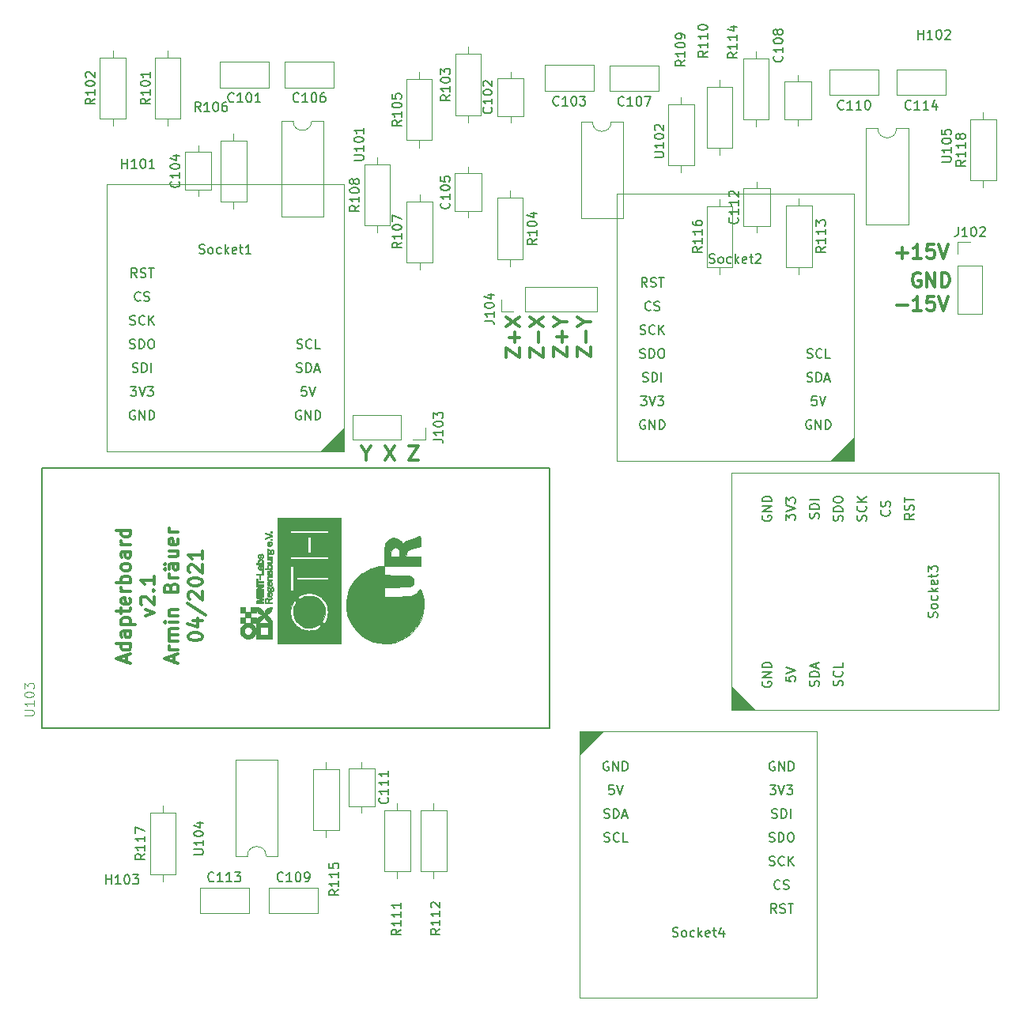
<source format=gbr>
%TF.GenerationSoftware,KiCad,Pcbnew,(5.1.8)-1*%
%TF.CreationDate,2021-04-19T22:20:55+02:00*%
%TF.ProjectId,Adapterboard,41646170-7465-4726-926f-6172642e6b69,rev?*%
%TF.SameCoordinates,Original*%
%TF.FileFunction,Legend,Top*%
%TF.FilePolarity,Positive*%
%FSLAX46Y46*%
G04 Gerber Fmt 4.6, Leading zero omitted, Abs format (unit mm)*
G04 Created by KiCad (PCBNEW (5.1.8)-1) date 2021-04-19 22:20:55*
%MOMM*%
%LPD*%
G01*
G04 APERTURE LIST*
%ADD10C,0.300000*%
%ADD11C,0.010000*%
%ADD12C,0.120000*%
%ADD13C,0.100000*%
%ADD14C,0.127000*%
%ADD15C,0.150000*%
%ADD16C,0.015000*%
G04 APERTURE END LIST*
D10*
X29699000Y-93721142D02*
X29699000Y-93006857D01*
X30127571Y-93864000D02*
X28627571Y-93364000D01*
X30127571Y-92864000D01*
X30127571Y-91721142D02*
X28627571Y-91721142D01*
X30056142Y-91721142D02*
X30127571Y-91864000D01*
X30127571Y-92149714D01*
X30056142Y-92292571D01*
X29984714Y-92364000D01*
X29841857Y-92435428D01*
X29413285Y-92435428D01*
X29270428Y-92364000D01*
X29199000Y-92292571D01*
X29127571Y-92149714D01*
X29127571Y-91864000D01*
X29199000Y-91721142D01*
X30127571Y-90364000D02*
X29341857Y-90364000D01*
X29199000Y-90435428D01*
X29127571Y-90578285D01*
X29127571Y-90864000D01*
X29199000Y-91006857D01*
X30056142Y-90364000D02*
X30127571Y-90506857D01*
X30127571Y-90864000D01*
X30056142Y-91006857D01*
X29913285Y-91078285D01*
X29770428Y-91078285D01*
X29627571Y-91006857D01*
X29556142Y-90864000D01*
X29556142Y-90506857D01*
X29484714Y-90364000D01*
X29127571Y-89649714D02*
X30627571Y-89649714D01*
X29199000Y-89649714D02*
X29127571Y-89506857D01*
X29127571Y-89221142D01*
X29199000Y-89078285D01*
X29270428Y-89006857D01*
X29413285Y-88935428D01*
X29841857Y-88935428D01*
X29984714Y-89006857D01*
X30056142Y-89078285D01*
X30127571Y-89221142D01*
X30127571Y-89506857D01*
X30056142Y-89649714D01*
X29127571Y-88506857D02*
X29127571Y-87935428D01*
X28627571Y-88292571D02*
X29913285Y-88292571D01*
X30056142Y-88221142D01*
X30127571Y-88078285D01*
X30127571Y-87935428D01*
X30056142Y-86864000D02*
X30127571Y-87006857D01*
X30127571Y-87292571D01*
X30056142Y-87435428D01*
X29913285Y-87506857D01*
X29341857Y-87506857D01*
X29199000Y-87435428D01*
X29127571Y-87292571D01*
X29127571Y-87006857D01*
X29199000Y-86864000D01*
X29341857Y-86792571D01*
X29484714Y-86792571D01*
X29627571Y-87506857D01*
X30127571Y-86149714D02*
X29127571Y-86149714D01*
X29413285Y-86149714D02*
X29270428Y-86078285D01*
X29199000Y-86006857D01*
X29127571Y-85864000D01*
X29127571Y-85721142D01*
X30127571Y-85221142D02*
X28627571Y-85221142D01*
X29199000Y-85221142D02*
X29127571Y-85078285D01*
X29127571Y-84792571D01*
X29199000Y-84649714D01*
X29270428Y-84578285D01*
X29413285Y-84506857D01*
X29841857Y-84506857D01*
X29984714Y-84578285D01*
X30056142Y-84649714D01*
X30127571Y-84792571D01*
X30127571Y-85078285D01*
X30056142Y-85221142D01*
X30127571Y-83649714D02*
X30056142Y-83792571D01*
X29984714Y-83864000D01*
X29841857Y-83935428D01*
X29413285Y-83935428D01*
X29270428Y-83864000D01*
X29199000Y-83792571D01*
X29127571Y-83649714D01*
X29127571Y-83435428D01*
X29199000Y-83292571D01*
X29270428Y-83221142D01*
X29413285Y-83149714D01*
X29841857Y-83149714D01*
X29984714Y-83221142D01*
X30056142Y-83292571D01*
X30127571Y-83435428D01*
X30127571Y-83649714D01*
X30127571Y-81864000D02*
X29341857Y-81864000D01*
X29199000Y-81935428D01*
X29127571Y-82078285D01*
X29127571Y-82364000D01*
X29199000Y-82506857D01*
X30056142Y-81864000D02*
X30127571Y-82006857D01*
X30127571Y-82364000D01*
X30056142Y-82506857D01*
X29913285Y-82578285D01*
X29770428Y-82578285D01*
X29627571Y-82506857D01*
X29556142Y-82364000D01*
X29556142Y-82006857D01*
X29484714Y-81864000D01*
X30127571Y-81149714D02*
X29127571Y-81149714D01*
X29413285Y-81149714D02*
X29270428Y-81078285D01*
X29199000Y-81006857D01*
X29127571Y-80864000D01*
X29127571Y-80721142D01*
X30127571Y-79578285D02*
X28627571Y-79578285D01*
X30056142Y-79578285D02*
X30127571Y-79721142D01*
X30127571Y-80006857D01*
X30056142Y-80149714D01*
X29984714Y-80221142D01*
X29841857Y-80292571D01*
X29413285Y-80292571D01*
X29270428Y-80221142D01*
X29199000Y-80149714D01*
X29127571Y-80006857D01*
X29127571Y-79721142D01*
X29199000Y-79578285D01*
X31677571Y-88756857D02*
X32677571Y-88399714D01*
X31677571Y-88042571D01*
X31320428Y-87542571D02*
X31249000Y-87471142D01*
X31177571Y-87328285D01*
X31177571Y-86971142D01*
X31249000Y-86828285D01*
X31320428Y-86756857D01*
X31463285Y-86685428D01*
X31606142Y-86685428D01*
X31820428Y-86756857D01*
X32677571Y-87614000D01*
X32677571Y-86685428D01*
X32534714Y-86042571D02*
X32606142Y-85971142D01*
X32677571Y-86042571D01*
X32606142Y-86114000D01*
X32534714Y-86042571D01*
X32677571Y-86042571D01*
X32677571Y-84542571D02*
X32677571Y-85399714D01*
X32677571Y-84971142D02*
X31177571Y-84971142D01*
X31391857Y-85114000D01*
X31534714Y-85256857D01*
X31606142Y-85399714D01*
X34799000Y-93721142D02*
X34799000Y-93006857D01*
X35227571Y-93864000D02*
X33727571Y-93364000D01*
X35227571Y-92864000D01*
X35227571Y-92364000D02*
X34227571Y-92364000D01*
X34513285Y-92364000D02*
X34370428Y-92292571D01*
X34299000Y-92221142D01*
X34227571Y-92078285D01*
X34227571Y-91935428D01*
X35227571Y-91435428D02*
X34227571Y-91435428D01*
X34370428Y-91435428D02*
X34299000Y-91364000D01*
X34227571Y-91221142D01*
X34227571Y-91006857D01*
X34299000Y-90864000D01*
X34441857Y-90792571D01*
X35227571Y-90792571D01*
X34441857Y-90792571D02*
X34299000Y-90721142D01*
X34227571Y-90578285D01*
X34227571Y-90364000D01*
X34299000Y-90221142D01*
X34441857Y-90149714D01*
X35227571Y-90149714D01*
X35227571Y-89435428D02*
X34227571Y-89435428D01*
X33727571Y-89435428D02*
X33799000Y-89506857D01*
X33870428Y-89435428D01*
X33799000Y-89364000D01*
X33727571Y-89435428D01*
X33870428Y-89435428D01*
X34227571Y-88721142D02*
X35227571Y-88721142D01*
X34370428Y-88721142D02*
X34299000Y-88649714D01*
X34227571Y-88506857D01*
X34227571Y-88292571D01*
X34299000Y-88149714D01*
X34441857Y-88078285D01*
X35227571Y-88078285D01*
X34441857Y-85721142D02*
X34513285Y-85506857D01*
X34584714Y-85435428D01*
X34727571Y-85364000D01*
X34941857Y-85364000D01*
X35084714Y-85435428D01*
X35156142Y-85506857D01*
X35227571Y-85649714D01*
X35227571Y-86221142D01*
X33727571Y-86221142D01*
X33727571Y-85721142D01*
X33799000Y-85578285D01*
X33870428Y-85506857D01*
X34013285Y-85435428D01*
X34156142Y-85435428D01*
X34299000Y-85506857D01*
X34370428Y-85578285D01*
X34441857Y-85721142D01*
X34441857Y-86221142D01*
X35227571Y-84721142D02*
X34227571Y-84721142D01*
X34513285Y-84721142D02*
X34370428Y-84649714D01*
X34299000Y-84578285D01*
X34227571Y-84435428D01*
X34227571Y-84292571D01*
X35227571Y-83149714D02*
X34441857Y-83149714D01*
X34299000Y-83221142D01*
X34227571Y-83364000D01*
X34227571Y-83649714D01*
X34299000Y-83792571D01*
X35156142Y-83149714D02*
X35227571Y-83292571D01*
X35227571Y-83649714D01*
X35156142Y-83792571D01*
X35013285Y-83864000D01*
X34870428Y-83864000D01*
X34727571Y-83792571D01*
X34656142Y-83649714D01*
X34656142Y-83292571D01*
X34584714Y-83149714D01*
X33727571Y-83792571D02*
X33799000Y-83721142D01*
X33870428Y-83792571D01*
X33799000Y-83864000D01*
X33727571Y-83792571D01*
X33870428Y-83792571D01*
X33727571Y-83221142D02*
X33799000Y-83149714D01*
X33870428Y-83221142D01*
X33799000Y-83292571D01*
X33727571Y-83221142D01*
X33870428Y-83221142D01*
X34227571Y-81792571D02*
X35227571Y-81792571D01*
X34227571Y-82435428D02*
X35013285Y-82435428D01*
X35156142Y-82364000D01*
X35227571Y-82221142D01*
X35227571Y-82006857D01*
X35156142Y-81864000D01*
X35084714Y-81792571D01*
X35156142Y-80506857D02*
X35227571Y-80649714D01*
X35227571Y-80935428D01*
X35156142Y-81078285D01*
X35013285Y-81149714D01*
X34441857Y-81149714D01*
X34299000Y-81078285D01*
X34227571Y-80935428D01*
X34227571Y-80649714D01*
X34299000Y-80506857D01*
X34441857Y-80435428D01*
X34584714Y-80435428D01*
X34727571Y-81149714D01*
X35227571Y-79792571D02*
X34227571Y-79792571D01*
X34513285Y-79792571D02*
X34370428Y-79721142D01*
X34299000Y-79649714D01*
X34227571Y-79506857D01*
X34227571Y-79364000D01*
X36277571Y-91042571D02*
X36277571Y-90899714D01*
X36349000Y-90756857D01*
X36420428Y-90685428D01*
X36563285Y-90614000D01*
X36849000Y-90542571D01*
X37206142Y-90542571D01*
X37491857Y-90614000D01*
X37634714Y-90685428D01*
X37706142Y-90756857D01*
X37777571Y-90899714D01*
X37777571Y-91042571D01*
X37706142Y-91185428D01*
X37634714Y-91256857D01*
X37491857Y-91328285D01*
X37206142Y-91399714D01*
X36849000Y-91399714D01*
X36563285Y-91328285D01*
X36420428Y-91256857D01*
X36349000Y-91185428D01*
X36277571Y-91042571D01*
X36777571Y-89256857D02*
X37777571Y-89256857D01*
X36206142Y-89614000D02*
X37277571Y-89971142D01*
X37277571Y-89042571D01*
X36206142Y-87399714D02*
X38134714Y-88685428D01*
X36420428Y-86971142D02*
X36349000Y-86899714D01*
X36277571Y-86756857D01*
X36277571Y-86399714D01*
X36349000Y-86256857D01*
X36420428Y-86185428D01*
X36563285Y-86114000D01*
X36706142Y-86114000D01*
X36920428Y-86185428D01*
X37777571Y-87042571D01*
X37777571Y-86114000D01*
X36277571Y-85185428D02*
X36277571Y-85042571D01*
X36349000Y-84899714D01*
X36420428Y-84828285D01*
X36563285Y-84756857D01*
X36849000Y-84685428D01*
X37206142Y-84685428D01*
X37491857Y-84756857D01*
X37634714Y-84828285D01*
X37706142Y-84899714D01*
X37777571Y-85042571D01*
X37777571Y-85185428D01*
X37706142Y-85328285D01*
X37634714Y-85399714D01*
X37491857Y-85471142D01*
X37206142Y-85542571D01*
X36849000Y-85542571D01*
X36563285Y-85471142D01*
X36420428Y-85399714D01*
X36349000Y-85328285D01*
X36277571Y-85185428D01*
X36420428Y-84114000D02*
X36349000Y-84042571D01*
X36277571Y-83899714D01*
X36277571Y-83542571D01*
X36349000Y-83399714D01*
X36420428Y-83328285D01*
X36563285Y-83256857D01*
X36706142Y-83256857D01*
X36920428Y-83328285D01*
X37777571Y-84185428D01*
X37777571Y-83256857D01*
X37777571Y-81828285D02*
X37777571Y-82685428D01*
X37777571Y-82256857D02*
X36277571Y-82256857D01*
X36491857Y-82399714D01*
X36634714Y-82542571D01*
X36706142Y-82685428D01*
X59952000Y-70552571D02*
X60952000Y-70552571D01*
X59952000Y-72052571D01*
X60952000Y-72052571D01*
X57412000Y-70552571D02*
X58412000Y-72052571D01*
X58412000Y-70552571D02*
X57412000Y-72052571D01*
X55372000Y-71338285D02*
X55372000Y-72052571D01*
X54872000Y-70552571D02*
X55372000Y-71338285D01*
X55872000Y-70552571D01*
X112165142Y-55479142D02*
X113308000Y-55479142D01*
X114808000Y-56050571D02*
X113950857Y-56050571D01*
X114379428Y-56050571D02*
X114379428Y-54550571D01*
X114236571Y-54764857D01*
X114093714Y-54907714D01*
X113950857Y-54979142D01*
X116165142Y-54550571D02*
X115450857Y-54550571D01*
X115379428Y-55264857D01*
X115450857Y-55193428D01*
X115593714Y-55122000D01*
X115950857Y-55122000D01*
X116093714Y-55193428D01*
X116165142Y-55264857D01*
X116236571Y-55407714D01*
X116236571Y-55764857D01*
X116165142Y-55907714D01*
X116093714Y-55979142D01*
X115950857Y-56050571D01*
X115593714Y-56050571D01*
X115450857Y-55979142D01*
X115379428Y-55907714D01*
X116665142Y-54550571D02*
X117165142Y-56050571D01*
X117665142Y-54550571D01*
X114681142Y-52082000D02*
X114538285Y-52010571D01*
X114324000Y-52010571D01*
X114109714Y-52082000D01*
X113966857Y-52224857D01*
X113895428Y-52367714D01*
X113824000Y-52653428D01*
X113824000Y-52867714D01*
X113895428Y-53153428D01*
X113966857Y-53296285D01*
X114109714Y-53439142D01*
X114324000Y-53510571D01*
X114466857Y-53510571D01*
X114681142Y-53439142D01*
X114752571Y-53367714D01*
X114752571Y-52867714D01*
X114466857Y-52867714D01*
X115395428Y-53510571D02*
X115395428Y-52010571D01*
X116252571Y-53510571D01*
X116252571Y-52010571D01*
X116966857Y-53510571D02*
X116966857Y-52010571D01*
X117324000Y-52010571D01*
X117538285Y-52082000D01*
X117681142Y-52224857D01*
X117752571Y-52367714D01*
X117824000Y-52653428D01*
X117824000Y-52867714D01*
X117752571Y-53153428D01*
X117681142Y-53296285D01*
X117538285Y-53439142D01*
X117324000Y-53510571D01*
X116966857Y-53510571D01*
X112165142Y-49891142D02*
X113308000Y-49891142D01*
X112736571Y-50462571D02*
X112736571Y-49319714D01*
X114808000Y-50462571D02*
X113950857Y-50462571D01*
X114379428Y-50462571D02*
X114379428Y-48962571D01*
X114236571Y-49176857D01*
X114093714Y-49319714D01*
X113950857Y-49391142D01*
X116165142Y-48962571D02*
X115450857Y-48962571D01*
X115379428Y-49676857D01*
X115450857Y-49605428D01*
X115593714Y-49534000D01*
X115950857Y-49534000D01*
X116093714Y-49605428D01*
X116165142Y-49676857D01*
X116236571Y-49819714D01*
X116236571Y-50176857D01*
X116165142Y-50319714D01*
X116093714Y-50391142D01*
X115950857Y-50462571D01*
X115593714Y-50462571D01*
X115450857Y-50391142D01*
X115379428Y-50319714D01*
X116665142Y-48962571D02*
X117165142Y-50462571D01*
X117665142Y-48962571D01*
X77918571Y-60999428D02*
X77918571Y-59999428D01*
X79418571Y-60999428D01*
X79418571Y-59999428D01*
X78847142Y-59428000D02*
X78847142Y-58285142D01*
X78704285Y-57285142D02*
X79418571Y-57285142D01*
X77918571Y-57785142D02*
X78704285Y-57285142D01*
X77918571Y-56785142D01*
X75378571Y-60999428D02*
X75378571Y-59999428D01*
X76878571Y-60999428D01*
X76878571Y-59999428D01*
X76307142Y-59428000D02*
X76307142Y-58285142D01*
X76878571Y-58856571D02*
X75735714Y-58856571D01*
X76164285Y-57285142D02*
X76878571Y-57285142D01*
X75378571Y-57785142D02*
X76164285Y-57285142D01*
X75378571Y-56785142D01*
X72838571Y-61070857D02*
X72838571Y-60070857D01*
X74338571Y-61070857D01*
X74338571Y-60070857D01*
X73767142Y-59499428D02*
X73767142Y-58356571D01*
X72838571Y-57785142D02*
X74338571Y-56785142D01*
X72838571Y-56785142D02*
X74338571Y-57785142D01*
X70298571Y-61070857D02*
X70298571Y-60070857D01*
X71798571Y-61070857D01*
X71798571Y-60070857D01*
X71227142Y-59499428D02*
X71227142Y-58356571D01*
X71798571Y-58928000D02*
X70655714Y-58928000D01*
X70298571Y-57785142D02*
X71798571Y-56785142D01*
X70298571Y-56785142D02*
X71798571Y-57785142D01*
D11*
%TO.C,G\u002A\u002A\u002A*%
G36*
X53253154Y-87019565D02*
G01*
X53273615Y-86863156D01*
X53431383Y-86248426D01*
X53681802Y-85666245D01*
X54018464Y-85126585D01*
X54434961Y-84639419D01*
X54924883Y-84214722D01*
X55019387Y-84146372D01*
X55414162Y-83906554D01*
X55850558Y-83706203D01*
X56300064Y-83555269D01*
X56734167Y-83463699D01*
X57044175Y-83439883D01*
X57281250Y-83439000D01*
X57298175Y-82308700D01*
X57304277Y-81938250D01*
X57311061Y-81654064D01*
X57320049Y-81440813D01*
X57332766Y-81283163D01*
X57350734Y-81165785D01*
X57375477Y-81073347D01*
X57408519Y-80990516D01*
X57434600Y-80935719D01*
X57596683Y-80682614D01*
X57798355Y-80516889D01*
X58056976Y-80426786D01*
X58216536Y-80406153D01*
X58539491Y-80422488D01*
X58808520Y-80523059D01*
X59020221Y-80706218D01*
X59109352Y-80838607D01*
X59227204Y-81050479D01*
X59416291Y-80898525D01*
X59519186Y-80836087D01*
X59693277Y-80751099D01*
X59917033Y-80652100D01*
X60168928Y-80547631D01*
X60427433Y-80446231D01*
X60671019Y-80356440D01*
X60878158Y-80286799D01*
X61027323Y-80245848D01*
X61079871Y-80238600D01*
X61112927Y-80259669D01*
X61134320Y-80333041D01*
X61146114Y-80473968D01*
X61150370Y-80697702D01*
X61150500Y-80760762D01*
X61150500Y-81282924D01*
X60488654Y-81501356D01*
X60194014Y-81601792D01*
X59981883Y-81686221D01*
X59837174Y-81766873D01*
X59744800Y-81855979D01*
X59689673Y-81965769D01*
X59656706Y-82108473D01*
X59645311Y-82185001D01*
X59612690Y-82423000D01*
X61150500Y-82423000D01*
X61150500Y-83439000D01*
X58000900Y-83439000D01*
X58000900Y-82423000D01*
X58915300Y-82423000D01*
X58915300Y-82063493D01*
X58911527Y-81868876D01*
X58893843Y-81743089D01*
X58852694Y-81653456D01*
X58778530Y-81567301D01*
X58766807Y-81555493D01*
X58614306Y-81439801D01*
X58457796Y-81411928D01*
X58286040Y-81455618D01*
X58141539Y-81563646D01*
X58046314Y-81755422D01*
X58003231Y-82024313D01*
X58000900Y-82115678D01*
X58000900Y-82423000D01*
X58000900Y-83439000D01*
X57285887Y-83439000D01*
X57300493Y-83908900D01*
X57315100Y-84378800D01*
X58661300Y-84404200D01*
X59082307Y-84412662D01*
X59414547Y-84421714D01*
X59670843Y-84433442D01*
X59864017Y-84449932D01*
X60006891Y-84473268D01*
X60112288Y-84505537D01*
X60193030Y-84548824D01*
X60261939Y-84605214D01*
X60330861Y-84675749D01*
X60416846Y-84828436D01*
X60455074Y-85025732D01*
X60444152Y-85227411D01*
X60382692Y-85393248D01*
X60356829Y-85427129D01*
X60294981Y-85490887D01*
X60229726Y-85541299D01*
X60148613Y-85580207D01*
X60039190Y-85609453D01*
X59889007Y-85630878D01*
X59685611Y-85646325D01*
X59416552Y-85657636D01*
X59069378Y-85666652D01*
X58686700Y-85674200D01*
X57315100Y-85699600D01*
X57286020Y-86690200D01*
X58529959Y-86690200D01*
X59000645Y-86687885D01*
X59383259Y-86679996D01*
X59691245Y-86665122D01*
X59938047Y-86641849D01*
X60137108Y-86608766D01*
X60301871Y-86564459D01*
X60445780Y-86507517D01*
X60494909Y-86483734D01*
X60660339Y-86373196D01*
X60824375Y-86220566D01*
X60956631Y-86057652D01*
X61022440Y-85931538D01*
X61065348Y-85844776D01*
X61115270Y-85845605D01*
X61177066Y-85937972D01*
X61252928Y-86118700D01*
X61395669Y-86611485D01*
X61479208Y-87153305D01*
X61500967Y-87708837D01*
X61458365Y-88242757D01*
X61422632Y-88442800D01*
X61244036Y-89048936D01*
X60977216Y-89612392D01*
X60629147Y-90125990D01*
X60206801Y-90582550D01*
X59717152Y-90974892D01*
X59167172Y-91295836D01*
X58563836Y-91538204D01*
X58357249Y-91598904D01*
X57820278Y-91694974D01*
X57249045Y-91710402D01*
X56666750Y-91648338D01*
X56096592Y-91511929D01*
X55561770Y-91304325D01*
X55340457Y-91189447D01*
X54828563Y-90844722D01*
X54368405Y-90424614D01*
X53971224Y-89943467D01*
X53648258Y-89415628D01*
X53410749Y-88855443D01*
X53347625Y-88646000D01*
X53295554Y-88381325D01*
X53258611Y-88051158D01*
X53238256Y-87690686D01*
X53235950Y-87335093D01*
X53253154Y-87019565D01*
G37*
X53253154Y-87019565D02*
X53273615Y-86863156D01*
X53431383Y-86248426D01*
X53681802Y-85666245D01*
X54018464Y-85126585D01*
X54434961Y-84639419D01*
X54924883Y-84214722D01*
X55019387Y-84146372D01*
X55414162Y-83906554D01*
X55850558Y-83706203D01*
X56300064Y-83555269D01*
X56734167Y-83463699D01*
X57044175Y-83439883D01*
X57281250Y-83439000D01*
X57298175Y-82308700D01*
X57304277Y-81938250D01*
X57311061Y-81654064D01*
X57320049Y-81440813D01*
X57332766Y-81283163D01*
X57350734Y-81165785D01*
X57375477Y-81073347D01*
X57408519Y-80990516D01*
X57434600Y-80935719D01*
X57596683Y-80682614D01*
X57798355Y-80516889D01*
X58056976Y-80426786D01*
X58216536Y-80406153D01*
X58539491Y-80422488D01*
X58808520Y-80523059D01*
X59020221Y-80706218D01*
X59109352Y-80838607D01*
X59227204Y-81050479D01*
X59416291Y-80898525D01*
X59519186Y-80836087D01*
X59693277Y-80751099D01*
X59917033Y-80652100D01*
X60168928Y-80547631D01*
X60427433Y-80446231D01*
X60671019Y-80356440D01*
X60878158Y-80286799D01*
X61027323Y-80245848D01*
X61079871Y-80238600D01*
X61112927Y-80259669D01*
X61134320Y-80333041D01*
X61146114Y-80473968D01*
X61150370Y-80697702D01*
X61150500Y-80760762D01*
X61150500Y-81282924D01*
X60488654Y-81501356D01*
X60194014Y-81601792D01*
X59981883Y-81686221D01*
X59837174Y-81766873D01*
X59744800Y-81855979D01*
X59689673Y-81965769D01*
X59656706Y-82108473D01*
X59645311Y-82185001D01*
X59612690Y-82423000D01*
X61150500Y-82423000D01*
X61150500Y-83439000D01*
X58000900Y-83439000D01*
X58000900Y-82423000D01*
X58915300Y-82423000D01*
X58915300Y-82063493D01*
X58911527Y-81868876D01*
X58893843Y-81743089D01*
X58852694Y-81653456D01*
X58778530Y-81567301D01*
X58766807Y-81555493D01*
X58614306Y-81439801D01*
X58457796Y-81411928D01*
X58286040Y-81455618D01*
X58141539Y-81563646D01*
X58046314Y-81755422D01*
X58003231Y-82024313D01*
X58000900Y-82115678D01*
X58000900Y-82423000D01*
X58000900Y-83439000D01*
X57285887Y-83439000D01*
X57300493Y-83908900D01*
X57315100Y-84378800D01*
X58661300Y-84404200D01*
X59082307Y-84412662D01*
X59414547Y-84421714D01*
X59670843Y-84433442D01*
X59864017Y-84449932D01*
X60006891Y-84473268D01*
X60112288Y-84505537D01*
X60193030Y-84548824D01*
X60261939Y-84605214D01*
X60330861Y-84675749D01*
X60416846Y-84828436D01*
X60455074Y-85025732D01*
X60444152Y-85227411D01*
X60382692Y-85393248D01*
X60356829Y-85427129D01*
X60294981Y-85490887D01*
X60229726Y-85541299D01*
X60148613Y-85580207D01*
X60039190Y-85609453D01*
X59889007Y-85630878D01*
X59685611Y-85646325D01*
X59416552Y-85657636D01*
X59069378Y-85666652D01*
X58686700Y-85674200D01*
X57315100Y-85699600D01*
X57286020Y-86690200D01*
X58529959Y-86690200D01*
X59000645Y-86687885D01*
X59383259Y-86679996D01*
X59691245Y-86665122D01*
X59938047Y-86641849D01*
X60137108Y-86608766D01*
X60301871Y-86564459D01*
X60445780Y-86507517D01*
X60494909Y-86483734D01*
X60660339Y-86373196D01*
X60824375Y-86220566D01*
X60956631Y-86057652D01*
X61022440Y-85931538D01*
X61065348Y-85844776D01*
X61115270Y-85845605D01*
X61177066Y-85937972D01*
X61252928Y-86118700D01*
X61395669Y-86611485D01*
X61479208Y-87153305D01*
X61500967Y-87708837D01*
X61458365Y-88242757D01*
X61422632Y-88442800D01*
X61244036Y-89048936D01*
X60977216Y-89612392D01*
X60629147Y-90125990D01*
X60206801Y-90582550D01*
X59717152Y-90974892D01*
X59167172Y-91295836D01*
X58563836Y-91538204D01*
X58357249Y-91598904D01*
X57820278Y-91694974D01*
X57249045Y-91710402D01*
X56666750Y-91648338D01*
X56096592Y-91511929D01*
X55561770Y-91304325D01*
X55340457Y-91189447D01*
X54828563Y-90844722D01*
X54368405Y-90424614D01*
X53971224Y-89943467D01*
X53648258Y-89415628D01*
X53410749Y-88855443D01*
X53347625Y-88646000D01*
X53295554Y-88381325D01*
X53258611Y-88051158D01*
X53238256Y-87690686D01*
X53235950Y-87335093D01*
X53253154Y-87019565D01*
G36*
X52599167Y-78232000D02*
G01*
X52599167Y-91694000D01*
X50817962Y-91694000D01*
X50817962Y-89577258D01*
X50860862Y-89541313D01*
X50925193Y-89446798D01*
X51000134Y-89313424D01*
X51074862Y-89160905D01*
X51138557Y-89008951D01*
X51154898Y-88963500D01*
X51219385Y-88685287D01*
X51244214Y-88367099D01*
X51229121Y-88043905D01*
X51173843Y-87750675D01*
X51164297Y-87718518D01*
X51008485Y-87356225D01*
X50783163Y-87030826D01*
X50499340Y-86753036D01*
X50168022Y-86533566D01*
X49800217Y-86383128D01*
X49788736Y-86379794D01*
X49453674Y-86318777D01*
X49097652Y-86315241D01*
X48746116Y-86366314D01*
X48424511Y-86469123D01*
X48260000Y-86552352D01*
X48113001Y-86640448D01*
X48028156Y-86697787D01*
X47995787Y-86738437D01*
X48006220Y-86776464D01*
X48049778Y-86825935D01*
X48062541Y-86839427D01*
X48159197Y-86942312D01*
X48458520Y-86788740D01*
X48593420Y-86721451D01*
X48700589Y-86677388D01*
X48804651Y-86651639D01*
X48930226Y-86639295D01*
X49101938Y-86635444D01*
X49228588Y-86635167D01*
X49444883Y-86637213D01*
X49600627Y-86645913D01*
X49719886Y-86665115D01*
X49826729Y-86698662D01*
X49942862Y-86749293D01*
X50225015Y-86921174D01*
X50485122Y-87153667D01*
X50698706Y-87422752D01*
X50787905Y-87578511D01*
X50859401Y-87737942D01*
X50903466Y-87882242D01*
X50928341Y-88046431D01*
X50940517Y-88227067D01*
X50934634Y-88566474D01*
X50878100Y-88855975D01*
X50765871Y-89116995D01*
X50708890Y-89211151D01*
X50602695Y-89374134D01*
X50698144Y-89475734D01*
X50770163Y-89545293D01*
X50816222Y-89577059D01*
X50817962Y-89577258D01*
X50817962Y-91694000D01*
X49149000Y-91694000D01*
X49149000Y-90332215D01*
X49501539Y-90324816D01*
X49807689Y-90269797D01*
X50095216Y-90160390D01*
X50289783Y-90054189D01*
X50413846Y-89972912D01*
X50469867Y-89911541D01*
X50465741Y-89852538D01*
X50412439Y-89781751D01*
X50343884Y-89720875D01*
X50277583Y-89713165D01*
X50186283Y-89759892D01*
X50135902Y-89794648D01*
X49955530Y-89891210D01*
X49722712Y-89970626D01*
X49469251Y-90024136D01*
X49234354Y-90043000D01*
X48860045Y-90003784D01*
X48517529Y-89891314D01*
X48214025Y-89713355D01*
X47956748Y-89477675D01*
X47900167Y-89398387D01*
X47900167Y-84878334D01*
X51244500Y-84878334D01*
X51244500Y-84582000D01*
X47900167Y-84582000D01*
X47900167Y-84878334D01*
X47900167Y-89398387D01*
X47752917Y-89192040D01*
X47609747Y-88864216D01*
X47534457Y-88501971D01*
X47527206Y-88205869D01*
X47543806Y-88003525D01*
X47575981Y-87843811D01*
X47634690Y-87685171D01*
X47701874Y-87543609D01*
X47858235Y-87230159D01*
X47758649Y-87130574D01*
X47659064Y-87030989D01*
X47528909Y-87235245D01*
X47369731Y-87532235D01*
X47272263Y-87836503D01*
X47230388Y-88172262D01*
X47230054Y-88418094D01*
X47239722Y-88621444D01*
X47256125Y-88770701D01*
X47286767Y-88896437D01*
X47339148Y-89029221D01*
X47420773Y-89199626D01*
X47422909Y-89203937D01*
X47629610Y-89547364D01*
X47881463Y-89825637D01*
X48191283Y-90051339D01*
X48396925Y-90160433D01*
X48561124Y-90234823D01*
X48694888Y-90282370D01*
X48829250Y-90310162D01*
X48995248Y-90325289D01*
X49149000Y-90332215D01*
X49149000Y-91694000D01*
X47222833Y-91694000D01*
X47222833Y-86063667D01*
X47519167Y-86063667D01*
X47519167Y-83396667D01*
X47222833Y-83396667D01*
X47222833Y-82677000D01*
X51244500Y-82677000D01*
X51244500Y-82380667D01*
X49085500Y-82380667D01*
X49085500Y-81957334D01*
X49381833Y-81957334D01*
X49381833Y-80264000D01*
X49085500Y-80264000D01*
X49085500Y-81957334D01*
X49085500Y-82380667D01*
X47222833Y-82380667D01*
X47222833Y-79883000D01*
X51244500Y-79883000D01*
X51244500Y-79586667D01*
X47222833Y-79586667D01*
X47222833Y-79883000D01*
X47222833Y-82380667D01*
X47222833Y-82677000D01*
X47222833Y-83396667D01*
X47222833Y-86063667D01*
X47222833Y-91694000D01*
X45868167Y-91694000D01*
X45868167Y-78232000D01*
X52599167Y-78232000D01*
G37*
X52599167Y-78232000D02*
X52599167Y-91694000D01*
X50817962Y-91694000D01*
X50817962Y-89577258D01*
X50860862Y-89541313D01*
X50925193Y-89446798D01*
X51000134Y-89313424D01*
X51074862Y-89160905D01*
X51138557Y-89008951D01*
X51154898Y-88963500D01*
X51219385Y-88685287D01*
X51244214Y-88367099D01*
X51229121Y-88043905D01*
X51173843Y-87750675D01*
X51164297Y-87718518D01*
X51008485Y-87356225D01*
X50783163Y-87030826D01*
X50499340Y-86753036D01*
X50168022Y-86533566D01*
X49800217Y-86383128D01*
X49788736Y-86379794D01*
X49453674Y-86318777D01*
X49097652Y-86315241D01*
X48746116Y-86366314D01*
X48424511Y-86469123D01*
X48260000Y-86552352D01*
X48113001Y-86640448D01*
X48028156Y-86697787D01*
X47995787Y-86738437D01*
X48006220Y-86776464D01*
X48049778Y-86825935D01*
X48062541Y-86839427D01*
X48159197Y-86942312D01*
X48458520Y-86788740D01*
X48593420Y-86721451D01*
X48700589Y-86677388D01*
X48804651Y-86651639D01*
X48930226Y-86639295D01*
X49101938Y-86635444D01*
X49228588Y-86635167D01*
X49444883Y-86637213D01*
X49600627Y-86645913D01*
X49719886Y-86665115D01*
X49826729Y-86698662D01*
X49942862Y-86749293D01*
X50225015Y-86921174D01*
X50485122Y-87153667D01*
X50698706Y-87422752D01*
X50787905Y-87578511D01*
X50859401Y-87737942D01*
X50903466Y-87882242D01*
X50928341Y-88046431D01*
X50940517Y-88227067D01*
X50934634Y-88566474D01*
X50878100Y-88855975D01*
X50765871Y-89116995D01*
X50708890Y-89211151D01*
X50602695Y-89374134D01*
X50698144Y-89475734D01*
X50770163Y-89545293D01*
X50816222Y-89577059D01*
X50817962Y-89577258D01*
X50817962Y-91694000D01*
X49149000Y-91694000D01*
X49149000Y-90332215D01*
X49501539Y-90324816D01*
X49807689Y-90269797D01*
X50095216Y-90160390D01*
X50289783Y-90054189D01*
X50413846Y-89972912D01*
X50469867Y-89911541D01*
X50465741Y-89852538D01*
X50412439Y-89781751D01*
X50343884Y-89720875D01*
X50277583Y-89713165D01*
X50186283Y-89759892D01*
X50135902Y-89794648D01*
X49955530Y-89891210D01*
X49722712Y-89970626D01*
X49469251Y-90024136D01*
X49234354Y-90043000D01*
X48860045Y-90003784D01*
X48517529Y-89891314D01*
X48214025Y-89713355D01*
X47956748Y-89477675D01*
X47900167Y-89398387D01*
X47900167Y-84878334D01*
X51244500Y-84878334D01*
X51244500Y-84582000D01*
X47900167Y-84582000D01*
X47900167Y-84878334D01*
X47900167Y-89398387D01*
X47752917Y-89192040D01*
X47609747Y-88864216D01*
X47534457Y-88501971D01*
X47527206Y-88205869D01*
X47543806Y-88003525D01*
X47575981Y-87843811D01*
X47634690Y-87685171D01*
X47701874Y-87543609D01*
X47858235Y-87230159D01*
X47758649Y-87130574D01*
X47659064Y-87030989D01*
X47528909Y-87235245D01*
X47369731Y-87532235D01*
X47272263Y-87836503D01*
X47230388Y-88172262D01*
X47230054Y-88418094D01*
X47239722Y-88621444D01*
X47256125Y-88770701D01*
X47286767Y-88896437D01*
X47339148Y-89029221D01*
X47420773Y-89199626D01*
X47422909Y-89203937D01*
X47629610Y-89547364D01*
X47881463Y-89825637D01*
X48191283Y-90051339D01*
X48396925Y-90160433D01*
X48561124Y-90234823D01*
X48694888Y-90282370D01*
X48829250Y-90310162D01*
X48995248Y-90325289D01*
X49149000Y-90332215D01*
X49149000Y-91694000D01*
X47222833Y-91694000D01*
X47222833Y-86063667D01*
X47519167Y-86063667D01*
X47519167Y-83396667D01*
X47222833Y-83396667D01*
X47222833Y-82677000D01*
X51244500Y-82677000D01*
X51244500Y-82380667D01*
X49085500Y-82380667D01*
X49085500Y-81957334D01*
X49381833Y-81957334D01*
X49381833Y-80264000D01*
X49085500Y-80264000D01*
X49085500Y-81957334D01*
X49085500Y-82380667D01*
X47222833Y-82380667D01*
X47222833Y-79883000D01*
X51244500Y-79883000D01*
X51244500Y-79586667D01*
X47222833Y-79586667D01*
X47222833Y-79883000D01*
X47222833Y-82380667D01*
X47222833Y-82677000D01*
X47222833Y-83396667D01*
X47222833Y-86063667D01*
X47222833Y-91694000D01*
X45868167Y-91694000D01*
X45868167Y-78232000D01*
X52599167Y-78232000D01*
G36*
X44723365Y-85857716D02*
G01*
X44731730Y-85811512D01*
X44743532Y-85773643D01*
X44747520Y-85765039D01*
X44754750Y-85747554D01*
X44754958Y-85731289D01*
X44748076Y-85708355D01*
X44747003Y-85705413D01*
X44737939Y-85673993D01*
X44732194Y-85641697D01*
X44731691Y-85636100D01*
X44729401Y-85602233D01*
X44769617Y-85599653D01*
X44809834Y-85597072D01*
X44809949Y-85625053D01*
X44811511Y-85650663D01*
X44814897Y-85671040D01*
X44818786Y-85681485D01*
X44826029Y-85684999D01*
X44841358Y-85682205D01*
X44859232Y-85676894D01*
X44910089Y-85669256D01*
X44959683Y-85676485D01*
X45004390Y-85697387D01*
X45040591Y-85730770D01*
X45046260Y-85738501D01*
X45069514Y-85785215D01*
X45083823Y-85841667D01*
X45088612Y-85902874D01*
X45083308Y-85963854D01*
X45075866Y-85995542D01*
X45068612Y-86022002D01*
X45066809Y-86037663D01*
X45070456Y-86047757D01*
X45075866Y-86053927D01*
X45087324Y-86062650D01*
X45097417Y-86058752D01*
X45103713Y-86052816D01*
X45109461Y-86044328D01*
X45113949Y-86030176D01*
X45117526Y-86007840D01*
X45120540Y-85974799D01*
X45123340Y-85928534D01*
X45124685Y-85901436D01*
X45129827Y-85822551D01*
X45137433Y-85759002D01*
X45148162Y-85709291D01*
X45162675Y-85671917D01*
X45181630Y-85645380D01*
X45205688Y-85628181D01*
X45235508Y-85618820D01*
X45249823Y-85616873D01*
X45295268Y-85618149D01*
X45332002Y-85632180D01*
X45360943Y-85659825D01*
X45383008Y-85701944D01*
X45398435Y-85756142D01*
X45405142Y-85802016D01*
X45408874Y-85858300D01*
X45409634Y-85919022D01*
X45407427Y-85978208D01*
X45402254Y-86029885D01*
X45398278Y-86052337D01*
X45382374Y-86104241D01*
X45360040Y-86141077D01*
X45330364Y-86163784D01*
X45292440Y-86173303D01*
X45280804Y-86173733D01*
X45251687Y-86167075D01*
X45250422Y-86166324D01*
X45250422Y-86076469D01*
X45273393Y-86075720D01*
X45295702Y-86061975D01*
X45312657Y-86038685D01*
X45316840Y-86027639D01*
X45320932Y-86003542D01*
X45323683Y-85967489D01*
X45325078Y-85924408D01*
X45325101Y-85879223D01*
X45323738Y-85836861D01*
X45320974Y-85802249D01*
X45317576Y-85782827D01*
X45303008Y-85746030D01*
X45284275Y-85724338D01*
X45262079Y-85718482D01*
X45256608Y-85719439D01*
X45242437Y-85726118D01*
X45231542Y-85739502D01*
X45223392Y-85761648D01*
X45217454Y-85794615D01*
X45213195Y-85840460D01*
X45210178Y-85898833D01*
X45208792Y-85958206D01*
X45210354Y-86002945D01*
X45215344Y-86035169D01*
X45224242Y-86056995D01*
X45237527Y-86070542D01*
X45250422Y-86076469D01*
X45250422Y-86166324D01*
X45223098Y-86150087D01*
X45201464Y-86127246D01*
X45194882Y-86113882D01*
X45190564Y-86104338D01*
X45184037Y-86104842D01*
X45171437Y-86116562D01*
X45165632Y-86122721D01*
X45136141Y-86144004D01*
X45104247Y-86149061D01*
X45072460Y-86137871D01*
X45054776Y-86123644D01*
X45037814Y-86109676D01*
X45026526Y-86106190D01*
X45024749Y-86107593D01*
X45009755Y-86120121D01*
X44983453Y-86132205D01*
X44951408Y-86141934D01*
X44919180Y-86147398D01*
X44907201Y-86147961D01*
X44903963Y-86147512D01*
X44903963Y-86045989D01*
X44937113Y-86043383D01*
X44966980Y-86027840D01*
X44984409Y-86008282D01*
X45000535Y-85970799D01*
X45007815Y-85925079D01*
X45006036Y-85877450D01*
X44994984Y-85834241D01*
X44990592Y-85824563D01*
X44967547Y-85795256D01*
X44937177Y-85778444D01*
X44903414Y-85773970D01*
X44870190Y-85781679D01*
X44841438Y-85801417D01*
X44821827Y-85831220D01*
X44813171Y-85865361D01*
X44810267Y-85907305D01*
X44813132Y-85949084D01*
X44821508Y-85982084D01*
X44842492Y-86014749D01*
X44871200Y-86036248D01*
X44903963Y-86045989D01*
X44903963Y-86147512D01*
X44853062Y-86140443D01*
X44806928Y-86118443D01*
X44769581Y-86082796D01*
X44741804Y-86034338D01*
X44724378Y-85973903D01*
X44720747Y-85949003D01*
X44719387Y-85905723D01*
X44723365Y-85857716D01*
G37*
X44723365Y-85857716D02*
X44731730Y-85811512D01*
X44743532Y-85773643D01*
X44747520Y-85765039D01*
X44754750Y-85747554D01*
X44754958Y-85731289D01*
X44748076Y-85708355D01*
X44747003Y-85705413D01*
X44737939Y-85673993D01*
X44732194Y-85641697D01*
X44731691Y-85636100D01*
X44729401Y-85602233D01*
X44769617Y-85599653D01*
X44809834Y-85597072D01*
X44809949Y-85625053D01*
X44811511Y-85650663D01*
X44814897Y-85671040D01*
X44818786Y-85681485D01*
X44826029Y-85684999D01*
X44841358Y-85682205D01*
X44859232Y-85676894D01*
X44910089Y-85669256D01*
X44959683Y-85676485D01*
X45004390Y-85697387D01*
X45040591Y-85730770D01*
X45046260Y-85738501D01*
X45069514Y-85785215D01*
X45083823Y-85841667D01*
X45088612Y-85902874D01*
X45083308Y-85963854D01*
X45075866Y-85995542D01*
X45068612Y-86022002D01*
X45066809Y-86037663D01*
X45070456Y-86047757D01*
X45075866Y-86053927D01*
X45087324Y-86062650D01*
X45097417Y-86058752D01*
X45103713Y-86052816D01*
X45109461Y-86044328D01*
X45113949Y-86030176D01*
X45117526Y-86007840D01*
X45120540Y-85974799D01*
X45123340Y-85928534D01*
X45124685Y-85901436D01*
X45129827Y-85822551D01*
X45137433Y-85759002D01*
X45148162Y-85709291D01*
X45162675Y-85671917D01*
X45181630Y-85645380D01*
X45205688Y-85628181D01*
X45235508Y-85618820D01*
X45249823Y-85616873D01*
X45295268Y-85618149D01*
X45332002Y-85632180D01*
X45360943Y-85659825D01*
X45383008Y-85701944D01*
X45398435Y-85756142D01*
X45405142Y-85802016D01*
X45408874Y-85858300D01*
X45409634Y-85919022D01*
X45407427Y-85978208D01*
X45402254Y-86029885D01*
X45398278Y-86052337D01*
X45382374Y-86104241D01*
X45360040Y-86141077D01*
X45330364Y-86163784D01*
X45292440Y-86173303D01*
X45280804Y-86173733D01*
X45251687Y-86167075D01*
X45250422Y-86166324D01*
X45250422Y-86076469D01*
X45273393Y-86075720D01*
X45295702Y-86061975D01*
X45312657Y-86038685D01*
X45316840Y-86027639D01*
X45320932Y-86003542D01*
X45323683Y-85967489D01*
X45325078Y-85924408D01*
X45325101Y-85879223D01*
X45323738Y-85836861D01*
X45320974Y-85802249D01*
X45317576Y-85782827D01*
X45303008Y-85746030D01*
X45284275Y-85724338D01*
X45262079Y-85718482D01*
X45256608Y-85719439D01*
X45242437Y-85726118D01*
X45231542Y-85739502D01*
X45223392Y-85761648D01*
X45217454Y-85794615D01*
X45213195Y-85840460D01*
X45210178Y-85898833D01*
X45208792Y-85958206D01*
X45210354Y-86002945D01*
X45215344Y-86035169D01*
X45224242Y-86056995D01*
X45237527Y-86070542D01*
X45250422Y-86076469D01*
X45250422Y-86166324D01*
X45223098Y-86150087D01*
X45201464Y-86127246D01*
X45194882Y-86113882D01*
X45190564Y-86104338D01*
X45184037Y-86104842D01*
X45171437Y-86116562D01*
X45165632Y-86122721D01*
X45136141Y-86144004D01*
X45104247Y-86149061D01*
X45072460Y-86137871D01*
X45054776Y-86123644D01*
X45037814Y-86109676D01*
X45026526Y-86106190D01*
X45024749Y-86107593D01*
X45009755Y-86120121D01*
X44983453Y-86132205D01*
X44951408Y-86141934D01*
X44919180Y-86147398D01*
X44907201Y-86147961D01*
X44903963Y-86147512D01*
X44903963Y-86045989D01*
X44937113Y-86043383D01*
X44966980Y-86027840D01*
X44984409Y-86008282D01*
X45000535Y-85970799D01*
X45007815Y-85925079D01*
X45006036Y-85877450D01*
X44994984Y-85834241D01*
X44990592Y-85824563D01*
X44967547Y-85795256D01*
X44937177Y-85778444D01*
X44903414Y-85773970D01*
X44870190Y-85781679D01*
X44841438Y-85801417D01*
X44821827Y-85831220D01*
X44813171Y-85865361D01*
X44810267Y-85907305D01*
X44813132Y-85949084D01*
X44821508Y-85982084D01*
X44842492Y-86014749D01*
X44871200Y-86036248D01*
X44903963Y-86045989D01*
X44903963Y-86147512D01*
X44853062Y-86140443D01*
X44806928Y-86118443D01*
X44769581Y-86082796D01*
X44741804Y-86034338D01*
X44724378Y-85973903D01*
X44720747Y-85949003D01*
X44719387Y-85905723D01*
X44723365Y-85857716D01*
G36*
X44723022Y-81868400D02*
G01*
X44728548Y-81819402D01*
X44738183Y-81778702D01*
X44740349Y-81772705D01*
X44750069Y-81745021D01*
X44753079Y-81726034D01*
X44749974Y-81709165D01*
X44746832Y-81700738D01*
X44738874Y-81675067D01*
X44732197Y-81643550D01*
X44730692Y-81633483D01*
X44725491Y-81593266D01*
X44807632Y-81593266D01*
X44811973Y-81631785D01*
X44815385Y-81655663D01*
X44818989Y-81671473D01*
X44820367Y-81674355D01*
X44830284Y-81674602D01*
X44847311Y-81669703D01*
X44884441Y-81662149D01*
X44928003Y-81662944D01*
X44969957Y-81671647D01*
X44984383Y-81677198D01*
X45022840Y-81703595D01*
X45053213Y-81742734D01*
X45074752Y-81792094D01*
X45086703Y-81849151D01*
X45088315Y-81911385D01*
X45078834Y-81976273D01*
X45076461Y-81985879D01*
X45069162Y-82018455D01*
X45068506Y-82038131D01*
X45075105Y-82047828D01*
X45089567Y-82050466D01*
X45089943Y-82050466D01*
X45100100Y-82048359D01*
X45107918Y-82040663D01*
X45113835Y-82025318D01*
X45118287Y-82000265D01*
X45121713Y-81963445D01*
X45124550Y-81912796D01*
X45125904Y-81881133D01*
X45129046Y-81823610D01*
X45133447Y-81772739D01*
X45138741Y-81732007D01*
X45144256Y-81705910D01*
X45164833Y-81659877D01*
X45194407Y-81627150D01*
X45231527Y-81608632D01*
X45274738Y-81605225D01*
X45299210Y-81609745D01*
X45336634Y-81627540D01*
X45366108Y-81658995D01*
X45388093Y-81704776D01*
X45401712Y-81757976D01*
X45406650Y-81797911D01*
X45409365Y-81848387D01*
X45409901Y-81903861D01*
X45408305Y-81958790D01*
X45404623Y-82007632D01*
X45399334Y-82042892D01*
X45384599Y-82090612D01*
X45363836Y-82128465D01*
X45343870Y-82149349D01*
X45311853Y-82163564D01*
X45275983Y-82164186D01*
X45267323Y-82161232D01*
X45267323Y-82067400D01*
X45284647Y-82065099D01*
X45296794Y-82055418D01*
X45308712Y-82034185D01*
X45310012Y-82031416D01*
X45316898Y-82014504D01*
X45321475Y-81996399D01*
X45324085Y-81973496D01*
X45325069Y-81942191D01*
X45324771Y-81898877D01*
X45324415Y-81879621D01*
X45323185Y-81831975D01*
X45321437Y-81798023D01*
X45318702Y-81774526D01*
X45314512Y-81758244D01*
X45308399Y-81745938D01*
X45304220Y-81739921D01*
X45282573Y-81720593D01*
X45262001Y-81716033D01*
X45245970Y-81718579D01*
X45233746Y-81727529D01*
X45224738Y-81744855D01*
X45218357Y-81772527D01*
X45214012Y-81812515D01*
X45211116Y-81866790D01*
X45210363Y-81888609D01*
X45209017Y-81937499D01*
X45208718Y-81972654D01*
X45209753Y-81997253D01*
X45212407Y-82014477D01*
X45216965Y-82027508D01*
X45223714Y-82039525D01*
X45223941Y-82039883D01*
X45240327Y-82059611D01*
X45259218Y-82066980D01*
X45267323Y-82067400D01*
X45267323Y-82161232D01*
X45240956Y-82152237D01*
X45211469Y-82128742D01*
X45203905Y-82118856D01*
X45187343Y-82094110D01*
X45159161Y-82118855D01*
X45127113Y-82138478D01*
X45095585Y-82141272D01*
X45065590Y-82127335D01*
X45046287Y-82107977D01*
X45037464Y-82098282D01*
X45028927Y-82096557D01*
X45015355Y-82103411D01*
X45000656Y-82113202D01*
X44979499Y-82125533D01*
X44957876Y-82132234D01*
X44929300Y-82134860D01*
X44913956Y-82135069D01*
X44913956Y-82033533D01*
X44951513Y-82026095D01*
X44980126Y-82004963D01*
X44997741Y-81971910D01*
X45000822Y-81958501D01*
X45005014Y-81935867D01*
X45008610Y-81920476D01*
X45009016Y-81919233D01*
X45010103Y-81902567D01*
X45007088Y-81876186D01*
X45001054Y-81846492D01*
X44993081Y-81819891D01*
X44991587Y-81816079D01*
X44971503Y-81787588D01*
X44941566Y-81769689D01*
X44906129Y-81763756D01*
X44869542Y-81771159D01*
X44861263Y-81774975D01*
X44838345Y-81795640D01*
X44821793Y-81828130D01*
X44812314Y-81868307D01*
X44810615Y-81912036D01*
X44817402Y-81955180D01*
X44826233Y-81979933D01*
X44843617Y-82009441D01*
X44865433Y-82026151D01*
X44896395Y-82032944D01*
X44913956Y-82033533D01*
X44913956Y-82135069D01*
X44909288Y-82135133D01*
X44853654Y-82129294D01*
X44808608Y-82111105D01*
X44772794Y-82079555D01*
X44744856Y-82033634D01*
X44733045Y-82003900D01*
X44725078Y-81966776D01*
X44721801Y-81919567D01*
X44723022Y-81868400D01*
G37*
X44723022Y-81868400D02*
X44728548Y-81819402D01*
X44738183Y-81778702D01*
X44740349Y-81772705D01*
X44750069Y-81745021D01*
X44753079Y-81726034D01*
X44749974Y-81709165D01*
X44746832Y-81700738D01*
X44738874Y-81675067D01*
X44732197Y-81643550D01*
X44730692Y-81633483D01*
X44725491Y-81593266D01*
X44807632Y-81593266D01*
X44811973Y-81631785D01*
X44815385Y-81655663D01*
X44818989Y-81671473D01*
X44820367Y-81674355D01*
X44830284Y-81674602D01*
X44847311Y-81669703D01*
X44884441Y-81662149D01*
X44928003Y-81662944D01*
X44969957Y-81671647D01*
X44984383Y-81677198D01*
X45022840Y-81703595D01*
X45053213Y-81742734D01*
X45074752Y-81792094D01*
X45086703Y-81849151D01*
X45088315Y-81911385D01*
X45078834Y-81976273D01*
X45076461Y-81985879D01*
X45069162Y-82018455D01*
X45068506Y-82038131D01*
X45075105Y-82047828D01*
X45089567Y-82050466D01*
X45089943Y-82050466D01*
X45100100Y-82048359D01*
X45107918Y-82040663D01*
X45113835Y-82025318D01*
X45118287Y-82000265D01*
X45121713Y-81963445D01*
X45124550Y-81912796D01*
X45125904Y-81881133D01*
X45129046Y-81823610D01*
X45133447Y-81772739D01*
X45138741Y-81732007D01*
X45144256Y-81705910D01*
X45164833Y-81659877D01*
X45194407Y-81627150D01*
X45231527Y-81608632D01*
X45274738Y-81605225D01*
X45299210Y-81609745D01*
X45336634Y-81627540D01*
X45366108Y-81658995D01*
X45388093Y-81704776D01*
X45401712Y-81757976D01*
X45406650Y-81797911D01*
X45409365Y-81848387D01*
X45409901Y-81903861D01*
X45408305Y-81958790D01*
X45404623Y-82007632D01*
X45399334Y-82042892D01*
X45384599Y-82090612D01*
X45363836Y-82128465D01*
X45343870Y-82149349D01*
X45311853Y-82163564D01*
X45275983Y-82164186D01*
X45267323Y-82161232D01*
X45267323Y-82067400D01*
X45284647Y-82065099D01*
X45296794Y-82055418D01*
X45308712Y-82034185D01*
X45310012Y-82031416D01*
X45316898Y-82014504D01*
X45321475Y-81996399D01*
X45324085Y-81973496D01*
X45325069Y-81942191D01*
X45324771Y-81898877D01*
X45324415Y-81879621D01*
X45323185Y-81831975D01*
X45321437Y-81798023D01*
X45318702Y-81774526D01*
X45314512Y-81758244D01*
X45308399Y-81745938D01*
X45304220Y-81739921D01*
X45282573Y-81720593D01*
X45262001Y-81716033D01*
X45245970Y-81718579D01*
X45233746Y-81727529D01*
X45224738Y-81744855D01*
X45218357Y-81772527D01*
X45214012Y-81812515D01*
X45211116Y-81866790D01*
X45210363Y-81888609D01*
X45209017Y-81937499D01*
X45208718Y-81972654D01*
X45209753Y-81997253D01*
X45212407Y-82014477D01*
X45216965Y-82027508D01*
X45223714Y-82039525D01*
X45223941Y-82039883D01*
X45240327Y-82059611D01*
X45259218Y-82066980D01*
X45267323Y-82067400D01*
X45267323Y-82161232D01*
X45240956Y-82152237D01*
X45211469Y-82128742D01*
X45203905Y-82118856D01*
X45187343Y-82094110D01*
X45159161Y-82118855D01*
X45127113Y-82138478D01*
X45095585Y-82141272D01*
X45065590Y-82127335D01*
X45046287Y-82107977D01*
X45037464Y-82098282D01*
X45028927Y-82096557D01*
X45015355Y-82103411D01*
X45000656Y-82113202D01*
X44979499Y-82125533D01*
X44957876Y-82132234D01*
X44929300Y-82134860D01*
X44913956Y-82135069D01*
X44913956Y-82033533D01*
X44951513Y-82026095D01*
X44980126Y-82004963D01*
X44997741Y-81971910D01*
X45000822Y-81958501D01*
X45005014Y-81935867D01*
X45008610Y-81920476D01*
X45009016Y-81919233D01*
X45010103Y-81902567D01*
X45007088Y-81876186D01*
X45001054Y-81846492D01*
X44993081Y-81819891D01*
X44991587Y-81816079D01*
X44971503Y-81787588D01*
X44941566Y-81769689D01*
X44906129Y-81763756D01*
X44869542Y-81771159D01*
X44861263Y-81774975D01*
X44838345Y-81795640D01*
X44821793Y-81828130D01*
X44812314Y-81868307D01*
X44810615Y-81912036D01*
X44817402Y-81955180D01*
X44826233Y-81979933D01*
X44843617Y-82009441D01*
X44865433Y-82026151D01*
X44896395Y-82032944D01*
X44913956Y-82033533D01*
X44913956Y-82135069D01*
X44909288Y-82135133D01*
X44853654Y-82129294D01*
X44808608Y-82111105D01*
X44772794Y-82079555D01*
X44744856Y-82033634D01*
X44733045Y-82003900D01*
X44725078Y-81966776D01*
X44721801Y-81919567D01*
X44723022Y-81868400D01*
G36*
X44726917Y-86432263D02*
G01*
X44734210Y-86382262D01*
X44749649Y-86340191D01*
X44774361Y-86302077D01*
X44784572Y-86289886D01*
X44828662Y-86251763D01*
X44883476Y-86225780D01*
X44949846Y-86211572D01*
X44967645Y-86209869D01*
X45029967Y-86205156D01*
X45029967Y-86426511D01*
X45029958Y-86495054D01*
X45030192Y-86548393D01*
X45031062Y-86588260D01*
X45032959Y-86616382D01*
X45036275Y-86634489D01*
X45041403Y-86644312D01*
X45048735Y-86647579D01*
X45058661Y-86646021D01*
X45071576Y-86641367D01*
X45078099Y-86638861D01*
X45115886Y-86615938D01*
X45145188Y-86580462D01*
X45164564Y-86535280D01*
X45172570Y-86483240D01*
X45171731Y-86454068D01*
X45162197Y-86399715D01*
X45144913Y-86358461D01*
X45120389Y-86331440D01*
X45115039Y-86328058D01*
X45100413Y-86318347D01*
X45092721Y-86307021D01*
X45089752Y-86288639D01*
X45089287Y-86264750D01*
X45090901Y-86235219D01*
X45097280Y-86219328D01*
X45110609Y-86216326D01*
X45133075Y-86225458D01*
X45158801Y-86240810D01*
X45195790Y-86272659D01*
X45226927Y-86315372D01*
X45247989Y-86362959D01*
X45250029Y-86370189D01*
X45257615Y-86411397D01*
X45261756Y-86459094D01*
X45262032Y-86505315D01*
X45258860Y-86537800D01*
X45243105Y-86595900D01*
X45216877Y-86644847D01*
X45194351Y-86672945D01*
X45162598Y-86703842D01*
X45130062Y-86725048D01*
X45092308Y-86738381D01*
X45044897Y-86745658D01*
X45011734Y-86747799D01*
X44953767Y-86746546D01*
X44953767Y-86649212D01*
X44953767Y-86317666D01*
X44929619Y-86317666D01*
X44893159Y-86325566D01*
X44861793Y-86347695D01*
X44837202Y-86381697D01*
X44821062Y-86425215D01*
X44815052Y-86475895D01*
X44815047Y-86478533D01*
X44821538Y-86534611D01*
X44839949Y-86580847D01*
X44869358Y-86615872D01*
X44908839Y-86638316D01*
X44926251Y-86643253D01*
X44953767Y-86649212D01*
X44953767Y-86746546D01*
X44940451Y-86746258D01*
X44881248Y-86734206D01*
X44832245Y-86710718D01*
X44791561Y-86674867D01*
X44757317Y-86625727D01*
X44754842Y-86621271D01*
X44742653Y-86596849D01*
X44734829Y-86573949D01*
X44730150Y-86547084D01*
X44727401Y-86510767D01*
X44726643Y-86494167D01*
X44726917Y-86432263D01*
G37*
X44726917Y-86432263D02*
X44734210Y-86382262D01*
X44749649Y-86340191D01*
X44774361Y-86302077D01*
X44784572Y-86289886D01*
X44828662Y-86251763D01*
X44883476Y-86225780D01*
X44949846Y-86211572D01*
X44967645Y-86209869D01*
X45029967Y-86205156D01*
X45029967Y-86426511D01*
X45029958Y-86495054D01*
X45030192Y-86548393D01*
X45031062Y-86588260D01*
X45032959Y-86616382D01*
X45036275Y-86634489D01*
X45041403Y-86644312D01*
X45048735Y-86647579D01*
X45058661Y-86646021D01*
X45071576Y-86641367D01*
X45078099Y-86638861D01*
X45115886Y-86615938D01*
X45145188Y-86580462D01*
X45164564Y-86535280D01*
X45172570Y-86483240D01*
X45171731Y-86454068D01*
X45162197Y-86399715D01*
X45144913Y-86358461D01*
X45120389Y-86331440D01*
X45115039Y-86328058D01*
X45100413Y-86318347D01*
X45092721Y-86307021D01*
X45089752Y-86288639D01*
X45089287Y-86264750D01*
X45090901Y-86235219D01*
X45097280Y-86219328D01*
X45110609Y-86216326D01*
X45133075Y-86225458D01*
X45158801Y-86240810D01*
X45195790Y-86272659D01*
X45226927Y-86315372D01*
X45247989Y-86362959D01*
X45250029Y-86370189D01*
X45257615Y-86411397D01*
X45261756Y-86459094D01*
X45262032Y-86505315D01*
X45258860Y-86537800D01*
X45243105Y-86595900D01*
X45216877Y-86644847D01*
X45194351Y-86672945D01*
X45162598Y-86703842D01*
X45130062Y-86725048D01*
X45092308Y-86738381D01*
X45044897Y-86745658D01*
X45011734Y-86747799D01*
X44953767Y-86746546D01*
X44953767Y-86649212D01*
X44953767Y-86317666D01*
X44929619Y-86317666D01*
X44893159Y-86325566D01*
X44861793Y-86347695D01*
X44837202Y-86381697D01*
X44821062Y-86425215D01*
X44815052Y-86475895D01*
X44815047Y-86478533D01*
X44821538Y-86534611D01*
X44839949Y-86580847D01*
X44869358Y-86615872D01*
X44908839Y-86638316D01*
X44926251Y-86643253D01*
X44953767Y-86649212D01*
X44953767Y-86746546D01*
X44940451Y-86746258D01*
X44881248Y-86734206D01*
X44832245Y-86710718D01*
X44791561Y-86674867D01*
X44757317Y-86625727D01*
X44754842Y-86621271D01*
X44742653Y-86596849D01*
X44734829Y-86573949D01*
X44730150Y-86547084D01*
X44727401Y-86510767D01*
X44726643Y-86494167D01*
X44726917Y-86432263D01*
G36*
X44730735Y-85238463D02*
G01*
X44747773Y-85178666D01*
X44776781Y-85129714D01*
X44818259Y-85090581D01*
X44838483Y-85077429D01*
X44863726Y-85066220D01*
X44897594Y-85055822D01*
X44935017Y-85047251D01*
X44970926Y-85041522D01*
X45000250Y-85039652D01*
X45016132Y-85041826D01*
X45020396Y-85044986D01*
X45023694Y-85052085D01*
X45026147Y-85065058D01*
X45027875Y-85085843D01*
X45028999Y-85116377D01*
X45029641Y-85158597D01*
X45029921Y-85214441D01*
X45029967Y-85263301D01*
X45030006Y-85329268D01*
X45030225Y-85380235D01*
X45030780Y-85418136D01*
X45031827Y-85444906D01*
X45033519Y-85462478D01*
X45036014Y-85472786D01*
X45039465Y-85477763D01*
X45044029Y-85479344D01*
X45047321Y-85479466D01*
X45076740Y-85472461D01*
X45108353Y-85453587D01*
X45134569Y-85428586D01*
X45155726Y-85393161D01*
X45168306Y-85350184D01*
X45172593Y-85303548D01*
X45168870Y-85257146D01*
X45157419Y-85214870D01*
X45138522Y-85180613D01*
X45115039Y-85159658D01*
X45100413Y-85149947D01*
X45092721Y-85138621D01*
X45089752Y-85120239D01*
X45089287Y-85096350D01*
X45091097Y-85066287D01*
X45097950Y-85050374D01*
X45111857Y-85047885D01*
X45134831Y-85058093D01*
X45156769Y-85071990D01*
X45199435Y-85110533D01*
X45231950Y-85160793D01*
X45253519Y-85220372D01*
X45263342Y-85286870D01*
X45260621Y-85357888D01*
X45257894Y-85376030D01*
X45239315Y-85439087D01*
X45207933Y-85491969D01*
X45165073Y-85533831D01*
X45112063Y-85563829D01*
X45050229Y-85581118D01*
X44980897Y-85584855D01*
X44936834Y-85580334D01*
X44931281Y-85578835D01*
X44931281Y-85479198D01*
X44940934Y-85477857D01*
X44947341Y-85469275D01*
X44951164Y-85451574D01*
X44953067Y-85422877D01*
X44953714Y-85381305D01*
X44953769Y-85324983D01*
X44953767Y-85314366D01*
X44953702Y-85257679D01*
X44953352Y-85215713D01*
X44952487Y-85186259D01*
X44950876Y-85167106D01*
X44948290Y-85156042D01*
X44944498Y-85150858D01*
X44939269Y-85149341D01*
X44936562Y-85149266D01*
X44917028Y-85152492D01*
X44892920Y-85160325D01*
X44891254Y-85161009D01*
X44858153Y-85183296D01*
X44834302Y-85216404D01*
X44819613Y-85257030D01*
X44813996Y-85301870D01*
X44817360Y-85347622D01*
X44829617Y-85390982D01*
X44850676Y-85428646D01*
X44880449Y-85457313D01*
X44899578Y-85467665D01*
X44917717Y-85475174D01*
X44931281Y-85479198D01*
X44931281Y-85578835D01*
X44874182Y-85563417D01*
X44821300Y-85533366D01*
X44780721Y-85494713D01*
X44751624Y-85450360D01*
X44733484Y-85397117D01*
X44725623Y-85332731D01*
X44725167Y-85310133D01*
X44730735Y-85238463D01*
G37*
X44730735Y-85238463D02*
X44747773Y-85178666D01*
X44776781Y-85129714D01*
X44818259Y-85090581D01*
X44838483Y-85077429D01*
X44863726Y-85066220D01*
X44897594Y-85055822D01*
X44935017Y-85047251D01*
X44970926Y-85041522D01*
X45000250Y-85039652D01*
X45016132Y-85041826D01*
X45020396Y-85044986D01*
X45023694Y-85052085D01*
X45026147Y-85065058D01*
X45027875Y-85085843D01*
X45028999Y-85116377D01*
X45029641Y-85158597D01*
X45029921Y-85214441D01*
X45029967Y-85263301D01*
X45030006Y-85329268D01*
X45030225Y-85380235D01*
X45030780Y-85418136D01*
X45031827Y-85444906D01*
X45033519Y-85462478D01*
X45036014Y-85472786D01*
X45039465Y-85477763D01*
X45044029Y-85479344D01*
X45047321Y-85479466D01*
X45076740Y-85472461D01*
X45108353Y-85453587D01*
X45134569Y-85428586D01*
X45155726Y-85393161D01*
X45168306Y-85350184D01*
X45172593Y-85303548D01*
X45168870Y-85257146D01*
X45157419Y-85214870D01*
X45138522Y-85180613D01*
X45115039Y-85159658D01*
X45100413Y-85149947D01*
X45092721Y-85138621D01*
X45089752Y-85120239D01*
X45089287Y-85096350D01*
X45091097Y-85066287D01*
X45097950Y-85050374D01*
X45111857Y-85047885D01*
X45134831Y-85058093D01*
X45156769Y-85071990D01*
X45199435Y-85110533D01*
X45231950Y-85160793D01*
X45253519Y-85220372D01*
X45263342Y-85286870D01*
X45260621Y-85357888D01*
X45257894Y-85376030D01*
X45239315Y-85439087D01*
X45207933Y-85491969D01*
X45165073Y-85533831D01*
X45112063Y-85563829D01*
X45050229Y-85581118D01*
X44980897Y-85584855D01*
X44936834Y-85580334D01*
X44931281Y-85578835D01*
X44931281Y-85479198D01*
X44940934Y-85477857D01*
X44947341Y-85469275D01*
X44951164Y-85451574D01*
X44953067Y-85422877D01*
X44953714Y-85381305D01*
X44953769Y-85324983D01*
X44953767Y-85314366D01*
X44953702Y-85257679D01*
X44953352Y-85215713D01*
X44952487Y-85186259D01*
X44950876Y-85167106D01*
X44948290Y-85156042D01*
X44944498Y-85150858D01*
X44939269Y-85149341D01*
X44936562Y-85149266D01*
X44917028Y-85152492D01*
X44892920Y-85160325D01*
X44891254Y-85161009D01*
X44858153Y-85183296D01*
X44834302Y-85216404D01*
X44819613Y-85257030D01*
X44813996Y-85301870D01*
X44817360Y-85347622D01*
X44829617Y-85390982D01*
X44850676Y-85428646D01*
X44880449Y-85457313D01*
X44899578Y-85467665D01*
X44917717Y-85475174D01*
X44931281Y-85479198D01*
X44931281Y-85578835D01*
X44874182Y-85563417D01*
X44821300Y-85533366D01*
X44780721Y-85494713D01*
X44751624Y-85450360D01*
X44733484Y-85397117D01*
X44725623Y-85332731D01*
X44725167Y-85310133D01*
X44730735Y-85238463D01*
G36*
X44733007Y-80949342D02*
G01*
X44747118Y-80908950D01*
X44770297Y-80872732D01*
X44796311Y-80844012D01*
X44827370Y-80816572D01*
X44858604Y-80797602D01*
X44894777Y-80785184D01*
X44940654Y-80777399D01*
X44968584Y-80774656D01*
X45029967Y-80769556D01*
X45029967Y-80990911D01*
X45030300Y-81068113D01*
X45031296Y-81128968D01*
X45032949Y-81173339D01*
X45035253Y-81201087D01*
X45038203Y-81212073D01*
X45038706Y-81212266D01*
X45057326Y-81207905D01*
X45083012Y-81197005D01*
X45109032Y-81182842D01*
X45128652Y-81168691D01*
X45129058Y-81168313D01*
X45151098Y-81137850D01*
X45165180Y-81098100D01*
X45171505Y-81053004D01*
X45170274Y-81006504D01*
X45161686Y-80962541D01*
X45145942Y-80925057D01*
X45123242Y-80897994D01*
X45115039Y-80892458D01*
X45100413Y-80882747D01*
X45092721Y-80871421D01*
X45089752Y-80853039D01*
X45089287Y-80829150D01*
X45090901Y-80799619D01*
X45097280Y-80783728D01*
X45110609Y-80780726D01*
X45133075Y-80789858D01*
X45158801Y-80805210D01*
X45199012Y-80840385D01*
X45230220Y-80887876D01*
X45251565Y-80945151D01*
X45262189Y-81009680D01*
X45261234Y-81078931D01*
X45258657Y-81099615D01*
X45241863Y-81161071D01*
X45212084Y-81214980D01*
X45171241Y-81259025D01*
X45121253Y-81290886D01*
X45090804Y-81302305D01*
X45036312Y-81312394D01*
X44977362Y-81313707D01*
X44953767Y-81310831D01*
X44953767Y-81214102D01*
X44953767Y-80882066D01*
X44929619Y-80882066D01*
X44893173Y-80889970D01*
X44861804Y-80912121D01*
X44837181Y-80946182D01*
X44820971Y-80989813D01*
X44814842Y-81040676D01*
X44814830Y-81043040D01*
X44821403Y-81099338D01*
X44840718Y-81145521D01*
X44872112Y-81180645D01*
X44914927Y-81203764D01*
X44930484Y-81208363D01*
X44953767Y-81214102D01*
X44953767Y-81310831D01*
X44919800Y-81306690D01*
X44869478Y-81291788D01*
X44853583Y-81284213D01*
X44804980Y-81251690D01*
X44769273Y-81213017D01*
X44745133Y-81165820D01*
X44731226Y-81107731D01*
X44726834Y-81058567D01*
X44726676Y-80997888D01*
X44733007Y-80949342D01*
G37*
X44733007Y-80949342D02*
X44747118Y-80908950D01*
X44770297Y-80872732D01*
X44796311Y-80844012D01*
X44827370Y-80816572D01*
X44858604Y-80797602D01*
X44894777Y-80785184D01*
X44940654Y-80777399D01*
X44968584Y-80774656D01*
X45029967Y-80769556D01*
X45029967Y-80990911D01*
X45030300Y-81068113D01*
X45031296Y-81128968D01*
X45032949Y-81173339D01*
X45035253Y-81201087D01*
X45038203Y-81212073D01*
X45038706Y-81212266D01*
X45057326Y-81207905D01*
X45083012Y-81197005D01*
X45109032Y-81182842D01*
X45128652Y-81168691D01*
X45129058Y-81168313D01*
X45151098Y-81137850D01*
X45165180Y-81098100D01*
X45171505Y-81053004D01*
X45170274Y-81006504D01*
X45161686Y-80962541D01*
X45145942Y-80925057D01*
X45123242Y-80897994D01*
X45115039Y-80892458D01*
X45100413Y-80882747D01*
X45092721Y-80871421D01*
X45089752Y-80853039D01*
X45089287Y-80829150D01*
X45090901Y-80799619D01*
X45097280Y-80783728D01*
X45110609Y-80780726D01*
X45133075Y-80789858D01*
X45158801Y-80805210D01*
X45199012Y-80840385D01*
X45230220Y-80887876D01*
X45251565Y-80945151D01*
X45262189Y-81009680D01*
X45261234Y-81078931D01*
X45258657Y-81099615D01*
X45241863Y-81161071D01*
X45212084Y-81214980D01*
X45171241Y-81259025D01*
X45121253Y-81290886D01*
X45090804Y-81302305D01*
X45036312Y-81312394D01*
X44977362Y-81313707D01*
X44953767Y-81310831D01*
X44953767Y-81214102D01*
X44953767Y-80882066D01*
X44929619Y-80882066D01*
X44893173Y-80889970D01*
X44861804Y-80912121D01*
X44837181Y-80946182D01*
X44820971Y-80989813D01*
X44814842Y-81040676D01*
X44814830Y-81043040D01*
X44821403Y-81099338D01*
X44840718Y-81145521D01*
X44872112Y-81180645D01*
X44914927Y-81203764D01*
X44930484Y-81208363D01*
X44953767Y-81214102D01*
X44953767Y-81310831D01*
X44919800Y-81306690D01*
X44869478Y-81291788D01*
X44853583Y-81284213D01*
X44804980Y-81251690D01*
X44769273Y-81213017D01*
X44745133Y-81165820D01*
X44731226Y-81107731D01*
X44726834Y-81058567D01*
X44726676Y-80997888D01*
X44733007Y-80949342D01*
G36*
X44726559Y-84116557D02*
G01*
X44728576Y-84070387D01*
X44731723Y-84036766D01*
X44736718Y-84011316D01*
X44744283Y-83989659D01*
X44749163Y-83979069D01*
X44776672Y-83939348D01*
X44813109Y-83913904D01*
X44856401Y-83903175D01*
X44890267Y-83900433D01*
X44890267Y-83951233D01*
X44889632Y-83979733D01*
X44886789Y-83995447D01*
X44880333Y-84002503D01*
X44872101Y-84004623D01*
X44849713Y-84013961D01*
X44833017Y-84035802D01*
X44820972Y-84071824D01*
X44816647Y-84093976D01*
X44811715Y-84141404D01*
X44814590Y-84184039D01*
X44817043Y-84197738D01*
X44825788Y-84233326D01*
X44836029Y-84255012D01*
X44850013Y-84265810D01*
X44869942Y-84268733D01*
X44884132Y-84267571D01*
X44895713Y-84262818D01*
X44905403Y-84252575D01*
X44913919Y-84234941D01*
X44921979Y-84208017D01*
X44930301Y-84169904D01*
X44939601Y-84118702D01*
X44949829Y-84057239D01*
X44963686Y-83993722D01*
X44982619Y-83945447D01*
X45007629Y-83911223D01*
X45039719Y-83889855D01*
X45079890Y-83880151D01*
X45099303Y-83879267D01*
X45148812Y-83886996D01*
X45191257Y-83909190D01*
X45224149Y-83944355D01*
X45232938Y-83959440D01*
X45241595Y-83977829D01*
X45247647Y-83995583D01*
X45251627Y-84016388D01*
X45254071Y-84043930D01*
X45255513Y-84081896D01*
X45256274Y-84120306D01*
X45256247Y-84185710D01*
X45253743Y-84234688D01*
X45248745Y-84267566D01*
X45247156Y-84273144D01*
X45224969Y-84321639D01*
X45194815Y-84355521D01*
X45157025Y-84374507D01*
X45123938Y-84378800D01*
X45097701Y-84378800D01*
X45097884Y-84330117D01*
X45098609Y-84302287D01*
X45102080Y-84286166D01*
X45110635Y-84276534D01*
X45125400Y-84268733D01*
X45145853Y-84254390D01*
X45160030Y-84231909D01*
X45168758Y-84198847D01*
X45172861Y-84152762D01*
X45173423Y-84126645D01*
X45170688Y-84070119D01*
X45161407Y-84028414D01*
X45145281Y-84000612D01*
X45128121Y-83988151D01*
X45108411Y-83982989D01*
X45089814Y-83989720D01*
X45086103Y-83992066D01*
X45074818Y-84001352D01*
X45065499Y-84014447D01*
X45057343Y-84033849D01*
X45049544Y-84062057D01*
X45041299Y-84101568D01*
X45031802Y-84154880D01*
X45029730Y-84167133D01*
X45016468Y-84234273D01*
X45001215Y-84286134D01*
X44982772Y-84324351D01*
X44959941Y-84350560D01*
X44931523Y-84366396D01*
X44896321Y-84373494D01*
X44877986Y-84374273D01*
X44835599Y-84370244D01*
X44802512Y-84355851D01*
X44773912Y-84328493D01*
X44761132Y-84311126D01*
X44744862Y-84282246D01*
X44733974Y-84249604D01*
X44727848Y-84209699D01*
X44725861Y-84159032D01*
X44726559Y-84116557D01*
G37*
X44726559Y-84116557D02*
X44728576Y-84070387D01*
X44731723Y-84036766D01*
X44736718Y-84011316D01*
X44744283Y-83989659D01*
X44749163Y-83979069D01*
X44776672Y-83939348D01*
X44813109Y-83913904D01*
X44856401Y-83903175D01*
X44890267Y-83900433D01*
X44890267Y-83951233D01*
X44889632Y-83979733D01*
X44886789Y-83995447D01*
X44880333Y-84002503D01*
X44872101Y-84004623D01*
X44849713Y-84013961D01*
X44833017Y-84035802D01*
X44820972Y-84071824D01*
X44816647Y-84093976D01*
X44811715Y-84141404D01*
X44814590Y-84184039D01*
X44817043Y-84197738D01*
X44825788Y-84233326D01*
X44836029Y-84255012D01*
X44850013Y-84265810D01*
X44869942Y-84268733D01*
X44884132Y-84267571D01*
X44895713Y-84262818D01*
X44905403Y-84252575D01*
X44913919Y-84234941D01*
X44921979Y-84208017D01*
X44930301Y-84169904D01*
X44939601Y-84118702D01*
X44949829Y-84057239D01*
X44963686Y-83993722D01*
X44982619Y-83945447D01*
X45007629Y-83911223D01*
X45039719Y-83889855D01*
X45079890Y-83880151D01*
X45099303Y-83879267D01*
X45148812Y-83886996D01*
X45191257Y-83909190D01*
X45224149Y-83944355D01*
X45232938Y-83959440D01*
X45241595Y-83977829D01*
X45247647Y-83995583D01*
X45251627Y-84016388D01*
X45254071Y-84043930D01*
X45255513Y-84081896D01*
X45256274Y-84120306D01*
X45256247Y-84185710D01*
X45253743Y-84234688D01*
X45248745Y-84267566D01*
X45247156Y-84273144D01*
X45224969Y-84321639D01*
X45194815Y-84355521D01*
X45157025Y-84374507D01*
X45123938Y-84378800D01*
X45097701Y-84378800D01*
X45097884Y-84330117D01*
X45098609Y-84302287D01*
X45102080Y-84286166D01*
X45110635Y-84276534D01*
X45125400Y-84268733D01*
X45145853Y-84254390D01*
X45160030Y-84231909D01*
X45168758Y-84198847D01*
X45172861Y-84152762D01*
X45173423Y-84126645D01*
X45170688Y-84070119D01*
X45161407Y-84028414D01*
X45145281Y-84000612D01*
X45128121Y-83988151D01*
X45108411Y-83982989D01*
X45089814Y-83989720D01*
X45086103Y-83992066D01*
X45074818Y-84001352D01*
X45065499Y-84014447D01*
X45057343Y-84033849D01*
X45049544Y-84062057D01*
X45041299Y-84101568D01*
X45031802Y-84154880D01*
X45029730Y-84167133D01*
X45016468Y-84234273D01*
X45001215Y-84286134D01*
X44982772Y-84324351D01*
X44959941Y-84350560D01*
X44931523Y-84366396D01*
X44896321Y-84373494D01*
X44877986Y-84374273D01*
X44835599Y-84370244D01*
X44802512Y-84355851D01*
X44773912Y-84328493D01*
X44761132Y-84311126D01*
X44744862Y-84282246D01*
X44733974Y-84249604D01*
X44727848Y-84209699D01*
X44725861Y-84159032D01*
X44726559Y-84116557D01*
G36*
X44795852Y-83676067D02*
G01*
X44778433Y-83657017D01*
X44754654Y-83625202D01*
X44739001Y-83588805D01*
X44729970Y-83543402D01*
X44726851Y-83505234D01*
X44728325Y-83436891D01*
X44740793Y-83380421D01*
X44765034Y-83334191D01*
X44801824Y-83296569D01*
X44837314Y-83273460D01*
X44861536Y-83261439D01*
X44884567Y-83253726D01*
X44911887Y-83249114D01*
X44948975Y-83246397D01*
X44963190Y-83245756D01*
X45025893Y-83245608D01*
X45076269Y-83251750D01*
X45118133Y-83265356D01*
X45155303Y-83287603D01*
X45186409Y-83314529D01*
X45215076Y-83345494D01*
X45233419Y-83373958D01*
X45245070Y-83404553D01*
X45254965Y-83455807D01*
X45257388Y-83511641D01*
X45252284Y-83564287D01*
X45246418Y-83588523D01*
X45234582Y-83618113D01*
X45219565Y-83645784D01*
X45216775Y-83649907D01*
X45198147Y-83676067D01*
X45250100Y-83676067D01*
X45250100Y-83777667D01*
X44999023Y-83777667D01*
X44999023Y-83677948D01*
X45047300Y-83675056D01*
X45083990Y-83665207D01*
X45113620Y-83646642D01*
X45134455Y-83625321D01*
X45150616Y-83599427D01*
X45161006Y-83570755D01*
X45161557Y-83567867D01*
X45165621Y-83545024D01*
X45168843Y-83529377D01*
X45169228Y-83527900D01*
X45169906Y-83507052D01*
X45164750Y-83477149D01*
X45155111Y-83444467D01*
X45146985Y-83424502D01*
X45127527Y-83392423D01*
X45102228Y-83370390D01*
X45068176Y-83357009D01*
X45022463Y-83350883D01*
X44991867Y-83350100D01*
X44952704Y-83350760D01*
X44925509Y-83353332D01*
X44905347Y-83358708D01*
X44887283Y-83367778D01*
X44884518Y-83369469D01*
X44851011Y-83400038D01*
X44829063Y-83442481D01*
X44819056Y-83495948D01*
X44818440Y-83515756D01*
X44824812Y-83570772D01*
X44843654Y-83614380D01*
X44875018Y-83646626D01*
X44918955Y-83667556D01*
X44975517Y-83677219D01*
X44999023Y-83677948D01*
X44999023Y-83777667D01*
X44505034Y-83777667D01*
X44505034Y-83676067D01*
X44795852Y-83676067D01*
G37*
X44795852Y-83676067D02*
X44778433Y-83657017D01*
X44754654Y-83625202D01*
X44739001Y-83588805D01*
X44729970Y-83543402D01*
X44726851Y-83505234D01*
X44728325Y-83436891D01*
X44740793Y-83380421D01*
X44765034Y-83334191D01*
X44801824Y-83296569D01*
X44837314Y-83273460D01*
X44861536Y-83261439D01*
X44884567Y-83253726D01*
X44911887Y-83249114D01*
X44948975Y-83246397D01*
X44963190Y-83245756D01*
X45025893Y-83245608D01*
X45076269Y-83251750D01*
X45118133Y-83265356D01*
X45155303Y-83287603D01*
X45186409Y-83314529D01*
X45215076Y-83345494D01*
X45233419Y-83373958D01*
X45245070Y-83404553D01*
X45254965Y-83455807D01*
X45257388Y-83511641D01*
X45252284Y-83564287D01*
X45246418Y-83588523D01*
X45234582Y-83618113D01*
X45219565Y-83645784D01*
X45216775Y-83649907D01*
X45198147Y-83676067D01*
X45250100Y-83676067D01*
X45250100Y-83777667D01*
X44999023Y-83777667D01*
X44999023Y-83677948D01*
X45047300Y-83675056D01*
X45083990Y-83665207D01*
X45113620Y-83646642D01*
X45134455Y-83625321D01*
X45150616Y-83599427D01*
X45161006Y-83570755D01*
X45161557Y-83567867D01*
X45165621Y-83545024D01*
X45168843Y-83529377D01*
X45169228Y-83527900D01*
X45169906Y-83507052D01*
X45164750Y-83477149D01*
X45155111Y-83444467D01*
X45146985Y-83424502D01*
X45127527Y-83392423D01*
X45102228Y-83370390D01*
X45068176Y-83357009D01*
X45022463Y-83350883D01*
X44991867Y-83350100D01*
X44952704Y-83350760D01*
X44925509Y-83353332D01*
X44905347Y-83358708D01*
X44887283Y-83367778D01*
X44884518Y-83369469D01*
X44851011Y-83400038D01*
X44829063Y-83442481D01*
X44819056Y-83495948D01*
X44818440Y-83515756D01*
X44824812Y-83570772D01*
X44843654Y-83614380D01*
X44875018Y-83646626D01*
X44918955Y-83667556D01*
X44975517Y-83677219D01*
X44999023Y-83677948D01*
X44999023Y-83777667D01*
X44505034Y-83777667D01*
X44505034Y-83676067D01*
X44795852Y-83676067D01*
G36*
X45107860Y-83041067D02*
G01*
X45135591Y-83013336D01*
X45158164Y-82979626D01*
X45169979Y-82937456D01*
X45170848Y-82891591D01*
X45160587Y-82846799D01*
X45143371Y-82813689D01*
X45131846Y-82799899D01*
X45117600Y-82789311D01*
X45098391Y-82781519D01*
X45071975Y-82776116D01*
X45036108Y-82772695D01*
X44988549Y-82770848D01*
X44927054Y-82770170D01*
X44903239Y-82770133D01*
X44733634Y-82770133D01*
X44733634Y-82668533D01*
X45250100Y-82668533D01*
X45250100Y-82770133D01*
X45197795Y-82770133D01*
X45219389Y-82795796D01*
X45238327Y-82824568D01*
X45250522Y-82859542D01*
X45256869Y-82904308D01*
X45258334Y-82952167D01*
X45256004Y-83000878D01*
X45248807Y-83037403D01*
X45242565Y-83053767D01*
X45215201Y-83096574D01*
X45177208Y-83127156D01*
X45155007Y-83138029D01*
X45141221Y-83142457D01*
X45122344Y-83145814D01*
X45096148Y-83148229D01*
X45060407Y-83149832D01*
X45012895Y-83150750D01*
X44951384Y-83151113D01*
X44928639Y-83151133D01*
X44733634Y-83151133D01*
X44733634Y-83041067D01*
X45107860Y-83041067D01*
G37*
X45107860Y-83041067D02*
X45135591Y-83013336D01*
X45158164Y-82979626D01*
X45169979Y-82937456D01*
X45170848Y-82891591D01*
X45160587Y-82846799D01*
X45143371Y-82813689D01*
X45131846Y-82799899D01*
X45117600Y-82789311D01*
X45098391Y-82781519D01*
X45071975Y-82776116D01*
X45036108Y-82772695D01*
X44988549Y-82770848D01*
X44927054Y-82770170D01*
X44903239Y-82770133D01*
X44733634Y-82770133D01*
X44733634Y-82668533D01*
X45250100Y-82668533D01*
X45250100Y-82770133D01*
X45197795Y-82770133D01*
X45219389Y-82795796D01*
X45238327Y-82824568D01*
X45250522Y-82859542D01*
X45256869Y-82904308D01*
X45258334Y-82952167D01*
X45256004Y-83000878D01*
X45248807Y-83037403D01*
X45242565Y-83053767D01*
X45215201Y-83096574D01*
X45177208Y-83127156D01*
X45155007Y-83138029D01*
X45141221Y-83142457D01*
X45122344Y-83145814D01*
X45096148Y-83148229D01*
X45060407Y-83149832D01*
X45012895Y-83150750D01*
X44951384Y-83151113D01*
X44928639Y-83151133D01*
X44733634Y-83151133D01*
X44733634Y-83041067D01*
X45107860Y-83041067D01*
G36*
X42413767Y-88942333D02*
G01*
X42413767Y-88383533D01*
X41846501Y-88383533D01*
X41846501Y-87807800D01*
X42413767Y-87807800D01*
X42413767Y-88375066D01*
X42981034Y-88375066D01*
X42981034Y-87807800D01*
X43287951Y-87807850D01*
X43386391Y-87808146D01*
X43469898Y-87809110D01*
X43540463Y-87810904D01*
X43600079Y-87813689D01*
X43650737Y-87817630D01*
X43694431Y-87822887D01*
X43733151Y-87829624D01*
X43768890Y-87838003D01*
X43803641Y-87848186D01*
X43810767Y-87850493D01*
X43921345Y-87895449D01*
X44023325Y-87954339D01*
X44115591Y-88025958D01*
X44197029Y-88109100D01*
X44266521Y-88202559D01*
X44322953Y-88305129D01*
X44365208Y-88415605D01*
X44378434Y-88463966D01*
X44386414Y-88500044D01*
X44392539Y-88533643D01*
X44395669Y-88558378D01*
X44395824Y-88561333D01*
X44397254Y-88571226D01*
X44400449Y-88565077D01*
X44405526Y-88542571D01*
X44408338Y-88527676D01*
X44438370Y-88407203D01*
X44482637Y-88295061D01*
X44540410Y-88192112D01*
X44610958Y-88099213D01*
X44693551Y-88017223D01*
X44787459Y-87947003D01*
X44891953Y-87889412D01*
X44981052Y-87853564D01*
X45019073Y-87842432D01*
X45066285Y-87831369D01*
X45117188Y-87821394D01*
X45166284Y-87813525D01*
X45208074Y-87808778D01*
X45228061Y-87807850D01*
X45252588Y-87807800D01*
X45247620Y-87886117D01*
X45232301Y-87996646D01*
X45201264Y-88104059D01*
X45155661Y-88206691D01*
X45096645Y-88302876D01*
X45025369Y-88390948D01*
X44942985Y-88469241D01*
X44850646Y-88536090D01*
X44765797Y-88582385D01*
X44726696Y-88599092D01*
X44681676Y-88615680D01*
X44635061Y-88630830D01*
X44591176Y-88643223D01*
X44554344Y-88651541D01*
X44529487Y-88654466D01*
X44512066Y-88657006D01*
X44505034Y-88662933D01*
X44512306Y-88669202D01*
X44527095Y-88671400D01*
X44552014Y-88674144D01*
X44587853Y-88681552D01*
X44629664Y-88692381D01*
X44672495Y-88705393D01*
X44697830Y-88714173D01*
X44803108Y-88761697D01*
X44900540Y-88823477D01*
X44988923Y-88898193D01*
X45067054Y-88984525D01*
X45133729Y-89081153D01*
X45187744Y-89186757D01*
X45226096Y-89293700D01*
X45245685Y-89361433D01*
X45248108Y-90290650D01*
X45250531Y-91219866D01*
X45118867Y-91219866D01*
X45118867Y-89508767D01*
X45038434Y-89488297D01*
X44990308Y-89473658D01*
X44936170Y-89453420D01*
X44884466Y-89430804D01*
X44872989Y-89425196D01*
X44768396Y-89363693D01*
X44675663Y-89290253D01*
X44595180Y-89205390D01*
X44527333Y-89109621D01*
X44472511Y-89003461D01*
X44431100Y-88887426D01*
X44412785Y-88812955D01*
X44405061Y-88778106D01*
X44399716Y-88759710D01*
X44396645Y-88757473D01*
X44395786Y-88765564D01*
X44392217Y-88796776D01*
X44383689Y-88838803D01*
X44371532Y-88886739D01*
X44357076Y-88935677D01*
X44341652Y-88980712D01*
X44329048Y-89011656D01*
X44272951Y-89115262D01*
X44203401Y-89209724D01*
X44121914Y-89293813D01*
X44030007Y-89366299D01*
X43929195Y-89425952D01*
X43820995Y-89471544D01*
X43730334Y-89497023D01*
X43723108Y-89499021D01*
X43721259Y-89500774D01*
X43725701Y-89502299D01*
X43737351Y-89503612D01*
X43757123Y-89504729D01*
X43785934Y-89505664D01*
X43824698Y-89506435D01*
X43874332Y-89507056D01*
X43935751Y-89507543D01*
X44009870Y-89507913D01*
X44097605Y-89508180D01*
X44199871Y-89508361D01*
X44317584Y-89508471D01*
X44399201Y-89508510D01*
X45118867Y-89508767D01*
X45118867Y-91219866D01*
X43980101Y-91219866D01*
X43980101Y-90788067D01*
X44818301Y-90788067D01*
X44818301Y-89941400D01*
X43980101Y-89941400D01*
X43980101Y-90788067D01*
X43980101Y-91219866D01*
X43549403Y-91219866D01*
X43549403Y-89403767D01*
X43570332Y-89319192D01*
X43600739Y-89223315D01*
X43643401Y-89128342D01*
X43696053Y-89038104D01*
X43756427Y-88956429D01*
X43822257Y-88887148D01*
X43830364Y-88879893D01*
X43911595Y-88816836D01*
X44000401Y-88762668D01*
X44092912Y-88719321D01*
X44185253Y-88688727D01*
X44235083Y-88677948D01*
X44263882Y-88672340D01*
X44284713Y-88667006D01*
X44293331Y-88663047D01*
X44293367Y-88662861D01*
X44285687Y-88659088D01*
X44265406Y-88653809D01*
X44236660Y-88648077D01*
X44231984Y-88647262D01*
X44168160Y-88632209D01*
X44098220Y-88608790D01*
X44028970Y-88579586D01*
X43967216Y-88547175D01*
X43966200Y-88546569D01*
X43867054Y-88477660D01*
X43779612Y-88396883D01*
X43704632Y-88305291D01*
X43642875Y-88203937D01*
X43595100Y-88093874D01*
X43565149Y-87990313D01*
X43549728Y-87922100D01*
X43549014Y-88152816D01*
X43548300Y-88383533D01*
X42981034Y-88383533D01*
X42981034Y-88942333D01*
X43548300Y-88942333D01*
X43548852Y-89173050D01*
X43549403Y-89403767D01*
X43549403Y-91219866D01*
X43548300Y-91219866D01*
X43547311Y-90845216D01*
X43546899Y-90747466D01*
X43546223Y-90666554D01*
X43545285Y-90602498D01*
X43544085Y-90555311D01*
X43542623Y-90525010D01*
X43540900Y-90511608D01*
X43538915Y-90515123D01*
X43538812Y-90515722D01*
X43515871Y-90609845D01*
X43478710Y-90706201D01*
X43429016Y-90801221D01*
X43368477Y-90891335D01*
X43350065Y-90914890D01*
X43284043Y-90984969D01*
X43204873Y-91049443D01*
X43115989Y-91106160D01*
X43020821Y-91152969D01*
X42922799Y-91187716D01*
X42909067Y-91191490D01*
X42833040Y-91206443D01*
X42748277Y-91214387D01*
X42721596Y-91214651D01*
X42721596Y-90782631D01*
X42799072Y-90770116D01*
X42872658Y-90743421D01*
X42940278Y-90703922D01*
X42999860Y-90652995D01*
X43049328Y-90592016D01*
X43086609Y-90522361D01*
X43103102Y-90473914D01*
X43111684Y-90426446D01*
X43115295Y-90371284D01*
X43113766Y-90316458D01*
X43107362Y-90271835D01*
X43082160Y-90197645D01*
X43043482Y-90130295D01*
X42993399Y-90071220D01*
X42933981Y-90021855D01*
X42867298Y-89983637D01*
X42795420Y-89957998D01*
X42720418Y-89946375D01*
X42644362Y-89950202D01*
X42643510Y-89950338D01*
X42562688Y-89971040D01*
X42489631Y-90004869D01*
X42425497Y-90050146D01*
X42371446Y-90105190D01*
X42328636Y-90168322D01*
X42298228Y-90237863D01*
X42281380Y-90312133D01*
X42279251Y-90389453D01*
X42291067Y-90460990D01*
X42320125Y-90541178D01*
X42362396Y-90612229D01*
X42416409Y-90672807D01*
X42480692Y-90721578D01*
X42553775Y-90757208D01*
X42634185Y-90778361D01*
X42642302Y-90779591D01*
X42721596Y-90782631D01*
X42721596Y-91214651D01*
X42660833Y-91215254D01*
X42576763Y-91208976D01*
X42504301Y-91196030D01*
X42390516Y-91159659D01*
X42283293Y-91108847D01*
X42184411Y-91044786D01*
X42095650Y-90968666D01*
X42018787Y-90881677D01*
X42003326Y-90860744D01*
X41967444Y-90803968D01*
X41932377Y-90736834D01*
X41901127Y-90665779D01*
X41876695Y-90597235D01*
X41870677Y-90576400D01*
X41863051Y-90545588D01*
X41857685Y-90516462D01*
X41854206Y-90484947D01*
X41852242Y-90446966D01*
X41851419Y-90398445D01*
X41851319Y-90364733D01*
X41851657Y-90308501D01*
X41852920Y-90265121D01*
X41855483Y-90230521D01*
X41859718Y-90200628D01*
X41865999Y-90171372D01*
X41870733Y-90153066D01*
X41909442Y-90040725D01*
X41962619Y-89935102D01*
X42029006Y-89837966D01*
X42107346Y-89751086D01*
X42196380Y-89676230D01*
X42223431Y-89657415D01*
X42306637Y-89607425D01*
X42389755Y-89569296D01*
X42480168Y-89539693D01*
X42489870Y-89537079D01*
X42525578Y-89528273D01*
X42557681Y-89522232D01*
X42590964Y-89518465D01*
X42630210Y-89516481D01*
X42680206Y-89515788D01*
X42697400Y-89515759D01*
X42751302Y-89516164D01*
X42793085Y-89517711D01*
X42827552Y-89520896D01*
X42859507Y-89526215D01*
X42893752Y-89534166D01*
X42905840Y-89537310D01*
X43022699Y-89576264D01*
X43129323Y-89628645D01*
X43225942Y-89694628D01*
X43312787Y-89774388D01*
X43390089Y-89868099D01*
X43437250Y-89939762D01*
X43465388Y-89993231D01*
X43492391Y-90056405D01*
X43515783Y-90122602D01*
X43533086Y-90185142D01*
X43538812Y-90213745D01*
X43540823Y-90218171D01*
X43542568Y-90205671D01*
X43544047Y-90176245D01*
X43545261Y-90129890D01*
X43546209Y-90066607D01*
X43546891Y-89986394D01*
X43547309Y-89889251D01*
X43547311Y-89888483D01*
X43548300Y-89518067D01*
X42981034Y-89518067D01*
X42981034Y-88950800D01*
X42413767Y-88950800D01*
X42413767Y-89518067D01*
X41846501Y-89518067D01*
X41846501Y-88942333D01*
X42413767Y-88942333D01*
G37*
X42413767Y-88942333D02*
X42413767Y-88383533D01*
X41846501Y-88383533D01*
X41846501Y-87807800D01*
X42413767Y-87807800D01*
X42413767Y-88375066D01*
X42981034Y-88375066D01*
X42981034Y-87807800D01*
X43287951Y-87807850D01*
X43386391Y-87808146D01*
X43469898Y-87809110D01*
X43540463Y-87810904D01*
X43600079Y-87813689D01*
X43650737Y-87817630D01*
X43694431Y-87822887D01*
X43733151Y-87829624D01*
X43768890Y-87838003D01*
X43803641Y-87848186D01*
X43810767Y-87850493D01*
X43921345Y-87895449D01*
X44023325Y-87954339D01*
X44115591Y-88025958D01*
X44197029Y-88109100D01*
X44266521Y-88202559D01*
X44322953Y-88305129D01*
X44365208Y-88415605D01*
X44378434Y-88463966D01*
X44386414Y-88500044D01*
X44392539Y-88533643D01*
X44395669Y-88558378D01*
X44395824Y-88561333D01*
X44397254Y-88571226D01*
X44400449Y-88565077D01*
X44405526Y-88542571D01*
X44408338Y-88527676D01*
X44438370Y-88407203D01*
X44482637Y-88295061D01*
X44540410Y-88192112D01*
X44610958Y-88099213D01*
X44693551Y-88017223D01*
X44787459Y-87947003D01*
X44891953Y-87889412D01*
X44981052Y-87853564D01*
X45019073Y-87842432D01*
X45066285Y-87831369D01*
X45117188Y-87821394D01*
X45166284Y-87813525D01*
X45208074Y-87808778D01*
X45228061Y-87807850D01*
X45252588Y-87807800D01*
X45247620Y-87886117D01*
X45232301Y-87996646D01*
X45201264Y-88104059D01*
X45155661Y-88206691D01*
X45096645Y-88302876D01*
X45025369Y-88390948D01*
X44942985Y-88469241D01*
X44850646Y-88536090D01*
X44765797Y-88582385D01*
X44726696Y-88599092D01*
X44681676Y-88615680D01*
X44635061Y-88630830D01*
X44591176Y-88643223D01*
X44554344Y-88651541D01*
X44529487Y-88654466D01*
X44512066Y-88657006D01*
X44505034Y-88662933D01*
X44512306Y-88669202D01*
X44527095Y-88671400D01*
X44552014Y-88674144D01*
X44587853Y-88681552D01*
X44629664Y-88692381D01*
X44672495Y-88705393D01*
X44697830Y-88714173D01*
X44803108Y-88761697D01*
X44900540Y-88823477D01*
X44988923Y-88898193D01*
X45067054Y-88984525D01*
X45133729Y-89081153D01*
X45187744Y-89186757D01*
X45226096Y-89293700D01*
X45245685Y-89361433D01*
X45248108Y-90290650D01*
X45250531Y-91219866D01*
X45118867Y-91219866D01*
X45118867Y-89508767D01*
X45038434Y-89488297D01*
X44990308Y-89473658D01*
X44936170Y-89453420D01*
X44884466Y-89430804D01*
X44872989Y-89425196D01*
X44768396Y-89363693D01*
X44675663Y-89290253D01*
X44595180Y-89205390D01*
X44527333Y-89109621D01*
X44472511Y-89003461D01*
X44431100Y-88887426D01*
X44412785Y-88812955D01*
X44405061Y-88778106D01*
X44399716Y-88759710D01*
X44396645Y-88757473D01*
X44395786Y-88765564D01*
X44392217Y-88796776D01*
X44383689Y-88838803D01*
X44371532Y-88886739D01*
X44357076Y-88935677D01*
X44341652Y-88980712D01*
X44329048Y-89011656D01*
X44272951Y-89115262D01*
X44203401Y-89209724D01*
X44121914Y-89293813D01*
X44030007Y-89366299D01*
X43929195Y-89425952D01*
X43820995Y-89471544D01*
X43730334Y-89497023D01*
X43723108Y-89499021D01*
X43721259Y-89500774D01*
X43725701Y-89502299D01*
X43737351Y-89503612D01*
X43757123Y-89504729D01*
X43785934Y-89505664D01*
X43824698Y-89506435D01*
X43874332Y-89507056D01*
X43935751Y-89507543D01*
X44009870Y-89507913D01*
X44097605Y-89508180D01*
X44199871Y-89508361D01*
X44317584Y-89508471D01*
X44399201Y-89508510D01*
X45118867Y-89508767D01*
X45118867Y-91219866D01*
X43980101Y-91219866D01*
X43980101Y-90788067D01*
X44818301Y-90788067D01*
X44818301Y-89941400D01*
X43980101Y-89941400D01*
X43980101Y-90788067D01*
X43980101Y-91219866D01*
X43549403Y-91219866D01*
X43549403Y-89403767D01*
X43570332Y-89319192D01*
X43600739Y-89223315D01*
X43643401Y-89128342D01*
X43696053Y-89038104D01*
X43756427Y-88956429D01*
X43822257Y-88887148D01*
X43830364Y-88879893D01*
X43911595Y-88816836D01*
X44000401Y-88762668D01*
X44092912Y-88719321D01*
X44185253Y-88688727D01*
X44235083Y-88677948D01*
X44263882Y-88672340D01*
X44284713Y-88667006D01*
X44293331Y-88663047D01*
X44293367Y-88662861D01*
X44285687Y-88659088D01*
X44265406Y-88653809D01*
X44236660Y-88648077D01*
X44231984Y-88647262D01*
X44168160Y-88632209D01*
X44098220Y-88608790D01*
X44028970Y-88579586D01*
X43967216Y-88547175D01*
X43966200Y-88546569D01*
X43867054Y-88477660D01*
X43779612Y-88396883D01*
X43704632Y-88305291D01*
X43642875Y-88203937D01*
X43595100Y-88093874D01*
X43565149Y-87990313D01*
X43549728Y-87922100D01*
X43549014Y-88152816D01*
X43548300Y-88383533D01*
X42981034Y-88383533D01*
X42981034Y-88942333D01*
X43548300Y-88942333D01*
X43548852Y-89173050D01*
X43549403Y-89403767D01*
X43549403Y-91219866D01*
X43548300Y-91219866D01*
X43547311Y-90845216D01*
X43546899Y-90747466D01*
X43546223Y-90666554D01*
X43545285Y-90602498D01*
X43544085Y-90555311D01*
X43542623Y-90525010D01*
X43540900Y-90511608D01*
X43538915Y-90515123D01*
X43538812Y-90515722D01*
X43515871Y-90609845D01*
X43478710Y-90706201D01*
X43429016Y-90801221D01*
X43368477Y-90891335D01*
X43350065Y-90914890D01*
X43284043Y-90984969D01*
X43204873Y-91049443D01*
X43115989Y-91106160D01*
X43020821Y-91152969D01*
X42922799Y-91187716D01*
X42909067Y-91191490D01*
X42833040Y-91206443D01*
X42748277Y-91214387D01*
X42721596Y-91214651D01*
X42721596Y-90782631D01*
X42799072Y-90770116D01*
X42872658Y-90743421D01*
X42940278Y-90703922D01*
X42999860Y-90652995D01*
X43049328Y-90592016D01*
X43086609Y-90522361D01*
X43103102Y-90473914D01*
X43111684Y-90426446D01*
X43115295Y-90371284D01*
X43113766Y-90316458D01*
X43107362Y-90271835D01*
X43082160Y-90197645D01*
X43043482Y-90130295D01*
X42993399Y-90071220D01*
X42933981Y-90021855D01*
X42867298Y-89983637D01*
X42795420Y-89957998D01*
X42720418Y-89946375D01*
X42644362Y-89950202D01*
X42643510Y-89950338D01*
X42562688Y-89971040D01*
X42489631Y-90004869D01*
X42425497Y-90050146D01*
X42371446Y-90105190D01*
X42328636Y-90168322D01*
X42298228Y-90237863D01*
X42281380Y-90312133D01*
X42279251Y-90389453D01*
X42291067Y-90460990D01*
X42320125Y-90541178D01*
X42362396Y-90612229D01*
X42416409Y-90672807D01*
X42480692Y-90721578D01*
X42553775Y-90757208D01*
X42634185Y-90778361D01*
X42642302Y-90779591D01*
X42721596Y-90782631D01*
X42721596Y-91214651D01*
X42660833Y-91215254D01*
X42576763Y-91208976D01*
X42504301Y-91196030D01*
X42390516Y-91159659D01*
X42283293Y-91108847D01*
X42184411Y-91044786D01*
X42095650Y-90968666D01*
X42018787Y-90881677D01*
X42003326Y-90860744D01*
X41967444Y-90803968D01*
X41932377Y-90736834D01*
X41901127Y-90665779D01*
X41876695Y-90597235D01*
X41870677Y-90576400D01*
X41863051Y-90545588D01*
X41857685Y-90516462D01*
X41854206Y-90484947D01*
X41852242Y-90446966D01*
X41851419Y-90398445D01*
X41851319Y-90364733D01*
X41851657Y-90308501D01*
X41852920Y-90265121D01*
X41855483Y-90230521D01*
X41859718Y-90200628D01*
X41865999Y-90171372D01*
X41870733Y-90153066D01*
X41909442Y-90040725D01*
X41962619Y-89935102D01*
X42029006Y-89837966D01*
X42107346Y-89751086D01*
X42196380Y-89676230D01*
X42223431Y-89657415D01*
X42306637Y-89607425D01*
X42389755Y-89569296D01*
X42480168Y-89539693D01*
X42489870Y-89537079D01*
X42525578Y-89528273D01*
X42557681Y-89522232D01*
X42590964Y-89518465D01*
X42630210Y-89516481D01*
X42680206Y-89515788D01*
X42697400Y-89515759D01*
X42751302Y-89516164D01*
X42793085Y-89517711D01*
X42827552Y-89520896D01*
X42859507Y-89526215D01*
X42893752Y-89534166D01*
X42905840Y-89537310D01*
X43022699Y-89576264D01*
X43129323Y-89628645D01*
X43225942Y-89694628D01*
X43312787Y-89774388D01*
X43390089Y-89868099D01*
X43437250Y-89939762D01*
X43465388Y-89993231D01*
X43492391Y-90056405D01*
X43515783Y-90122602D01*
X43533086Y-90185142D01*
X43538812Y-90213745D01*
X43540823Y-90218171D01*
X43542568Y-90205671D01*
X43544047Y-90176245D01*
X43545261Y-90129890D01*
X43546209Y-90066607D01*
X43546891Y-89986394D01*
X43547309Y-89889251D01*
X43547311Y-89888483D01*
X43548300Y-89518067D01*
X42981034Y-89518067D01*
X42981034Y-88950800D01*
X42413767Y-88950800D01*
X42413767Y-89518067D01*
X41846501Y-89518067D01*
X41846501Y-88942333D01*
X42413767Y-88942333D01*
G36*
X44506663Y-87196083D02*
G01*
X44507896Y-87124100D01*
X44509520Y-87066869D01*
X44511939Y-87022208D01*
X44515552Y-86987935D01*
X44520764Y-86961869D01*
X44527974Y-86941828D01*
X44537584Y-86925629D01*
X44549997Y-86911093D01*
X44561141Y-86900199D01*
X44604606Y-86870457D01*
X44658144Y-86851776D01*
X44718381Y-86844927D01*
X44779723Y-86850262D01*
X44827251Y-86863037D01*
X44863258Y-86883269D01*
X44891686Y-86914098D01*
X44916479Y-86958665D01*
X44916872Y-86959515D01*
X44924431Y-86956680D01*
X44944897Y-86947274D01*
X44976060Y-86932359D01*
X45015710Y-86912999D01*
X45061638Y-86890254D01*
X45079770Y-86881199D01*
X45127711Y-86857300D01*
X45170408Y-86836199D01*
X45205595Y-86819002D01*
X45231002Y-86806815D01*
X45244363Y-86800743D01*
X45245783Y-86800266D01*
X45247870Y-86808034D01*
X45249402Y-86828542D01*
X45250089Y-86857602D01*
X45250100Y-86862205D01*
X45250100Y-86924144D01*
X45095584Y-86999789D01*
X44941067Y-87075433D01*
X44938705Y-87187617D01*
X44936342Y-87299800D01*
X45250100Y-87299800D01*
X45250100Y-87409867D01*
X44843701Y-87409867D01*
X44843701Y-87299800D01*
X44843653Y-87174917D01*
X44843059Y-87127867D01*
X44841459Y-87084381D01*
X44839074Y-87048461D01*
X44836127Y-87024113D01*
X44835042Y-87019200D01*
X44826319Y-86995014D01*
X44813964Y-86979271D01*
X44794547Y-86970239D01*
X44764639Y-86966187D01*
X44728363Y-86965366D01*
X44691355Y-86966633D01*
X44662684Y-86971693D01*
X44641299Y-86982431D01*
X44626146Y-87000735D01*
X44616175Y-87028493D01*
X44610334Y-87067592D01*
X44607569Y-87119917D01*
X44606836Y-87183383D01*
X44606634Y-87299800D01*
X44843701Y-87299800D01*
X44843701Y-87409867D01*
X44503539Y-87409867D01*
X44506663Y-87196083D01*
G37*
X44506663Y-87196083D02*
X44507896Y-87124100D01*
X44509520Y-87066869D01*
X44511939Y-87022208D01*
X44515552Y-86987935D01*
X44520764Y-86961869D01*
X44527974Y-86941828D01*
X44537584Y-86925629D01*
X44549997Y-86911093D01*
X44561141Y-86900199D01*
X44604606Y-86870457D01*
X44658144Y-86851776D01*
X44718381Y-86844927D01*
X44779723Y-86850262D01*
X44827251Y-86863037D01*
X44863258Y-86883269D01*
X44891686Y-86914098D01*
X44916479Y-86958665D01*
X44916872Y-86959515D01*
X44924431Y-86956680D01*
X44944897Y-86947274D01*
X44976060Y-86932359D01*
X45015710Y-86912999D01*
X45061638Y-86890254D01*
X45079770Y-86881199D01*
X45127711Y-86857300D01*
X45170408Y-86836199D01*
X45205595Y-86819002D01*
X45231002Y-86806815D01*
X45244363Y-86800743D01*
X45245783Y-86800266D01*
X45247870Y-86808034D01*
X45249402Y-86828542D01*
X45250089Y-86857602D01*
X45250100Y-86862205D01*
X45250100Y-86924144D01*
X45095584Y-86999789D01*
X44941067Y-87075433D01*
X44938705Y-87187617D01*
X44936342Y-87299800D01*
X45250100Y-87299800D01*
X45250100Y-87409867D01*
X44843701Y-87409867D01*
X44843701Y-87299800D01*
X44843653Y-87174917D01*
X44843059Y-87127867D01*
X44841459Y-87084381D01*
X44839074Y-87048461D01*
X44836127Y-87024113D01*
X44835042Y-87019200D01*
X44826319Y-86995014D01*
X44813964Y-86979271D01*
X44794547Y-86970239D01*
X44764639Y-86966187D01*
X44728363Y-86965366D01*
X44691355Y-86966633D01*
X44662684Y-86971693D01*
X44641299Y-86982431D01*
X44626146Y-87000735D01*
X44616175Y-87028493D01*
X44610334Y-87067592D01*
X44607569Y-87119917D01*
X44606836Y-87183383D01*
X44606634Y-87299800D01*
X44843701Y-87299800D01*
X44843701Y-87409867D01*
X44503539Y-87409867D01*
X44506663Y-87196083D01*
G36*
X44728712Y-84616343D02*
G01*
X44739923Y-84573661D01*
X44760186Y-84539080D01*
X44776412Y-84521424D01*
X44793848Y-84506663D01*
X44813084Y-84495098D01*
X44836351Y-84486356D01*
X44865880Y-84480064D01*
X44903901Y-84475850D01*
X44952646Y-84473341D01*
X45014346Y-84472165D01*
X45072717Y-84471933D01*
X45250100Y-84471933D01*
X45250100Y-84582000D01*
X45074417Y-84582125D01*
X45010535Y-84582371D01*
X44961222Y-84583309D01*
X44924114Y-84585394D01*
X44896848Y-84589079D01*
X44877060Y-84594817D01*
X44862389Y-84603062D01*
X44850470Y-84614269D01*
X44840283Y-84627071D01*
X44827452Y-84655982D01*
X44822078Y-84694162D01*
X44824172Y-84735671D01*
X44833746Y-84774570D01*
X44839978Y-84788657D01*
X44851716Y-84808794D01*
X44864782Y-84824254D01*
X44881480Y-84835645D01*
X44904113Y-84843577D01*
X44934983Y-84848662D01*
X44976395Y-84851507D01*
X45030650Y-84852723D01*
X45082752Y-84852933D01*
X45250100Y-84852933D01*
X45250100Y-84954533D01*
X44733634Y-84954533D01*
X44733634Y-84852933D01*
X44793698Y-84852933D01*
X44768606Y-84821183D01*
X44744083Y-84780643D01*
X44729986Y-84732740D01*
X44725270Y-84673855D01*
X44725262Y-84670900D01*
X44728712Y-84616343D01*
G37*
X44728712Y-84616343D02*
X44739923Y-84573661D01*
X44760186Y-84539080D01*
X44776412Y-84521424D01*
X44793848Y-84506663D01*
X44813084Y-84495098D01*
X44836351Y-84486356D01*
X44865880Y-84480064D01*
X44903901Y-84475850D01*
X44952646Y-84473341D01*
X45014346Y-84472165D01*
X45072717Y-84471933D01*
X45250100Y-84471933D01*
X45250100Y-84582000D01*
X45074417Y-84582125D01*
X45010535Y-84582371D01*
X44961222Y-84583309D01*
X44924114Y-84585394D01*
X44896848Y-84589079D01*
X44877060Y-84594817D01*
X44862389Y-84603062D01*
X44850470Y-84614269D01*
X44840283Y-84627071D01*
X44827452Y-84655982D01*
X44822078Y-84694162D01*
X44824172Y-84735671D01*
X44833746Y-84774570D01*
X44839978Y-84788657D01*
X44851716Y-84808794D01*
X44864782Y-84824254D01*
X44881480Y-84835645D01*
X44904113Y-84843577D01*
X44934983Y-84848662D01*
X44976395Y-84851507D01*
X45030650Y-84852723D01*
X45082752Y-84852933D01*
X45250100Y-84852933D01*
X45250100Y-84954533D01*
X44733634Y-84954533D01*
X44733634Y-84852933D01*
X44793698Y-84852933D01*
X44768606Y-84821183D01*
X44744083Y-84780643D01*
X44729986Y-84732740D01*
X44725270Y-84673855D01*
X44725262Y-84670900D01*
X44728712Y-84616343D01*
G36*
X44725592Y-82217923D02*
G01*
X44728319Y-82192424D01*
X44735523Y-82177805D01*
X44749380Y-82171040D01*
X44772066Y-82169103D01*
X44788681Y-82169000D01*
X44841917Y-82169000D01*
X44834544Y-82200750D01*
X44826192Y-82262270D01*
X44830545Y-82317355D01*
X44847043Y-82364195D01*
X44875124Y-82400974D01*
X44902629Y-82420437D01*
X44916732Y-82427372D01*
X44930826Y-82432438D01*
X44947786Y-82435926D01*
X44970488Y-82438127D01*
X45001808Y-82439334D01*
X45044621Y-82439839D01*
X45094799Y-82439933D01*
X45250100Y-82439933D01*
X45250100Y-82550000D01*
X44733634Y-82550000D01*
X44733634Y-82439933D01*
X44793698Y-82439933D01*
X44768946Y-82408183D01*
X44746652Y-82374250D01*
X44732986Y-82338474D01*
X44726398Y-82295518D01*
X44725167Y-82257329D01*
X44725592Y-82217923D01*
G37*
X44725592Y-82217923D02*
X44728319Y-82192424D01*
X44735523Y-82177805D01*
X44749380Y-82171040D01*
X44772066Y-82169103D01*
X44788681Y-82169000D01*
X44841917Y-82169000D01*
X44834544Y-82200750D01*
X44826192Y-82262270D01*
X44830545Y-82317355D01*
X44847043Y-82364195D01*
X44875124Y-82400974D01*
X44902629Y-82420437D01*
X44916732Y-82427372D01*
X44930826Y-82432438D01*
X44947786Y-82435926D01*
X44970488Y-82438127D01*
X45001808Y-82439334D01*
X45044621Y-82439839D01*
X45094799Y-82439933D01*
X45250100Y-82439933D01*
X45250100Y-82550000D01*
X44733634Y-82550000D01*
X44733634Y-82439933D01*
X44793698Y-82439933D01*
X44768946Y-82408183D01*
X44746652Y-82374250D01*
X44732986Y-82338474D01*
X44726398Y-82295518D01*
X44725167Y-82257329D01*
X44725592Y-82217923D01*
G36*
X45250100Y-80534933D02*
G01*
X45250100Y-80670400D01*
X45097701Y-80670400D01*
X45097701Y-80534933D01*
X45250100Y-80534933D01*
G37*
X45250100Y-80534933D02*
X45250100Y-80670400D01*
X45097701Y-80670400D01*
X45097701Y-80534933D01*
X45250100Y-80534933D01*
G36*
X44506577Y-79857403D02*
G01*
X44510539Y-79850745D01*
X44518662Y-79850792D01*
X44523672Y-79852018D01*
X44535468Y-79855997D01*
X44561394Y-79865339D01*
X44599746Y-79879414D01*
X44648818Y-79897586D01*
X44706906Y-79919224D01*
X44772305Y-79943695D01*
X44843309Y-79970365D01*
X44896617Y-79990451D01*
X45250100Y-80123808D01*
X45250100Y-80262161D01*
X45218350Y-80274848D01*
X45203680Y-80280541D01*
X45175027Y-80291507D01*
X45134251Y-80307041D01*
X45083213Y-80326435D01*
X45023770Y-80348984D01*
X44957785Y-80373980D01*
X44887115Y-80400718D01*
X44856401Y-80412329D01*
X44785303Y-80439201D01*
X44718936Y-80464286D01*
X44659017Y-80486937D01*
X44607261Y-80506504D01*
X44565383Y-80522339D01*
X44535100Y-80533793D01*
X44518127Y-80540217D01*
X44515225Y-80541319D01*
X44509530Y-80539748D01*
X44506629Y-80527819D01*
X44506149Y-80502979D01*
X44506758Y-80483443D01*
X44509267Y-80421374D01*
X44815820Y-80307045D01*
X44883708Y-80281641D01*
X44946253Y-80258072D01*
X45001762Y-80236988D01*
X45048544Y-80219038D01*
X45084906Y-80204874D01*
X45109157Y-80195145D01*
X45119604Y-80190501D01*
X45119879Y-80190223D01*
X45111655Y-80186820D01*
X45089288Y-80178193D01*
X45054514Y-80164996D01*
X45009069Y-80147882D01*
X44954690Y-80127505D01*
X44893115Y-80104518D01*
X44826079Y-80079576D01*
X44813326Y-80074840D01*
X44509267Y-79961950D01*
X44506739Y-79904446D01*
X44505676Y-79874170D01*
X44506577Y-79857403D01*
G37*
X44506577Y-79857403D02*
X44510539Y-79850745D01*
X44518662Y-79850792D01*
X44523672Y-79852018D01*
X44535468Y-79855997D01*
X44561394Y-79865339D01*
X44599746Y-79879414D01*
X44648818Y-79897586D01*
X44706906Y-79919224D01*
X44772305Y-79943695D01*
X44843309Y-79970365D01*
X44896617Y-79990451D01*
X45250100Y-80123808D01*
X45250100Y-80262161D01*
X45218350Y-80274848D01*
X45203680Y-80280541D01*
X45175027Y-80291507D01*
X45134251Y-80307041D01*
X45083213Y-80326435D01*
X45023770Y-80348984D01*
X44957785Y-80373980D01*
X44887115Y-80400718D01*
X44856401Y-80412329D01*
X44785303Y-80439201D01*
X44718936Y-80464286D01*
X44659017Y-80486937D01*
X44607261Y-80506504D01*
X44565383Y-80522339D01*
X44535100Y-80533793D01*
X44518127Y-80540217D01*
X44515225Y-80541319D01*
X44509530Y-80539748D01*
X44506629Y-80527819D01*
X44506149Y-80502979D01*
X44506758Y-80483443D01*
X44509267Y-80421374D01*
X44815820Y-80307045D01*
X44883708Y-80281641D01*
X44946253Y-80258072D01*
X45001762Y-80236988D01*
X45048544Y-80219038D01*
X45084906Y-80204874D01*
X45109157Y-80195145D01*
X45119604Y-80190501D01*
X45119879Y-80190223D01*
X45111655Y-80186820D01*
X45089288Y-80178193D01*
X45054514Y-80164996D01*
X45009069Y-80147882D01*
X44954690Y-80127505D01*
X44893115Y-80104518D01*
X44826079Y-80079576D01*
X44813326Y-80074840D01*
X44509267Y-79961950D01*
X44506739Y-79904446D01*
X44505676Y-79874170D01*
X44506577Y-79857403D01*
G36*
X45250100Y-79722133D02*
G01*
X45250100Y-79849133D01*
X45097701Y-79849133D01*
X45097701Y-79722133D01*
X45250100Y-79722133D01*
G37*
X45250100Y-79722133D02*
X45250100Y-79849133D01*
X45097701Y-79849133D01*
X45097701Y-79722133D01*
X45250100Y-79722133D01*
G36*
X43774011Y-82307670D02*
G01*
X43777096Y-82264943D01*
X43783082Y-82232460D01*
X43792769Y-82206901D01*
X43806960Y-82184944D01*
X43819773Y-82170183D01*
X43848599Y-82148053D01*
X43884204Y-82132274D01*
X43916329Y-82126666D01*
X43928376Y-82127763D01*
X43934783Y-82133752D01*
X43937321Y-82148685D01*
X43937767Y-82175610D01*
X43937181Y-82203440D01*
X43933992Y-82219264D01*
X43926055Y-82228001D01*
X43912219Y-82234197D01*
X43889525Y-82248638D01*
X43874039Y-82273136D01*
X43865186Y-82309453D01*
X43862394Y-82359351D01*
X43862920Y-82385585D01*
X43866658Y-82433950D01*
X43874316Y-82467533D01*
X43886809Y-82488220D01*
X43905049Y-82497892D01*
X43918037Y-82499200D01*
X43939230Y-82490957D01*
X43956771Y-82466220D01*
X43970666Y-82424971D01*
X43980122Y-82373270D01*
X43991857Y-82297405D01*
X44004840Y-82236919D01*
X44020066Y-82190260D01*
X44038530Y-82155876D01*
X44061227Y-82132215D01*
X44089151Y-82117724D01*
X44123298Y-82110851D01*
X44149017Y-82109733D01*
X44199034Y-82116464D01*
X44239247Y-82136888D01*
X44270133Y-82171349D01*
X44289278Y-82211574D01*
X44296978Y-82243482D01*
X44302630Y-82286949D01*
X44305967Y-82336693D01*
X44306723Y-82387434D01*
X44304633Y-82433892D01*
X44301725Y-82458639D01*
X44288055Y-82514810D01*
X44266856Y-82556539D01*
X44237539Y-82584829D01*
X44223020Y-82592784D01*
X44195794Y-82602866D01*
X44170614Y-82608598D01*
X44164251Y-82609081D01*
X44151345Y-82608345D01*
X44144387Y-82603220D01*
X44141541Y-82589728D01*
X44140970Y-82563887D01*
X44140967Y-82558628D01*
X44141572Y-82530186D01*
X44144468Y-82514258D01*
X44151277Y-82506437D01*
X44161511Y-82502833D01*
X44182243Y-82495118D01*
X44196827Y-82482259D01*
X44206432Y-82461470D01*
X44212224Y-82429964D01*
X44215373Y-82384955D01*
X44215817Y-82373251D01*
X44215924Y-82314691D01*
X44211407Y-82271005D01*
X44201832Y-82240663D01*
X44186769Y-82222132D01*
X44171177Y-82214955D01*
X44150155Y-82212080D01*
X44133130Y-82216327D01*
X44119120Y-82229425D01*
X44107144Y-82253103D01*
X44096219Y-82289090D01*
X44085364Y-82339114D01*
X44078064Y-82378935D01*
X44065394Y-82445088D01*
X44052681Y-82496359D01*
X44038793Y-82534765D01*
X44022593Y-82562321D01*
X44002949Y-82581044D01*
X43978726Y-82592951D01*
X43954205Y-82599124D01*
X43902876Y-82602156D01*
X43859807Y-82590536D01*
X43824096Y-82563818D01*
X43794841Y-82521555D01*
X43793886Y-82519718D01*
X43785238Y-82501682D01*
X43779332Y-82484661D01*
X43775664Y-82464905D01*
X43773733Y-82438662D01*
X43773036Y-82402182D01*
X43773027Y-82363959D01*
X43774011Y-82307670D01*
G37*
X43774011Y-82307670D02*
X43777096Y-82264943D01*
X43783082Y-82232460D01*
X43792769Y-82206901D01*
X43806960Y-82184944D01*
X43819773Y-82170183D01*
X43848599Y-82148053D01*
X43884204Y-82132274D01*
X43916329Y-82126666D01*
X43928376Y-82127763D01*
X43934783Y-82133752D01*
X43937321Y-82148685D01*
X43937767Y-82175610D01*
X43937181Y-82203440D01*
X43933992Y-82219264D01*
X43926055Y-82228001D01*
X43912219Y-82234197D01*
X43889525Y-82248638D01*
X43874039Y-82273136D01*
X43865186Y-82309453D01*
X43862394Y-82359351D01*
X43862920Y-82385585D01*
X43866658Y-82433950D01*
X43874316Y-82467533D01*
X43886809Y-82488220D01*
X43905049Y-82497892D01*
X43918037Y-82499200D01*
X43939230Y-82490957D01*
X43956771Y-82466220D01*
X43970666Y-82424971D01*
X43980122Y-82373270D01*
X43991857Y-82297405D01*
X44004840Y-82236919D01*
X44020066Y-82190260D01*
X44038530Y-82155876D01*
X44061227Y-82132215D01*
X44089151Y-82117724D01*
X44123298Y-82110851D01*
X44149017Y-82109733D01*
X44199034Y-82116464D01*
X44239247Y-82136888D01*
X44270133Y-82171349D01*
X44289278Y-82211574D01*
X44296978Y-82243482D01*
X44302630Y-82286949D01*
X44305967Y-82336693D01*
X44306723Y-82387434D01*
X44304633Y-82433892D01*
X44301725Y-82458639D01*
X44288055Y-82514810D01*
X44266856Y-82556539D01*
X44237539Y-82584829D01*
X44223020Y-82592784D01*
X44195794Y-82602866D01*
X44170614Y-82608598D01*
X44164251Y-82609081D01*
X44151345Y-82608345D01*
X44144387Y-82603220D01*
X44141541Y-82589728D01*
X44140970Y-82563887D01*
X44140967Y-82558628D01*
X44141572Y-82530186D01*
X44144468Y-82514258D01*
X44151277Y-82506437D01*
X44161511Y-82502833D01*
X44182243Y-82495118D01*
X44196827Y-82482259D01*
X44206432Y-82461470D01*
X44212224Y-82429964D01*
X44215373Y-82384955D01*
X44215817Y-82373251D01*
X44215924Y-82314691D01*
X44211407Y-82271005D01*
X44201832Y-82240663D01*
X44186769Y-82222132D01*
X44171177Y-82214955D01*
X44150155Y-82212080D01*
X44133130Y-82216327D01*
X44119120Y-82229425D01*
X44107144Y-82253103D01*
X44096219Y-82289090D01*
X44085364Y-82339114D01*
X44078064Y-82378935D01*
X44065394Y-82445088D01*
X44052681Y-82496359D01*
X44038793Y-82534765D01*
X44022593Y-82562321D01*
X44002949Y-82581044D01*
X43978726Y-82592951D01*
X43954205Y-82599124D01*
X43902876Y-82602156D01*
X43859807Y-82590536D01*
X43824096Y-82563818D01*
X43794841Y-82521555D01*
X43793886Y-82519718D01*
X43785238Y-82501682D01*
X43779332Y-82484661D01*
X43775664Y-82464905D01*
X43773733Y-82438662D01*
X43773036Y-82402182D01*
X43773027Y-82363959D01*
X43774011Y-82307670D01*
G36*
X44301834Y-86546266D02*
G01*
X44301834Y-86757933D01*
X44100751Y-86758800D01*
X43899667Y-86759668D01*
X44297601Y-86890106D01*
X44297601Y-87091190D01*
X44111334Y-87151383D01*
X44057558Y-87168814D01*
X44008756Y-87184730D01*
X43967383Y-87198324D01*
X43935890Y-87208787D01*
X43916732Y-87215313D01*
X43912367Y-87216920D01*
X43916803Y-87218433D01*
X43936038Y-87219835D01*
X43967939Y-87221058D01*
X44010371Y-87222033D01*
X44061201Y-87222693D01*
X44100751Y-87222931D01*
X44301834Y-87223600D01*
X44301834Y-87435267D01*
X43556385Y-87435267D01*
X43558693Y-87281141D01*
X43561000Y-87127015D01*
X43764200Y-87062472D01*
X43820414Y-87044607D01*
X43871677Y-87028297D01*
X43915654Y-87014286D01*
X43950007Y-87003320D01*
X43972402Y-86996143D01*
X43980101Y-86993642D01*
X43975828Y-86989980D01*
X43957373Y-86981810D01*
X43926654Y-86969854D01*
X43885596Y-86954833D01*
X43836120Y-86937468D01*
X43780147Y-86918480D01*
X43776900Y-86917396D01*
X43561000Y-86845437D01*
X43558688Y-86695852D01*
X43556376Y-86546266D01*
X44301834Y-86546266D01*
G37*
X44301834Y-86546266D02*
X44301834Y-86757933D01*
X44100751Y-86758800D01*
X43899667Y-86759668D01*
X44297601Y-86890106D01*
X44297601Y-87091190D01*
X44111334Y-87151383D01*
X44057558Y-87168814D01*
X44008756Y-87184730D01*
X43967383Y-87198324D01*
X43935890Y-87208787D01*
X43916732Y-87215313D01*
X43912367Y-87216920D01*
X43916803Y-87218433D01*
X43936038Y-87219835D01*
X43967939Y-87221058D01*
X44010371Y-87222033D01*
X44061201Y-87222693D01*
X44100751Y-87222931D01*
X44301834Y-87223600D01*
X44301834Y-87435267D01*
X43556385Y-87435267D01*
X43558693Y-87281141D01*
X43561000Y-87127015D01*
X43764200Y-87062472D01*
X43820414Y-87044607D01*
X43871677Y-87028297D01*
X43915654Y-87014286D01*
X43950007Y-87003320D01*
X43972402Y-86996143D01*
X43980101Y-86993642D01*
X43975828Y-86989980D01*
X43957373Y-86981810D01*
X43926654Y-86969854D01*
X43885596Y-86954833D01*
X43836120Y-86937468D01*
X43780147Y-86918480D01*
X43776900Y-86917396D01*
X43561000Y-86845437D01*
X43558688Y-86695852D01*
X43556376Y-86546266D01*
X44301834Y-86546266D01*
G36*
X44301834Y-86199133D02*
G01*
X44301834Y-86436200D01*
X43556767Y-86436200D01*
X43556767Y-86199133D01*
X44301834Y-86199133D01*
G37*
X44301834Y-86199133D02*
X44301834Y-86436200D01*
X43556767Y-86436200D01*
X43556767Y-86199133D01*
X44301834Y-86199133D01*
G36*
X43742537Y-85733205D02*
G01*
X43928307Y-85619166D01*
X43742537Y-85616888D01*
X43556767Y-85614609D01*
X43556767Y-84759800D01*
X43734567Y-84759800D01*
X43734567Y-84996866D01*
X44301834Y-84996866D01*
X44301834Y-85233933D01*
X43734567Y-85233933D01*
X43734567Y-85386105D01*
X44016084Y-85388336D01*
X44297601Y-85390566D01*
X44299946Y-85505464D01*
X44300671Y-85552451D01*
X44300407Y-85585448D01*
X44298864Y-85607381D01*
X44295750Y-85621179D01*
X44290774Y-85629769D01*
X44287246Y-85633243D01*
X44276117Y-85641158D01*
X44252739Y-85656637D01*
X44219247Y-85678307D01*
X44177776Y-85704794D01*
X44130460Y-85734725D01*
X44090763Y-85759645D01*
X43909325Y-85873166D01*
X44105579Y-85875439D01*
X44301834Y-85877712D01*
X44301834Y-86097533D01*
X43556767Y-86097533D01*
X43556767Y-85847243D01*
X43742537Y-85733205D01*
G37*
X43742537Y-85733205D02*
X43928307Y-85619166D01*
X43742537Y-85616888D01*
X43556767Y-85614609D01*
X43556767Y-84759800D01*
X43734567Y-84759800D01*
X43734567Y-84996866D01*
X44301834Y-84996866D01*
X44301834Y-85233933D01*
X43734567Y-85233933D01*
X43734567Y-85386105D01*
X44016084Y-85388336D01*
X44297601Y-85390566D01*
X44299946Y-85505464D01*
X44300671Y-85552451D01*
X44300407Y-85585448D01*
X44298864Y-85607381D01*
X44295750Y-85621179D01*
X44290774Y-85629769D01*
X44287246Y-85633243D01*
X44276117Y-85641158D01*
X44252739Y-85656637D01*
X44219247Y-85678307D01*
X44177776Y-85704794D01*
X44130460Y-85734725D01*
X44090763Y-85759645D01*
X43909325Y-85873166D01*
X44105579Y-85875439D01*
X44301834Y-85877712D01*
X44301834Y-86097533D01*
X43556767Y-86097533D01*
X43556767Y-85847243D01*
X43742537Y-85733205D01*
G36*
X44200234Y-84260267D02*
G01*
X44200234Y-83879267D01*
X44301834Y-83879267D01*
X44301834Y-84123389D01*
X44301645Y-84186060D01*
X44301112Y-84243165D01*
X44300284Y-84292529D01*
X44299210Y-84331975D01*
X44297939Y-84359325D01*
X44296521Y-84372405D01*
X44296189Y-84373155D01*
X44286796Y-84374342D01*
X44262227Y-84375443D01*
X44224239Y-84376433D01*
X44174590Y-84377286D01*
X44115038Y-84377973D01*
X44047340Y-84378470D01*
X43973253Y-84378748D01*
X43923656Y-84378800D01*
X43556767Y-84378800D01*
X43556767Y-84260267D01*
X44200234Y-84260267D01*
G37*
X44200234Y-84260267D02*
X44200234Y-83879267D01*
X44301834Y-83879267D01*
X44301834Y-84123389D01*
X44301645Y-84186060D01*
X44301112Y-84243165D01*
X44300284Y-84292529D01*
X44299210Y-84331975D01*
X44297939Y-84359325D01*
X44296521Y-84372405D01*
X44296189Y-84373155D01*
X44286796Y-84374342D01*
X44262227Y-84375443D01*
X44224239Y-84376433D01*
X44174590Y-84377286D01*
X44115038Y-84377973D01*
X44047340Y-84378470D01*
X43973253Y-84378748D01*
X43923656Y-84378800D01*
X43556767Y-84378800D01*
X43556767Y-84260267D01*
X44200234Y-84260267D01*
G36*
X43769914Y-83553719D02*
G01*
X43777910Y-83484181D01*
X43795297Y-83428607D01*
X43822221Y-83386774D01*
X43858827Y-83358459D01*
X43905264Y-83343440D01*
X43908134Y-83342991D01*
X43926801Y-83341419D01*
X43959260Y-83339950D01*
X44002368Y-83338674D01*
X44052982Y-83337680D01*
X44107962Y-83337057D01*
X44119801Y-83336981D01*
X44297601Y-83336004D01*
X44300205Y-83380351D01*
X44299897Y-83411559D01*
X44293035Y-83429585D01*
X44277561Y-83437572D01*
X44261872Y-83438870D01*
X44243077Y-83439000D01*
X44263868Y-83469636D01*
X44279582Y-83497256D01*
X44291705Y-83526128D01*
X44293199Y-83531020D01*
X44298242Y-83560719D01*
X44300805Y-83600608D01*
X44300983Y-83645084D01*
X44298875Y-83688544D01*
X44294575Y-83725385D01*
X44289484Y-83746719D01*
X44265878Y-83790646D01*
X44232237Y-83822230D01*
X44191092Y-83840476D01*
X44144974Y-83844392D01*
X44134270Y-83841878D01*
X44134270Y-83734492D01*
X44164044Y-83733193D01*
X44186827Y-83724197D01*
X44203913Y-83702292D01*
X44215004Y-83668565D01*
X44219853Y-83627119D01*
X44218216Y-83582060D01*
X44209844Y-83537493D01*
X44199765Y-83508599D01*
X44183608Y-83480796D01*
X44160673Y-83462378D01*
X44147682Y-83455869D01*
X44120450Y-83445674D01*
X44095458Y-83439763D01*
X44088569Y-83439186D01*
X44074420Y-83440778D01*
X44066508Y-83448787D01*
X44061615Y-83467616D01*
X44059897Y-83478393D01*
X44056272Y-83523467D01*
X44057658Y-83571454D01*
X44063366Y-83618759D01*
X44072708Y-83661787D01*
X44084994Y-83696941D01*
X44099536Y-83720627D01*
X44107562Y-83727114D01*
X44134270Y-83734492D01*
X44134270Y-83841878D01*
X44096414Y-83832984D01*
X44083815Y-83827441D01*
X44048548Y-83803737D01*
X44021110Y-83769872D01*
X44001044Y-83724595D01*
X43987894Y-83666654D01*
X43981204Y-83594799D01*
X43980101Y-83543054D01*
X43979998Y-83497610D01*
X43978720Y-83466800D01*
X43974812Y-83448331D01*
X43966816Y-83439906D01*
X43953278Y-83439230D01*
X43932743Y-83444008D01*
X43919610Y-83447665D01*
X43892740Y-83461346D01*
X43874339Y-83486004D01*
X43863711Y-83523177D01*
X43860159Y-83574403D01*
X43860159Y-83578896D01*
X43863349Y-83628374D01*
X43873316Y-83664520D01*
X43891324Y-83690012D01*
X43918637Y-83707529D01*
X43921444Y-83708743D01*
X43939956Y-83717191D01*
X43949839Y-83726066D01*
X43953813Y-83740557D01*
X43954601Y-83765853D01*
X43954614Y-83771989D01*
X43954701Y-83821345D01*
X43927184Y-83815546D01*
X43872776Y-83796959D01*
X43829956Y-83766453D01*
X43798601Y-83723827D01*
X43778591Y-83668878D01*
X43769803Y-83601404D01*
X43769914Y-83553719D01*
G37*
X43769914Y-83553719D02*
X43777910Y-83484181D01*
X43795297Y-83428607D01*
X43822221Y-83386774D01*
X43858827Y-83358459D01*
X43905264Y-83343440D01*
X43908134Y-83342991D01*
X43926801Y-83341419D01*
X43959260Y-83339950D01*
X44002368Y-83338674D01*
X44052982Y-83337680D01*
X44107962Y-83337057D01*
X44119801Y-83336981D01*
X44297601Y-83336004D01*
X44300205Y-83380351D01*
X44299897Y-83411559D01*
X44293035Y-83429585D01*
X44277561Y-83437572D01*
X44261872Y-83438870D01*
X44243077Y-83439000D01*
X44263868Y-83469636D01*
X44279582Y-83497256D01*
X44291705Y-83526128D01*
X44293199Y-83531020D01*
X44298242Y-83560719D01*
X44300805Y-83600608D01*
X44300983Y-83645084D01*
X44298875Y-83688544D01*
X44294575Y-83725385D01*
X44289484Y-83746719D01*
X44265878Y-83790646D01*
X44232237Y-83822230D01*
X44191092Y-83840476D01*
X44144974Y-83844392D01*
X44134270Y-83841878D01*
X44134270Y-83734492D01*
X44164044Y-83733193D01*
X44186827Y-83724197D01*
X44203913Y-83702292D01*
X44215004Y-83668565D01*
X44219853Y-83627119D01*
X44218216Y-83582060D01*
X44209844Y-83537493D01*
X44199765Y-83508599D01*
X44183608Y-83480796D01*
X44160673Y-83462378D01*
X44147682Y-83455869D01*
X44120450Y-83445674D01*
X44095458Y-83439763D01*
X44088569Y-83439186D01*
X44074420Y-83440778D01*
X44066508Y-83448787D01*
X44061615Y-83467616D01*
X44059897Y-83478393D01*
X44056272Y-83523467D01*
X44057658Y-83571454D01*
X44063366Y-83618759D01*
X44072708Y-83661787D01*
X44084994Y-83696941D01*
X44099536Y-83720627D01*
X44107562Y-83727114D01*
X44134270Y-83734492D01*
X44134270Y-83841878D01*
X44096414Y-83832984D01*
X44083815Y-83827441D01*
X44048548Y-83803737D01*
X44021110Y-83769872D01*
X44001044Y-83724595D01*
X43987894Y-83666654D01*
X43981204Y-83594799D01*
X43980101Y-83543054D01*
X43979998Y-83497610D01*
X43978720Y-83466800D01*
X43974812Y-83448331D01*
X43966816Y-83439906D01*
X43953278Y-83439230D01*
X43932743Y-83444008D01*
X43919610Y-83447665D01*
X43892740Y-83461346D01*
X43874339Y-83486004D01*
X43863711Y-83523177D01*
X43860159Y-83574403D01*
X43860159Y-83578896D01*
X43863349Y-83628374D01*
X43873316Y-83664520D01*
X43891324Y-83690012D01*
X43918637Y-83707529D01*
X43921444Y-83708743D01*
X43939956Y-83717191D01*
X43949839Y-83726066D01*
X43953813Y-83740557D01*
X43954601Y-83765853D01*
X43954614Y-83771989D01*
X43954701Y-83821345D01*
X43927184Y-83815546D01*
X43872776Y-83796959D01*
X43829956Y-83766453D01*
X43798601Y-83723827D01*
X43778591Y-83668878D01*
X43769803Y-83601404D01*
X43769914Y-83553719D01*
G36*
X43846943Y-83117267D02*
G01*
X43825415Y-83095739D01*
X43802000Y-83068259D01*
X43786330Y-83038523D01*
X43777130Y-83002440D01*
X43773123Y-82955923D01*
X43772667Y-82926767D01*
X43773084Y-82886587D01*
X43774975Y-82858294D01*
X43779304Y-82836850D01*
X43787034Y-82817216D01*
X43797376Y-82797504D01*
X43831484Y-82751082D01*
X43875942Y-82716906D01*
X43931484Y-82694613D01*
X43998843Y-82683844D01*
X44031377Y-82682667D01*
X44092986Y-82685898D01*
X44143691Y-82697165D01*
X44188137Y-82717802D01*
X44213278Y-82734892D01*
X44252952Y-82772266D01*
X44279870Y-82815975D01*
X44295409Y-82868917D01*
X44300514Y-82918422D01*
X44299950Y-82978193D01*
X44291963Y-83026455D01*
X44275663Y-83067319D01*
X44264310Y-83085979D01*
X44243746Y-83116282D01*
X44270673Y-83118891D01*
X44285861Y-83121179D01*
X44294165Y-83127136D01*
X44298050Y-83141055D01*
X44299985Y-83167231D01*
X44300140Y-83170183D01*
X44302679Y-83218867D01*
X44045989Y-83218867D01*
X44045989Y-83117219D01*
X44102148Y-83111728D01*
X44146349Y-83094724D01*
X44179607Y-83065576D01*
X44202938Y-83023654D01*
X44204817Y-83018586D01*
X44215030Y-82977417D01*
X44214636Y-82936353D01*
X44204666Y-82891978D01*
X44186517Y-82849736D01*
X44159697Y-82819188D01*
X44122501Y-82799304D01*
X44073221Y-82789057D01*
X44030630Y-82787066D01*
X43973556Y-82793426D01*
X43927807Y-82812247D01*
X43893784Y-82843145D01*
X43871886Y-82885738D01*
X43862514Y-82939641D01*
X43862211Y-82948786D01*
X43867705Y-83002383D01*
X43886744Y-83047250D01*
X43906777Y-83072899D01*
X43933895Y-83095187D01*
X43967164Y-83109161D01*
X44010340Y-83116015D01*
X44045989Y-83117219D01*
X44045989Y-83218867D01*
X43548300Y-83218867D01*
X43548300Y-83117267D01*
X43846943Y-83117267D01*
G37*
X43846943Y-83117267D02*
X43825415Y-83095739D01*
X43802000Y-83068259D01*
X43786330Y-83038523D01*
X43777130Y-83002440D01*
X43773123Y-82955923D01*
X43772667Y-82926767D01*
X43773084Y-82886587D01*
X43774975Y-82858294D01*
X43779304Y-82836850D01*
X43787034Y-82817216D01*
X43797376Y-82797504D01*
X43831484Y-82751082D01*
X43875942Y-82716906D01*
X43931484Y-82694613D01*
X43998843Y-82683844D01*
X44031377Y-82682667D01*
X44092986Y-82685898D01*
X44143691Y-82697165D01*
X44188137Y-82717802D01*
X44213278Y-82734892D01*
X44252952Y-82772266D01*
X44279870Y-82815975D01*
X44295409Y-82868917D01*
X44300514Y-82918422D01*
X44299950Y-82978193D01*
X44291963Y-83026455D01*
X44275663Y-83067319D01*
X44264310Y-83085979D01*
X44243746Y-83116282D01*
X44270673Y-83118891D01*
X44285861Y-83121179D01*
X44294165Y-83127136D01*
X44298050Y-83141055D01*
X44299985Y-83167231D01*
X44300140Y-83170183D01*
X44302679Y-83218867D01*
X44045989Y-83218867D01*
X44045989Y-83117219D01*
X44102148Y-83111728D01*
X44146349Y-83094724D01*
X44179607Y-83065576D01*
X44202938Y-83023654D01*
X44204817Y-83018586D01*
X44215030Y-82977417D01*
X44214636Y-82936353D01*
X44204666Y-82891978D01*
X44186517Y-82849736D01*
X44159697Y-82819188D01*
X44122501Y-82799304D01*
X44073221Y-82789057D01*
X44030630Y-82787066D01*
X43973556Y-82793426D01*
X43927807Y-82812247D01*
X43893784Y-82843145D01*
X43871886Y-82885738D01*
X43862514Y-82939641D01*
X43862211Y-82948786D01*
X43867705Y-83002383D01*
X43886744Y-83047250D01*
X43906777Y-83072899D01*
X43933895Y-83095187D01*
X43967164Y-83109161D01*
X44010340Y-83116015D01*
X44045989Y-83117219D01*
X44045989Y-83218867D01*
X43548300Y-83218867D01*
X43548300Y-83117267D01*
X43846943Y-83117267D01*
G36*
X44005501Y-84463467D02*
G01*
X44005501Y-84869866D01*
X43895434Y-84869866D01*
X43895434Y-84463467D01*
X44005501Y-84463467D01*
G37*
X44005501Y-84463467D02*
X44005501Y-84869866D01*
X43895434Y-84869866D01*
X43895434Y-84463467D01*
X44005501Y-84463467D01*
D12*
%TO.C,Socket3*%
X94488000Y-73469500D02*
X94488000Y-98869500D01*
X94488000Y-73469500D02*
X123088000Y-73469500D01*
X123088000Y-73469500D02*
X123088000Y-98869500D01*
X94488000Y-98869500D02*
X123088000Y-98869500D01*
X94488000Y-96329500D02*
X97028000Y-98869500D01*
D13*
G36*
X94488000Y-98869500D02*
G01*
X94488000Y-96329500D01*
X97028000Y-98869500D01*
X94488000Y-98869500D01*
G37*
X94488000Y-98869500D02*
X94488000Y-96329500D01*
X97028000Y-98869500D01*
X94488000Y-98869500D01*
D12*
%TO.C,Socket1*%
X27538680Y-71120000D02*
X52938680Y-71120000D01*
X27538680Y-71120000D02*
X27538680Y-42520000D01*
X27538680Y-42520000D02*
X52938680Y-42520000D01*
X52938680Y-71120000D02*
X52938680Y-42520000D01*
X50398680Y-71120000D02*
X52938680Y-68580000D01*
D13*
G36*
X52938680Y-71120000D02*
G01*
X50398680Y-71120000D01*
X52938680Y-68580000D01*
X52938680Y-71120000D01*
G37*
X52938680Y-71120000D02*
X50398680Y-71120000D01*
X52938680Y-68580000D01*
X52938680Y-71120000D01*
D12*
%TO.C,U101*%
X49514000Y-35754000D02*
G75*
G02*
X47514000Y-35754000I-1000000J0D01*
G01*
X47514000Y-35754000D02*
X46264000Y-35754000D01*
X46264000Y-35754000D02*
X46264000Y-46034000D01*
X46264000Y-46034000D02*
X50764000Y-46034000D01*
X50764000Y-46034000D02*
X50764000Y-35754000D01*
X50764000Y-35754000D02*
X49514000Y-35754000D01*
%TO.C,C114*%
X117402280Y-32967600D02*
X112162280Y-32967600D01*
X117402280Y-30227600D02*
X112162280Y-30227600D01*
X117402280Y-32967600D02*
X117402280Y-30227600D01*
X112162280Y-32967600D02*
X112162280Y-30227600D01*
%TO.C,C113*%
X37532640Y-117893160D02*
X42772640Y-117893160D01*
X37532640Y-120633160D02*
X42772640Y-120633160D01*
X37532640Y-117893160D02*
X37532640Y-120633160D01*
X42772640Y-117893160D02*
X42772640Y-120633160D01*
%TO.C,C110*%
X110198840Y-32967600D02*
X104958840Y-32967600D01*
X110198840Y-30227600D02*
X104958840Y-30227600D01*
X110198840Y-32967600D02*
X110198840Y-30227600D01*
X104958840Y-32967600D02*
X104958840Y-30227600D01*
%TO.C,C109*%
X44934000Y-117893160D02*
X50174000Y-117893160D01*
X44934000Y-120633160D02*
X50174000Y-120633160D01*
X44934000Y-117893160D02*
X44934000Y-120633160D01*
X50174000Y-117893160D02*
X50174000Y-120633160D01*
%TO.C,C107*%
X86670820Y-32553580D02*
X81430820Y-32553580D01*
X86670820Y-29813580D02*
X81430820Y-29813580D01*
X86670820Y-32553580D02*
X86670820Y-29813580D01*
X81430820Y-32553580D02*
X81430820Y-29813580D01*
%TO.C,C106*%
X51867740Y-32162420D02*
X46627740Y-32162420D01*
X51867740Y-29422420D02*
X46627740Y-29422420D01*
X51867740Y-32162420D02*
X51867740Y-29422420D01*
X46627740Y-32162420D02*
X46627740Y-29422420D01*
%TO.C,C103*%
X79713760Y-32528180D02*
X74473760Y-32528180D01*
X79713760Y-29788180D02*
X74473760Y-29788180D01*
X79713760Y-32528180D02*
X79713760Y-29788180D01*
X74473760Y-32528180D02*
X74473760Y-29788180D01*
%TO.C,C101*%
X44915760Y-32162420D02*
X39675760Y-32162420D01*
X44915760Y-29422420D02*
X39675760Y-29422420D01*
X44915760Y-32162420D02*
X44915760Y-29422420D01*
X39675760Y-32162420D02*
X39675760Y-29422420D01*
%TO.C,J104*%
X80070000Y-56194000D02*
X80070000Y-53534000D01*
X72390000Y-56194000D02*
X80070000Y-56194000D01*
X72390000Y-53534000D02*
X80070000Y-53534000D01*
X72390000Y-56194000D02*
X72390000Y-53534000D01*
X71120000Y-56194000D02*
X69790000Y-56194000D01*
X69790000Y-56194000D02*
X69790000Y-54864000D01*
%TO.C,U105*%
X112132125Y-36558100D02*
G75*
G02*
X110132125Y-36558100I-1000000J0D01*
G01*
X110132125Y-36558100D02*
X108882125Y-36558100D01*
X108882125Y-36558100D02*
X108882125Y-46838100D01*
X108882125Y-46838100D02*
X113382125Y-46838100D01*
X113382125Y-46838100D02*
X113382125Y-36558100D01*
X113382125Y-36558100D02*
X112132125Y-36558100D01*
%TO.C,U104*%
X42637200Y-114456520D02*
G75*
G02*
X44637200Y-114456520I1000000J0D01*
G01*
X44637200Y-114456520D02*
X45887200Y-114456520D01*
X45887200Y-114456520D02*
X45887200Y-104176520D01*
X45887200Y-104176520D02*
X41387200Y-104176520D01*
X41387200Y-104176520D02*
X41387200Y-114456520D01*
X41387200Y-114456520D02*
X42637200Y-114456520D01*
%TO.C,U102*%
X81581500Y-35870840D02*
G75*
G02*
X79581500Y-35870840I-1000000J0D01*
G01*
X79581500Y-35870840D02*
X78331500Y-35870840D01*
X78331500Y-35870840D02*
X78331500Y-46150840D01*
X78331500Y-46150840D02*
X82831500Y-46150840D01*
X82831500Y-46150840D02*
X82831500Y-35870840D01*
X82831500Y-35870840D02*
X81581500Y-35870840D01*
%TO.C,Socket4*%
X103632000Y-101092000D02*
X78232000Y-101092000D01*
X103632000Y-101092000D02*
X103632000Y-129692000D01*
X103632000Y-129692000D02*
X78232000Y-129692000D01*
X78232000Y-101092000D02*
X78232000Y-129692000D01*
X80772000Y-101092000D02*
X78232000Y-103632000D01*
D13*
G36*
X78232000Y-101092000D02*
G01*
X80772000Y-101092000D01*
X78232000Y-103632000D01*
X78232000Y-101092000D01*
G37*
X78232000Y-101092000D02*
X80772000Y-101092000D01*
X78232000Y-103632000D01*
X78232000Y-101092000D01*
D12*
%TO.C,Socket2*%
X82169000Y-72136000D02*
X107569000Y-72136000D01*
X82169000Y-72136000D02*
X82169000Y-43536000D01*
X82169000Y-43536000D02*
X107569000Y-43536000D01*
X107569000Y-72136000D02*
X107569000Y-43536000D01*
X105029000Y-72136000D02*
X107569000Y-69596000D01*
D13*
G36*
X107569000Y-72136000D02*
G01*
X105029000Y-72136000D01*
X107569000Y-69596000D01*
X107569000Y-72136000D01*
G37*
X107569000Y-72136000D02*
X105029000Y-72136000D01*
X107569000Y-69596000D01*
X107569000Y-72136000D01*
D12*
%TO.C,R118*%
X120042000Y-42132000D02*
X122782000Y-42132000D01*
X122782000Y-42132000D02*
X122782000Y-35592000D01*
X122782000Y-35592000D02*
X120042000Y-35592000D01*
X120042000Y-35592000D02*
X120042000Y-42132000D01*
X121412000Y-42902000D02*
X121412000Y-42132000D01*
X121412000Y-34822000D02*
X121412000Y-35592000D01*
%TO.C,R117*%
X32193560Y-116414300D02*
X34933560Y-116414300D01*
X34933560Y-116414300D02*
X34933560Y-109874300D01*
X34933560Y-109874300D02*
X32193560Y-109874300D01*
X32193560Y-109874300D02*
X32193560Y-116414300D01*
X33563560Y-117184300D02*
X33563560Y-116414300D01*
X33563560Y-109104300D02*
X33563560Y-109874300D01*
%TO.C,R116*%
X91840380Y-51408080D02*
X94580380Y-51408080D01*
X94580380Y-51408080D02*
X94580380Y-44868080D01*
X94580380Y-44868080D02*
X91840380Y-44868080D01*
X91840380Y-44868080D02*
X91840380Y-51408080D01*
X93210380Y-52178080D02*
X93210380Y-51408080D01*
X93210380Y-44098080D02*
X93210380Y-44868080D01*
%TO.C,R115*%
X52424000Y-105188000D02*
X49684000Y-105188000D01*
X49684000Y-105188000D02*
X49684000Y-111728000D01*
X49684000Y-111728000D02*
X52424000Y-111728000D01*
X52424000Y-111728000D02*
X52424000Y-105188000D01*
X51054000Y-104418000D02*
X51054000Y-105188000D01*
X51054000Y-112498000D02*
X51054000Y-111728000D01*
%TO.C,R114*%
X95724040Y-35601660D02*
X98464040Y-35601660D01*
X98464040Y-35601660D02*
X98464040Y-29061660D01*
X98464040Y-29061660D02*
X95724040Y-29061660D01*
X95724040Y-29061660D02*
X95724040Y-35601660D01*
X97094040Y-36371660D02*
X97094040Y-35601660D01*
X97094040Y-28291660D02*
X97094040Y-29061660D01*
%TO.C,R113*%
X103061440Y-44840140D02*
X100321440Y-44840140D01*
X100321440Y-44840140D02*
X100321440Y-51380140D01*
X100321440Y-51380140D02*
X103061440Y-51380140D01*
X103061440Y-51380140D02*
X103061440Y-44840140D01*
X101691440Y-44070140D02*
X101691440Y-44840140D01*
X101691440Y-52150140D02*
X101691440Y-51380140D01*
%TO.C,R112*%
X61200360Y-116124740D02*
X63940360Y-116124740D01*
X63940360Y-116124740D02*
X63940360Y-109584740D01*
X63940360Y-109584740D02*
X61200360Y-109584740D01*
X61200360Y-109584740D02*
X61200360Y-116124740D01*
X62570360Y-116894740D02*
X62570360Y-116124740D01*
X62570360Y-108814740D02*
X62570360Y-109584740D01*
%TO.C,R111*%
X57309080Y-116124740D02*
X60049080Y-116124740D01*
X60049080Y-116124740D02*
X60049080Y-109584740D01*
X60049080Y-109584740D02*
X57309080Y-109584740D01*
X57309080Y-109584740D02*
X57309080Y-116124740D01*
X58679080Y-116894740D02*
X58679080Y-116124740D01*
X58679080Y-108814740D02*
X58679080Y-109584740D01*
%TO.C,R110*%
X91842920Y-38642040D02*
X94582920Y-38642040D01*
X94582920Y-38642040D02*
X94582920Y-32102040D01*
X94582920Y-32102040D02*
X91842920Y-32102040D01*
X91842920Y-32102040D02*
X91842920Y-38642040D01*
X93212920Y-39412040D02*
X93212920Y-38642040D01*
X93212920Y-31332040D02*
X93212920Y-32102040D01*
%TO.C,R109*%
X90445260Y-33951160D02*
X87705260Y-33951160D01*
X87705260Y-33951160D02*
X87705260Y-40491160D01*
X87705260Y-40491160D02*
X90445260Y-40491160D01*
X90445260Y-40491160D02*
X90445260Y-33951160D01*
X89075260Y-33181160D02*
X89075260Y-33951160D01*
X89075260Y-41261160D02*
X89075260Y-40491160D01*
%TO.C,R108*%
X55137380Y-46963080D02*
X57877380Y-46963080D01*
X57877380Y-46963080D02*
X57877380Y-40423080D01*
X57877380Y-40423080D02*
X55137380Y-40423080D01*
X55137380Y-40423080D02*
X55137380Y-46963080D01*
X56507380Y-47733080D02*
X56507380Y-46963080D01*
X56507380Y-39653080D02*
X56507380Y-40423080D01*
%TO.C,R107*%
X59689060Y-50910240D02*
X62429060Y-50910240D01*
X62429060Y-50910240D02*
X62429060Y-44370240D01*
X62429060Y-44370240D02*
X59689060Y-44370240D01*
X59689060Y-44370240D02*
X59689060Y-50910240D01*
X61059060Y-51680240D02*
X61059060Y-50910240D01*
X61059060Y-43600240D02*
X61059060Y-44370240D01*
%TO.C,R106*%
X39778000Y-44418000D02*
X42518000Y-44418000D01*
X42518000Y-44418000D02*
X42518000Y-37878000D01*
X42518000Y-37878000D02*
X39778000Y-37878000D01*
X39778000Y-37878000D02*
X39778000Y-44418000D01*
X41148000Y-45188000D02*
X41148000Y-44418000D01*
X41148000Y-37108000D02*
X41148000Y-37878000D01*
%TO.C,R105*%
X59656040Y-37829240D02*
X62396040Y-37829240D01*
X62396040Y-37829240D02*
X62396040Y-31289240D01*
X62396040Y-31289240D02*
X59656040Y-31289240D01*
X59656040Y-31289240D02*
X59656040Y-37829240D01*
X61026040Y-38599240D02*
X61026040Y-37829240D01*
X61026040Y-30519240D02*
X61026040Y-31289240D01*
%TO.C,R104*%
X72144560Y-44004480D02*
X69404560Y-44004480D01*
X69404560Y-44004480D02*
X69404560Y-50544480D01*
X69404560Y-50544480D02*
X72144560Y-50544480D01*
X72144560Y-50544480D02*
X72144560Y-44004480D01*
X70774560Y-43234480D02*
X70774560Y-44004480D01*
X70774560Y-51314480D02*
X70774560Y-50544480D01*
%TO.C,R103*%
X64878280Y-35141920D02*
X67618280Y-35141920D01*
X67618280Y-35141920D02*
X67618280Y-28601920D01*
X67618280Y-28601920D02*
X64878280Y-28601920D01*
X64878280Y-28601920D02*
X64878280Y-35141920D01*
X66248280Y-35911920D02*
X66248280Y-35141920D01*
X66248280Y-27831920D02*
X66248280Y-28601920D01*
%TO.C,R102*%
X26839240Y-35510220D02*
X29579240Y-35510220D01*
X29579240Y-35510220D02*
X29579240Y-28970220D01*
X29579240Y-28970220D02*
X26839240Y-28970220D01*
X26839240Y-28970220D02*
X26839240Y-35510220D01*
X28209240Y-36280220D02*
X28209240Y-35510220D01*
X28209240Y-28200220D02*
X28209240Y-28970220D01*
%TO.C,R101*%
X32734580Y-35505140D02*
X35474580Y-35505140D01*
X35474580Y-35505140D02*
X35474580Y-28965140D01*
X35474580Y-28965140D02*
X32734580Y-28965140D01*
X32734580Y-28965140D02*
X32734580Y-35505140D01*
X34104580Y-36275140D02*
X34104580Y-35505140D01*
X34104580Y-28195140D02*
X34104580Y-28965140D01*
%TO.C,J103*%
X59078000Y-67250000D02*
X59078000Y-69910000D01*
X59078000Y-67250000D02*
X53938000Y-67250000D01*
X53938000Y-67250000D02*
X53938000Y-69910000D01*
X59078000Y-69910000D02*
X53938000Y-69910000D01*
X61678000Y-69910000D02*
X60348000Y-69910000D01*
X61678000Y-68580000D02*
X61678000Y-69910000D01*
%TO.C,J102*%
X118670000Y-56410000D02*
X121330000Y-56410000D01*
X118670000Y-51270000D02*
X118670000Y-56410000D01*
X121330000Y-51270000D02*
X121330000Y-56410000D01*
X118670000Y-51270000D02*
X121330000Y-51270000D01*
X118670000Y-50000000D02*
X118670000Y-48670000D01*
X118670000Y-48670000D02*
X120000000Y-48670000D01*
%TO.C,C112*%
X95735000Y-47025300D02*
X98575000Y-47025300D01*
X98575000Y-47025300D02*
X98575000Y-42985300D01*
X98575000Y-42985300D02*
X95735000Y-42985300D01*
X95735000Y-42985300D02*
X95735000Y-47025300D01*
X97155000Y-47715300D02*
X97155000Y-47025300D01*
X97155000Y-42295300D02*
X97155000Y-42985300D01*
%TO.C,C111*%
X56284000Y-105108000D02*
X53444000Y-105108000D01*
X53444000Y-105108000D02*
X53444000Y-109148000D01*
X53444000Y-109148000D02*
X56284000Y-109148000D01*
X56284000Y-109148000D02*
X56284000Y-105108000D01*
X54864000Y-104418000D02*
X54864000Y-105108000D01*
X54864000Y-109838000D02*
X54864000Y-109148000D01*
%TO.C,C108*%
X100134280Y-35602920D02*
X102974280Y-35602920D01*
X102974280Y-35602920D02*
X102974280Y-31562920D01*
X102974280Y-31562920D02*
X100134280Y-31562920D01*
X100134280Y-31562920D02*
X100134280Y-35602920D01*
X101554280Y-36292920D02*
X101554280Y-35602920D01*
X101554280Y-30872920D02*
X101554280Y-31562920D01*
%TO.C,C105*%
X64861300Y-45427640D02*
X67701300Y-45427640D01*
X67701300Y-45427640D02*
X67701300Y-41387640D01*
X67701300Y-41387640D02*
X64861300Y-41387640D01*
X64861300Y-41387640D02*
X64861300Y-45427640D01*
X66281300Y-46117640D02*
X66281300Y-45427640D01*
X66281300Y-40697640D02*
X66281300Y-41387640D01*
%TO.C,C104*%
X35930700Y-43139100D02*
X38770700Y-43139100D01*
X38770700Y-43139100D02*
X38770700Y-39099100D01*
X38770700Y-39099100D02*
X35930700Y-39099100D01*
X35930700Y-39099100D02*
X35930700Y-43139100D01*
X37350700Y-43829100D02*
X37350700Y-43139100D01*
X37350700Y-38409100D02*
X37350700Y-39099100D01*
%TO.C,C102*%
X69377420Y-35211760D02*
X72217420Y-35211760D01*
X72217420Y-35211760D02*
X72217420Y-31171760D01*
X72217420Y-31171760D02*
X69377420Y-31171760D01*
X69377420Y-31171760D02*
X69377420Y-35211760D01*
X70797420Y-35901760D02*
X70797420Y-35211760D01*
X70797420Y-30481760D02*
X70797420Y-31171760D01*
D14*
%TO.C,U103*%
X75002000Y-72918000D02*
X75002000Y-100818000D01*
X20602000Y-72918000D02*
X75002000Y-72918000D01*
X20602000Y-100818000D02*
X20602000Y-72918000D01*
X75002000Y-100818000D02*
X20602000Y-100818000D01*
%TO.C,H103*%
D15*
X27495714Y-117473880D02*
X27495714Y-116473880D01*
X27495714Y-116950071D02*
X28067142Y-116950071D01*
X28067142Y-117473880D02*
X28067142Y-116473880D01*
X29067142Y-117473880D02*
X28495714Y-117473880D01*
X28781428Y-117473880D02*
X28781428Y-116473880D01*
X28686190Y-116616738D01*
X28590952Y-116711976D01*
X28495714Y-116759595D01*
X29686190Y-116473880D02*
X29781428Y-116473880D01*
X29876666Y-116521500D01*
X29924285Y-116569119D01*
X29971904Y-116664357D01*
X30019523Y-116854833D01*
X30019523Y-117092928D01*
X29971904Y-117283404D01*
X29924285Y-117378642D01*
X29876666Y-117426261D01*
X29781428Y-117473880D01*
X29686190Y-117473880D01*
X29590952Y-117426261D01*
X29543333Y-117378642D01*
X29495714Y-117283404D01*
X29448095Y-117092928D01*
X29448095Y-116854833D01*
X29495714Y-116664357D01*
X29543333Y-116569119D01*
X29590952Y-116521500D01*
X29686190Y-116473880D01*
X30352857Y-116473880D02*
X30971904Y-116473880D01*
X30638571Y-116854833D01*
X30781428Y-116854833D01*
X30876666Y-116902452D01*
X30924285Y-116950071D01*
X30971904Y-117045309D01*
X30971904Y-117283404D01*
X30924285Y-117378642D01*
X30876666Y-117426261D01*
X30781428Y-117473880D01*
X30495714Y-117473880D01*
X30400476Y-117426261D01*
X30352857Y-117378642D01*
%TO.C,H102*%
X114427214Y-26995380D02*
X114427214Y-25995380D01*
X114427214Y-26471571D02*
X114998642Y-26471571D01*
X114998642Y-26995380D02*
X114998642Y-25995380D01*
X115998642Y-26995380D02*
X115427214Y-26995380D01*
X115712928Y-26995380D02*
X115712928Y-25995380D01*
X115617690Y-26138238D01*
X115522452Y-26233476D01*
X115427214Y-26281095D01*
X116617690Y-25995380D02*
X116712928Y-25995380D01*
X116808166Y-26043000D01*
X116855785Y-26090619D01*
X116903404Y-26185857D01*
X116951023Y-26376333D01*
X116951023Y-26614428D01*
X116903404Y-26804904D01*
X116855785Y-26900142D01*
X116808166Y-26947761D01*
X116712928Y-26995380D01*
X116617690Y-26995380D01*
X116522452Y-26947761D01*
X116474833Y-26900142D01*
X116427214Y-26804904D01*
X116379595Y-26614428D01*
X116379595Y-26376333D01*
X116427214Y-26185857D01*
X116474833Y-26090619D01*
X116522452Y-26043000D01*
X116617690Y-25995380D01*
X117331976Y-26090619D02*
X117379595Y-26043000D01*
X117474833Y-25995380D01*
X117712928Y-25995380D01*
X117808166Y-26043000D01*
X117855785Y-26090619D01*
X117903404Y-26185857D01*
X117903404Y-26281095D01*
X117855785Y-26423952D01*
X117284357Y-26995380D01*
X117903404Y-26995380D01*
%TO.C,H101*%
X29210214Y-40829380D02*
X29210214Y-39829380D01*
X29210214Y-40305571D02*
X29781642Y-40305571D01*
X29781642Y-40829380D02*
X29781642Y-39829380D01*
X30781642Y-40829380D02*
X30210214Y-40829380D01*
X30495928Y-40829380D02*
X30495928Y-39829380D01*
X30400690Y-39972238D01*
X30305452Y-40067476D01*
X30210214Y-40115095D01*
X31400690Y-39829380D02*
X31495928Y-39829380D01*
X31591166Y-39877000D01*
X31638785Y-39924619D01*
X31686404Y-40019857D01*
X31734023Y-40210333D01*
X31734023Y-40448428D01*
X31686404Y-40638904D01*
X31638785Y-40734142D01*
X31591166Y-40781761D01*
X31495928Y-40829380D01*
X31400690Y-40829380D01*
X31305452Y-40781761D01*
X31257833Y-40734142D01*
X31210214Y-40638904D01*
X31162595Y-40448428D01*
X31162595Y-40210333D01*
X31210214Y-40019857D01*
X31257833Y-39924619D01*
X31305452Y-39877000D01*
X31400690Y-39829380D01*
X32686404Y-40829380D02*
X32114976Y-40829380D01*
X32400690Y-40829380D02*
X32400690Y-39829380D01*
X32305452Y-39972238D01*
X32210214Y-40067476D01*
X32114976Y-40115095D01*
%TO.C,Socket3*%
X116482761Y-88931404D02*
X116530380Y-88788547D01*
X116530380Y-88550452D01*
X116482761Y-88455214D01*
X116435142Y-88407595D01*
X116339904Y-88359976D01*
X116244666Y-88359976D01*
X116149428Y-88407595D01*
X116101809Y-88455214D01*
X116054190Y-88550452D01*
X116006571Y-88740928D01*
X115958952Y-88836166D01*
X115911333Y-88883785D01*
X115816095Y-88931404D01*
X115720857Y-88931404D01*
X115625619Y-88883785D01*
X115578000Y-88836166D01*
X115530380Y-88740928D01*
X115530380Y-88502833D01*
X115578000Y-88359976D01*
X116530380Y-87788547D02*
X116482761Y-87883785D01*
X116435142Y-87931404D01*
X116339904Y-87979023D01*
X116054190Y-87979023D01*
X115958952Y-87931404D01*
X115911333Y-87883785D01*
X115863714Y-87788547D01*
X115863714Y-87645690D01*
X115911333Y-87550452D01*
X115958952Y-87502833D01*
X116054190Y-87455214D01*
X116339904Y-87455214D01*
X116435142Y-87502833D01*
X116482761Y-87550452D01*
X116530380Y-87645690D01*
X116530380Y-87788547D01*
X116482761Y-86598071D02*
X116530380Y-86693309D01*
X116530380Y-86883785D01*
X116482761Y-86979023D01*
X116435142Y-87026642D01*
X116339904Y-87074261D01*
X116054190Y-87074261D01*
X115958952Y-87026642D01*
X115911333Y-86979023D01*
X115863714Y-86883785D01*
X115863714Y-86693309D01*
X115911333Y-86598071D01*
X116530380Y-86169500D02*
X115530380Y-86169500D01*
X116149428Y-86074261D02*
X116530380Y-85788547D01*
X115863714Y-85788547D02*
X116244666Y-86169500D01*
X116482761Y-84979023D02*
X116530380Y-85074261D01*
X116530380Y-85264738D01*
X116482761Y-85359976D01*
X116387523Y-85407595D01*
X116006571Y-85407595D01*
X115911333Y-85359976D01*
X115863714Y-85264738D01*
X115863714Y-85074261D01*
X115911333Y-84979023D01*
X116006571Y-84931404D01*
X116101809Y-84931404D01*
X116197047Y-85407595D01*
X115863714Y-84645690D02*
X115863714Y-84264738D01*
X115530380Y-84502833D02*
X116387523Y-84502833D01*
X116482761Y-84455214D01*
X116530380Y-84359976D01*
X116530380Y-84264738D01*
X115530380Y-84026642D02*
X115530380Y-83407595D01*
X115911333Y-83740928D01*
X115911333Y-83598071D01*
X115958952Y-83502833D01*
X116006571Y-83455214D01*
X116101809Y-83407595D01*
X116339904Y-83407595D01*
X116435142Y-83455214D01*
X116482761Y-83502833D01*
X116530380Y-83598071D01*
X116530380Y-83883785D01*
X116482761Y-83979023D01*
X116435142Y-84026642D01*
X113990380Y-77827119D02*
X113514190Y-78160452D01*
X113990380Y-78398547D02*
X112990380Y-78398547D01*
X112990380Y-78017595D01*
X113038000Y-77922357D01*
X113085619Y-77874738D01*
X113180857Y-77827119D01*
X113323714Y-77827119D01*
X113418952Y-77874738D01*
X113466571Y-77922357D01*
X113514190Y-78017595D01*
X113514190Y-78398547D01*
X113942761Y-77446166D02*
X113990380Y-77303309D01*
X113990380Y-77065214D01*
X113942761Y-76969976D01*
X113895142Y-76922357D01*
X113799904Y-76874738D01*
X113704666Y-76874738D01*
X113609428Y-76922357D01*
X113561809Y-76969976D01*
X113514190Y-77065214D01*
X113466571Y-77255690D01*
X113418952Y-77350928D01*
X113371333Y-77398547D01*
X113276095Y-77446166D01*
X113180857Y-77446166D01*
X113085619Y-77398547D01*
X113038000Y-77350928D01*
X112990380Y-77255690D01*
X112990380Y-77017595D01*
X113038000Y-76874738D01*
X112990380Y-76589023D02*
X112990380Y-76017595D01*
X113990380Y-76303309D02*
X112990380Y-76303309D01*
X111355142Y-77446166D02*
X111402761Y-77493785D01*
X111450380Y-77636642D01*
X111450380Y-77731880D01*
X111402761Y-77874738D01*
X111307523Y-77969976D01*
X111212285Y-78017595D01*
X111021809Y-78065214D01*
X110878952Y-78065214D01*
X110688476Y-78017595D01*
X110593238Y-77969976D01*
X110498000Y-77874738D01*
X110450380Y-77731880D01*
X110450380Y-77636642D01*
X110498000Y-77493785D01*
X110545619Y-77446166D01*
X111402761Y-77065214D02*
X111450380Y-76922357D01*
X111450380Y-76684261D01*
X111402761Y-76589023D01*
X111355142Y-76541404D01*
X111259904Y-76493785D01*
X111164666Y-76493785D01*
X111069428Y-76541404D01*
X111021809Y-76589023D01*
X110974190Y-76684261D01*
X110926571Y-76874738D01*
X110878952Y-76969976D01*
X110831333Y-77017595D01*
X110736095Y-77065214D01*
X110640857Y-77065214D01*
X110545619Y-77017595D01*
X110498000Y-76969976D01*
X110450380Y-76874738D01*
X110450380Y-76636642D01*
X110498000Y-76493785D01*
X108862761Y-78565214D02*
X108910380Y-78422357D01*
X108910380Y-78184261D01*
X108862761Y-78089023D01*
X108815142Y-78041404D01*
X108719904Y-77993785D01*
X108624666Y-77993785D01*
X108529428Y-78041404D01*
X108481809Y-78089023D01*
X108434190Y-78184261D01*
X108386571Y-78374738D01*
X108338952Y-78469976D01*
X108291333Y-78517595D01*
X108196095Y-78565214D01*
X108100857Y-78565214D01*
X108005619Y-78517595D01*
X107958000Y-78469976D01*
X107910380Y-78374738D01*
X107910380Y-78136642D01*
X107958000Y-77993785D01*
X108815142Y-76993785D02*
X108862761Y-77041404D01*
X108910380Y-77184261D01*
X108910380Y-77279500D01*
X108862761Y-77422357D01*
X108767523Y-77517595D01*
X108672285Y-77565214D01*
X108481809Y-77612833D01*
X108338952Y-77612833D01*
X108148476Y-77565214D01*
X108053238Y-77517595D01*
X107958000Y-77422357D01*
X107910380Y-77279500D01*
X107910380Y-77184261D01*
X107958000Y-77041404D01*
X108005619Y-76993785D01*
X108910380Y-76565214D02*
X107910380Y-76565214D01*
X108910380Y-75993785D02*
X108338952Y-76422357D01*
X107910380Y-75993785D02*
X108481809Y-76565214D01*
X106322761Y-78589023D02*
X106370380Y-78446166D01*
X106370380Y-78208071D01*
X106322761Y-78112833D01*
X106275142Y-78065214D01*
X106179904Y-78017595D01*
X106084666Y-78017595D01*
X105989428Y-78065214D01*
X105941809Y-78112833D01*
X105894190Y-78208071D01*
X105846571Y-78398547D01*
X105798952Y-78493785D01*
X105751333Y-78541404D01*
X105656095Y-78589023D01*
X105560857Y-78589023D01*
X105465619Y-78541404D01*
X105418000Y-78493785D01*
X105370380Y-78398547D01*
X105370380Y-78160452D01*
X105418000Y-78017595D01*
X106370380Y-77589023D02*
X105370380Y-77589023D01*
X105370380Y-77350928D01*
X105418000Y-77208071D01*
X105513238Y-77112833D01*
X105608476Y-77065214D01*
X105798952Y-77017595D01*
X105941809Y-77017595D01*
X106132285Y-77065214D01*
X106227523Y-77112833D01*
X106322761Y-77208071D01*
X106370380Y-77350928D01*
X106370380Y-77589023D01*
X105370380Y-76398547D02*
X105370380Y-76208071D01*
X105418000Y-76112833D01*
X105513238Y-76017595D01*
X105703714Y-75969976D01*
X106037047Y-75969976D01*
X106227523Y-76017595D01*
X106322761Y-76112833D01*
X106370380Y-76208071D01*
X106370380Y-76398547D01*
X106322761Y-76493785D01*
X106227523Y-76589023D01*
X106037047Y-76636642D01*
X105703714Y-76636642D01*
X105513238Y-76589023D01*
X105418000Y-76493785D01*
X105370380Y-76398547D01*
X103782761Y-78303309D02*
X103830380Y-78160452D01*
X103830380Y-77922357D01*
X103782761Y-77827119D01*
X103735142Y-77779500D01*
X103639904Y-77731880D01*
X103544666Y-77731880D01*
X103449428Y-77779500D01*
X103401809Y-77827119D01*
X103354190Y-77922357D01*
X103306571Y-78112833D01*
X103258952Y-78208071D01*
X103211333Y-78255690D01*
X103116095Y-78303309D01*
X103020857Y-78303309D01*
X102925619Y-78255690D01*
X102878000Y-78208071D01*
X102830380Y-78112833D01*
X102830380Y-77874738D01*
X102878000Y-77731880D01*
X103830380Y-77303309D02*
X102830380Y-77303309D01*
X102830380Y-77065214D01*
X102878000Y-76922357D01*
X102973238Y-76827119D01*
X103068476Y-76779500D01*
X103258952Y-76731880D01*
X103401809Y-76731880D01*
X103592285Y-76779500D01*
X103687523Y-76827119D01*
X103782761Y-76922357D01*
X103830380Y-77065214D01*
X103830380Y-77303309D01*
X103830380Y-76303309D02*
X102830380Y-76303309D01*
X100290380Y-78517595D02*
X100290380Y-77898547D01*
X100671333Y-78231880D01*
X100671333Y-78089023D01*
X100718952Y-77993785D01*
X100766571Y-77946166D01*
X100861809Y-77898547D01*
X101099904Y-77898547D01*
X101195142Y-77946166D01*
X101242761Y-77993785D01*
X101290380Y-78089023D01*
X101290380Y-78374738D01*
X101242761Y-78469976D01*
X101195142Y-78517595D01*
X100290380Y-77612833D02*
X101290380Y-77279500D01*
X100290380Y-76946166D01*
X100290380Y-76708071D02*
X100290380Y-76089023D01*
X100671333Y-76422357D01*
X100671333Y-76279500D01*
X100718952Y-76184261D01*
X100766571Y-76136642D01*
X100861809Y-76089023D01*
X101099904Y-76089023D01*
X101195142Y-76136642D01*
X101242761Y-76184261D01*
X101290380Y-76279500D01*
X101290380Y-76565214D01*
X101242761Y-76660452D01*
X101195142Y-76708071D01*
X97798000Y-78041404D02*
X97750380Y-78136642D01*
X97750380Y-78279500D01*
X97798000Y-78422357D01*
X97893238Y-78517595D01*
X97988476Y-78565214D01*
X98178952Y-78612833D01*
X98321809Y-78612833D01*
X98512285Y-78565214D01*
X98607523Y-78517595D01*
X98702761Y-78422357D01*
X98750380Y-78279500D01*
X98750380Y-78184261D01*
X98702761Y-78041404D01*
X98655142Y-77993785D01*
X98321809Y-77993785D01*
X98321809Y-78184261D01*
X98750380Y-77565214D02*
X97750380Y-77565214D01*
X98750380Y-76993785D01*
X97750380Y-76993785D01*
X98750380Y-76517595D02*
X97750380Y-76517595D01*
X97750380Y-76279500D01*
X97798000Y-76136642D01*
X97893238Y-76041404D01*
X97988476Y-75993785D01*
X98178952Y-75946166D01*
X98321809Y-75946166D01*
X98512285Y-75993785D01*
X98607523Y-76041404D01*
X98702761Y-76136642D01*
X98750380Y-76279500D01*
X98750380Y-76517595D01*
X106322761Y-96249976D02*
X106370380Y-96107119D01*
X106370380Y-95869023D01*
X106322761Y-95773785D01*
X106275142Y-95726166D01*
X106179904Y-95678547D01*
X106084666Y-95678547D01*
X105989428Y-95726166D01*
X105941809Y-95773785D01*
X105894190Y-95869023D01*
X105846571Y-96059500D01*
X105798952Y-96154738D01*
X105751333Y-96202357D01*
X105656095Y-96249976D01*
X105560857Y-96249976D01*
X105465619Y-96202357D01*
X105418000Y-96154738D01*
X105370380Y-96059500D01*
X105370380Y-95821404D01*
X105418000Y-95678547D01*
X106275142Y-94678547D02*
X106322761Y-94726166D01*
X106370380Y-94869023D01*
X106370380Y-94964261D01*
X106322761Y-95107119D01*
X106227523Y-95202357D01*
X106132285Y-95249976D01*
X105941809Y-95297595D01*
X105798952Y-95297595D01*
X105608476Y-95249976D01*
X105513238Y-95202357D01*
X105418000Y-95107119D01*
X105370380Y-94964261D01*
X105370380Y-94869023D01*
X105418000Y-94726166D01*
X105465619Y-94678547D01*
X106370380Y-93773785D02*
X106370380Y-94249976D01*
X105370380Y-94249976D01*
X103782761Y-96273785D02*
X103830380Y-96130928D01*
X103830380Y-95892833D01*
X103782761Y-95797595D01*
X103735142Y-95749976D01*
X103639904Y-95702357D01*
X103544666Y-95702357D01*
X103449428Y-95749976D01*
X103401809Y-95797595D01*
X103354190Y-95892833D01*
X103306571Y-96083309D01*
X103258952Y-96178547D01*
X103211333Y-96226166D01*
X103116095Y-96273785D01*
X103020857Y-96273785D01*
X102925619Y-96226166D01*
X102878000Y-96178547D01*
X102830380Y-96083309D01*
X102830380Y-95845214D01*
X102878000Y-95702357D01*
X103830380Y-95273785D02*
X102830380Y-95273785D01*
X102830380Y-95035690D01*
X102878000Y-94892833D01*
X102973238Y-94797595D01*
X103068476Y-94749976D01*
X103258952Y-94702357D01*
X103401809Y-94702357D01*
X103592285Y-94749976D01*
X103687523Y-94797595D01*
X103782761Y-94892833D01*
X103830380Y-95035690D01*
X103830380Y-95273785D01*
X103544666Y-94321404D02*
X103544666Y-93845214D01*
X103830380Y-94416642D02*
X102830380Y-94083309D01*
X103830380Y-93749976D01*
X100290380Y-95249976D02*
X100290380Y-95726166D01*
X100766571Y-95773785D01*
X100718952Y-95726166D01*
X100671333Y-95630928D01*
X100671333Y-95392833D01*
X100718952Y-95297595D01*
X100766571Y-95249976D01*
X100861809Y-95202357D01*
X101099904Y-95202357D01*
X101195142Y-95249976D01*
X101242761Y-95297595D01*
X101290380Y-95392833D01*
X101290380Y-95630928D01*
X101242761Y-95726166D01*
X101195142Y-95773785D01*
X100290380Y-94916642D02*
X101290380Y-94583309D01*
X100290380Y-94249976D01*
X97798000Y-95821404D02*
X97750380Y-95916642D01*
X97750380Y-96059500D01*
X97798000Y-96202357D01*
X97893238Y-96297595D01*
X97988476Y-96345214D01*
X98178952Y-96392833D01*
X98321809Y-96392833D01*
X98512285Y-96345214D01*
X98607523Y-96297595D01*
X98702761Y-96202357D01*
X98750380Y-96059500D01*
X98750380Y-95964261D01*
X98702761Y-95821404D01*
X98655142Y-95773785D01*
X98321809Y-95773785D01*
X98321809Y-95964261D01*
X98750380Y-95345214D02*
X97750380Y-95345214D01*
X98750380Y-94773785D01*
X97750380Y-94773785D01*
X98750380Y-94297595D02*
X97750380Y-94297595D01*
X97750380Y-94059500D01*
X97798000Y-93916642D01*
X97893238Y-93821404D01*
X97988476Y-93773785D01*
X98178952Y-93726166D01*
X98321809Y-93726166D01*
X98512285Y-93773785D01*
X98607523Y-93821404D01*
X98702761Y-93916642D01*
X98750380Y-94059500D01*
X98750380Y-94297595D01*
%TO.C,Socket1*%
X37476775Y-49934761D02*
X37619632Y-49982380D01*
X37857727Y-49982380D01*
X37952965Y-49934761D01*
X38000584Y-49887142D01*
X38048203Y-49791904D01*
X38048203Y-49696666D01*
X38000584Y-49601428D01*
X37952965Y-49553809D01*
X37857727Y-49506190D01*
X37667251Y-49458571D01*
X37572013Y-49410952D01*
X37524394Y-49363333D01*
X37476775Y-49268095D01*
X37476775Y-49172857D01*
X37524394Y-49077619D01*
X37572013Y-49030000D01*
X37667251Y-48982380D01*
X37905346Y-48982380D01*
X38048203Y-49030000D01*
X38619632Y-49982380D02*
X38524394Y-49934761D01*
X38476775Y-49887142D01*
X38429156Y-49791904D01*
X38429156Y-49506190D01*
X38476775Y-49410952D01*
X38524394Y-49363333D01*
X38619632Y-49315714D01*
X38762489Y-49315714D01*
X38857727Y-49363333D01*
X38905346Y-49410952D01*
X38952965Y-49506190D01*
X38952965Y-49791904D01*
X38905346Y-49887142D01*
X38857727Y-49934761D01*
X38762489Y-49982380D01*
X38619632Y-49982380D01*
X39810108Y-49934761D02*
X39714870Y-49982380D01*
X39524394Y-49982380D01*
X39429156Y-49934761D01*
X39381537Y-49887142D01*
X39333918Y-49791904D01*
X39333918Y-49506190D01*
X39381537Y-49410952D01*
X39429156Y-49363333D01*
X39524394Y-49315714D01*
X39714870Y-49315714D01*
X39810108Y-49363333D01*
X40238680Y-49982380D02*
X40238680Y-48982380D01*
X40333918Y-49601428D02*
X40619632Y-49982380D01*
X40619632Y-49315714D02*
X40238680Y-49696666D01*
X41429156Y-49934761D02*
X41333918Y-49982380D01*
X41143441Y-49982380D01*
X41048203Y-49934761D01*
X41000584Y-49839523D01*
X41000584Y-49458571D01*
X41048203Y-49363333D01*
X41143441Y-49315714D01*
X41333918Y-49315714D01*
X41429156Y-49363333D01*
X41476775Y-49458571D01*
X41476775Y-49553809D01*
X41000584Y-49649047D01*
X41762489Y-49315714D02*
X42143441Y-49315714D01*
X41905346Y-48982380D02*
X41905346Y-49839523D01*
X41952965Y-49934761D01*
X42048203Y-49982380D01*
X42143441Y-49982380D01*
X43000584Y-49982380D02*
X42429156Y-49982380D01*
X42714870Y-49982380D02*
X42714870Y-48982380D01*
X42619632Y-49125238D01*
X42524394Y-49220476D01*
X42429156Y-49268095D01*
X30801060Y-52522380D02*
X30467727Y-52046190D01*
X30229632Y-52522380D02*
X30229632Y-51522380D01*
X30610584Y-51522380D01*
X30705822Y-51570000D01*
X30753441Y-51617619D01*
X30801060Y-51712857D01*
X30801060Y-51855714D01*
X30753441Y-51950952D01*
X30705822Y-51998571D01*
X30610584Y-52046190D01*
X30229632Y-52046190D01*
X31182013Y-52474761D02*
X31324870Y-52522380D01*
X31562965Y-52522380D01*
X31658203Y-52474761D01*
X31705822Y-52427142D01*
X31753441Y-52331904D01*
X31753441Y-52236666D01*
X31705822Y-52141428D01*
X31658203Y-52093809D01*
X31562965Y-52046190D01*
X31372489Y-51998571D01*
X31277251Y-51950952D01*
X31229632Y-51903333D01*
X31182013Y-51808095D01*
X31182013Y-51712857D01*
X31229632Y-51617619D01*
X31277251Y-51570000D01*
X31372489Y-51522380D01*
X31610584Y-51522380D01*
X31753441Y-51570000D01*
X32039156Y-51522380D02*
X32610584Y-51522380D01*
X32324870Y-52522380D02*
X32324870Y-51522380D01*
X31182013Y-54967142D02*
X31134394Y-55014761D01*
X30991537Y-55062380D01*
X30896299Y-55062380D01*
X30753441Y-55014761D01*
X30658203Y-54919523D01*
X30610584Y-54824285D01*
X30562965Y-54633809D01*
X30562965Y-54490952D01*
X30610584Y-54300476D01*
X30658203Y-54205238D01*
X30753441Y-54110000D01*
X30896299Y-54062380D01*
X30991537Y-54062380D01*
X31134394Y-54110000D01*
X31182013Y-54157619D01*
X31562965Y-55014761D02*
X31705822Y-55062380D01*
X31943918Y-55062380D01*
X32039156Y-55014761D01*
X32086775Y-54967142D01*
X32134394Y-54871904D01*
X32134394Y-54776666D01*
X32086775Y-54681428D01*
X32039156Y-54633809D01*
X31943918Y-54586190D01*
X31753441Y-54538571D01*
X31658203Y-54490952D01*
X31610584Y-54443333D01*
X31562965Y-54348095D01*
X31562965Y-54252857D01*
X31610584Y-54157619D01*
X31658203Y-54110000D01*
X31753441Y-54062380D01*
X31991537Y-54062380D01*
X32134394Y-54110000D01*
X30062965Y-57554761D02*
X30205822Y-57602380D01*
X30443918Y-57602380D01*
X30539156Y-57554761D01*
X30586775Y-57507142D01*
X30634394Y-57411904D01*
X30634394Y-57316666D01*
X30586775Y-57221428D01*
X30539156Y-57173809D01*
X30443918Y-57126190D01*
X30253441Y-57078571D01*
X30158203Y-57030952D01*
X30110584Y-56983333D01*
X30062965Y-56888095D01*
X30062965Y-56792857D01*
X30110584Y-56697619D01*
X30158203Y-56650000D01*
X30253441Y-56602380D01*
X30491537Y-56602380D01*
X30634394Y-56650000D01*
X31634394Y-57507142D02*
X31586775Y-57554761D01*
X31443918Y-57602380D01*
X31348680Y-57602380D01*
X31205822Y-57554761D01*
X31110584Y-57459523D01*
X31062965Y-57364285D01*
X31015346Y-57173809D01*
X31015346Y-57030952D01*
X31062965Y-56840476D01*
X31110584Y-56745238D01*
X31205822Y-56650000D01*
X31348680Y-56602380D01*
X31443918Y-56602380D01*
X31586775Y-56650000D01*
X31634394Y-56697619D01*
X32062965Y-57602380D02*
X32062965Y-56602380D01*
X32634394Y-57602380D02*
X32205822Y-57030952D01*
X32634394Y-56602380D02*
X32062965Y-57173809D01*
X30039156Y-60094761D02*
X30182013Y-60142380D01*
X30420108Y-60142380D01*
X30515346Y-60094761D01*
X30562965Y-60047142D01*
X30610584Y-59951904D01*
X30610584Y-59856666D01*
X30562965Y-59761428D01*
X30515346Y-59713809D01*
X30420108Y-59666190D01*
X30229632Y-59618571D01*
X30134394Y-59570952D01*
X30086775Y-59523333D01*
X30039156Y-59428095D01*
X30039156Y-59332857D01*
X30086775Y-59237619D01*
X30134394Y-59190000D01*
X30229632Y-59142380D01*
X30467727Y-59142380D01*
X30610584Y-59190000D01*
X31039156Y-60142380D02*
X31039156Y-59142380D01*
X31277251Y-59142380D01*
X31420108Y-59190000D01*
X31515346Y-59285238D01*
X31562965Y-59380476D01*
X31610584Y-59570952D01*
X31610584Y-59713809D01*
X31562965Y-59904285D01*
X31515346Y-59999523D01*
X31420108Y-60094761D01*
X31277251Y-60142380D01*
X31039156Y-60142380D01*
X32229632Y-59142380D02*
X32420108Y-59142380D01*
X32515346Y-59190000D01*
X32610584Y-59285238D01*
X32658203Y-59475714D01*
X32658203Y-59809047D01*
X32610584Y-59999523D01*
X32515346Y-60094761D01*
X32420108Y-60142380D01*
X32229632Y-60142380D01*
X32134394Y-60094761D01*
X32039156Y-59999523D01*
X31991537Y-59809047D01*
X31991537Y-59475714D01*
X32039156Y-59285238D01*
X32134394Y-59190000D01*
X32229632Y-59142380D01*
X30324870Y-62634761D02*
X30467727Y-62682380D01*
X30705822Y-62682380D01*
X30801060Y-62634761D01*
X30848680Y-62587142D01*
X30896299Y-62491904D01*
X30896299Y-62396666D01*
X30848680Y-62301428D01*
X30801060Y-62253809D01*
X30705822Y-62206190D01*
X30515346Y-62158571D01*
X30420108Y-62110952D01*
X30372489Y-62063333D01*
X30324870Y-61968095D01*
X30324870Y-61872857D01*
X30372489Y-61777619D01*
X30420108Y-61730000D01*
X30515346Y-61682380D01*
X30753441Y-61682380D01*
X30896299Y-61730000D01*
X31324870Y-62682380D02*
X31324870Y-61682380D01*
X31562965Y-61682380D01*
X31705822Y-61730000D01*
X31801060Y-61825238D01*
X31848680Y-61920476D01*
X31896299Y-62110952D01*
X31896299Y-62253809D01*
X31848680Y-62444285D01*
X31801060Y-62539523D01*
X31705822Y-62634761D01*
X31562965Y-62682380D01*
X31324870Y-62682380D01*
X32324870Y-62682380D02*
X32324870Y-61682380D01*
X30110584Y-64222380D02*
X30729632Y-64222380D01*
X30396299Y-64603333D01*
X30539156Y-64603333D01*
X30634394Y-64650952D01*
X30682013Y-64698571D01*
X30729632Y-64793809D01*
X30729632Y-65031904D01*
X30682013Y-65127142D01*
X30634394Y-65174761D01*
X30539156Y-65222380D01*
X30253441Y-65222380D01*
X30158203Y-65174761D01*
X30110584Y-65127142D01*
X31015346Y-64222380D02*
X31348680Y-65222380D01*
X31682013Y-64222380D01*
X31920108Y-64222380D02*
X32539156Y-64222380D01*
X32205822Y-64603333D01*
X32348680Y-64603333D01*
X32443918Y-64650952D01*
X32491537Y-64698571D01*
X32539156Y-64793809D01*
X32539156Y-65031904D01*
X32491537Y-65127142D01*
X32443918Y-65174761D01*
X32348680Y-65222380D01*
X32062965Y-65222380D01*
X31967727Y-65174761D01*
X31920108Y-65127142D01*
X30586775Y-66810000D02*
X30491537Y-66762380D01*
X30348680Y-66762380D01*
X30205822Y-66810000D01*
X30110584Y-66905238D01*
X30062965Y-67000476D01*
X30015346Y-67190952D01*
X30015346Y-67333809D01*
X30062965Y-67524285D01*
X30110584Y-67619523D01*
X30205822Y-67714761D01*
X30348680Y-67762380D01*
X30443918Y-67762380D01*
X30586775Y-67714761D01*
X30634394Y-67667142D01*
X30634394Y-67333809D01*
X30443918Y-67333809D01*
X31062965Y-67762380D02*
X31062965Y-66762380D01*
X31634394Y-67762380D01*
X31634394Y-66762380D01*
X32110584Y-67762380D02*
X32110584Y-66762380D01*
X32348680Y-66762380D01*
X32491537Y-66810000D01*
X32586775Y-66905238D01*
X32634394Y-67000476D01*
X32682013Y-67190952D01*
X32682013Y-67333809D01*
X32634394Y-67524285D01*
X32586775Y-67619523D01*
X32491537Y-67714761D01*
X32348680Y-67762380D01*
X32110584Y-67762380D01*
X47938203Y-60094761D02*
X48081060Y-60142380D01*
X48319156Y-60142380D01*
X48414394Y-60094761D01*
X48462013Y-60047142D01*
X48509632Y-59951904D01*
X48509632Y-59856666D01*
X48462013Y-59761428D01*
X48414394Y-59713809D01*
X48319156Y-59666190D01*
X48128680Y-59618571D01*
X48033441Y-59570952D01*
X47985822Y-59523333D01*
X47938203Y-59428095D01*
X47938203Y-59332857D01*
X47985822Y-59237619D01*
X48033441Y-59190000D01*
X48128680Y-59142380D01*
X48366775Y-59142380D01*
X48509632Y-59190000D01*
X49509632Y-60047142D02*
X49462013Y-60094761D01*
X49319156Y-60142380D01*
X49223918Y-60142380D01*
X49081060Y-60094761D01*
X48985822Y-59999523D01*
X48938203Y-59904285D01*
X48890584Y-59713809D01*
X48890584Y-59570952D01*
X48938203Y-59380476D01*
X48985822Y-59285238D01*
X49081060Y-59190000D01*
X49223918Y-59142380D01*
X49319156Y-59142380D01*
X49462013Y-59190000D01*
X49509632Y-59237619D01*
X50414394Y-60142380D02*
X49938203Y-60142380D01*
X49938203Y-59142380D01*
X47914394Y-62634761D02*
X48057251Y-62682380D01*
X48295346Y-62682380D01*
X48390584Y-62634761D01*
X48438203Y-62587142D01*
X48485822Y-62491904D01*
X48485822Y-62396666D01*
X48438203Y-62301428D01*
X48390584Y-62253809D01*
X48295346Y-62206190D01*
X48104870Y-62158571D01*
X48009632Y-62110952D01*
X47962013Y-62063333D01*
X47914394Y-61968095D01*
X47914394Y-61872857D01*
X47962013Y-61777619D01*
X48009632Y-61730000D01*
X48104870Y-61682380D01*
X48342965Y-61682380D01*
X48485822Y-61730000D01*
X48914394Y-62682380D02*
X48914394Y-61682380D01*
X49152489Y-61682380D01*
X49295346Y-61730000D01*
X49390584Y-61825238D01*
X49438203Y-61920476D01*
X49485822Y-62110952D01*
X49485822Y-62253809D01*
X49438203Y-62444285D01*
X49390584Y-62539523D01*
X49295346Y-62634761D01*
X49152489Y-62682380D01*
X48914394Y-62682380D01*
X49866775Y-62396666D02*
X50342965Y-62396666D01*
X49771537Y-62682380D02*
X50104870Y-61682380D01*
X50438203Y-62682380D01*
X48938203Y-64222380D02*
X48462013Y-64222380D01*
X48414394Y-64698571D01*
X48462013Y-64650952D01*
X48557251Y-64603333D01*
X48795346Y-64603333D01*
X48890584Y-64650952D01*
X48938203Y-64698571D01*
X48985822Y-64793809D01*
X48985822Y-65031904D01*
X48938203Y-65127142D01*
X48890584Y-65174761D01*
X48795346Y-65222380D01*
X48557251Y-65222380D01*
X48462013Y-65174761D01*
X48414394Y-65127142D01*
X49271537Y-64222380D02*
X49604870Y-65222380D01*
X49938203Y-64222380D01*
X48366775Y-66810000D02*
X48271537Y-66762380D01*
X48128680Y-66762380D01*
X47985822Y-66810000D01*
X47890584Y-66905238D01*
X47842965Y-67000476D01*
X47795346Y-67190952D01*
X47795346Y-67333809D01*
X47842965Y-67524285D01*
X47890584Y-67619523D01*
X47985822Y-67714761D01*
X48128680Y-67762380D01*
X48223918Y-67762380D01*
X48366775Y-67714761D01*
X48414394Y-67667142D01*
X48414394Y-67333809D01*
X48223918Y-67333809D01*
X48842965Y-67762380D02*
X48842965Y-66762380D01*
X49414394Y-67762380D01*
X49414394Y-66762380D01*
X49890584Y-67762380D02*
X49890584Y-66762380D01*
X50128680Y-66762380D01*
X50271537Y-66810000D01*
X50366775Y-66905238D01*
X50414394Y-67000476D01*
X50462013Y-67190952D01*
X50462013Y-67333809D01*
X50414394Y-67524285D01*
X50366775Y-67619523D01*
X50271537Y-67714761D01*
X50128680Y-67762380D01*
X49890584Y-67762380D01*
%TO.C,U101*%
X54059840Y-39989545D02*
X54869364Y-39989545D01*
X54964602Y-39941926D01*
X55012221Y-39894307D01*
X55059840Y-39799069D01*
X55059840Y-39608593D01*
X55012221Y-39513355D01*
X54964602Y-39465736D01*
X54869364Y-39418117D01*
X54059840Y-39418117D01*
X55059840Y-38418117D02*
X55059840Y-38989545D01*
X55059840Y-38703831D02*
X54059840Y-38703831D01*
X54202698Y-38799069D01*
X54297936Y-38894307D01*
X54345555Y-38989545D01*
X54059840Y-37799069D02*
X54059840Y-37703831D01*
X54107460Y-37608593D01*
X54155079Y-37560974D01*
X54250317Y-37513355D01*
X54440793Y-37465736D01*
X54678888Y-37465736D01*
X54869364Y-37513355D01*
X54964602Y-37560974D01*
X55012221Y-37608593D01*
X55059840Y-37703831D01*
X55059840Y-37799069D01*
X55012221Y-37894307D01*
X54964602Y-37941926D01*
X54869364Y-37989545D01*
X54678888Y-38037164D01*
X54440793Y-38037164D01*
X54250317Y-37989545D01*
X54155079Y-37941926D01*
X54107460Y-37894307D01*
X54059840Y-37799069D01*
X55059840Y-36513355D02*
X55059840Y-37084783D01*
X55059840Y-36799069D02*
X54059840Y-36799069D01*
X54202698Y-36894307D01*
X54297936Y-36989545D01*
X54345555Y-37084783D01*
%TO.C,C114*%
X113663232Y-34454742D02*
X113615613Y-34502361D01*
X113472756Y-34549980D01*
X113377518Y-34549980D01*
X113234660Y-34502361D01*
X113139422Y-34407123D01*
X113091803Y-34311885D01*
X113044184Y-34121409D01*
X113044184Y-33978552D01*
X113091803Y-33788076D01*
X113139422Y-33692838D01*
X113234660Y-33597600D01*
X113377518Y-33549980D01*
X113472756Y-33549980D01*
X113615613Y-33597600D01*
X113663232Y-33645219D01*
X114615613Y-34549980D02*
X114044184Y-34549980D01*
X114329899Y-34549980D02*
X114329899Y-33549980D01*
X114234660Y-33692838D01*
X114139422Y-33788076D01*
X114044184Y-33835695D01*
X115567994Y-34549980D02*
X114996565Y-34549980D01*
X115282280Y-34549980D02*
X115282280Y-33549980D01*
X115187041Y-33692838D01*
X115091803Y-33788076D01*
X114996565Y-33835695D01*
X116425137Y-33883314D02*
X116425137Y-34549980D01*
X116187041Y-33502361D02*
X115948946Y-34216647D01*
X116567994Y-34216647D01*
%TO.C,C113*%
X39033592Y-117120302D02*
X38985973Y-117167921D01*
X38843116Y-117215540D01*
X38747878Y-117215540D01*
X38605020Y-117167921D01*
X38509782Y-117072683D01*
X38462163Y-116977445D01*
X38414544Y-116786969D01*
X38414544Y-116644112D01*
X38462163Y-116453636D01*
X38509782Y-116358398D01*
X38605020Y-116263160D01*
X38747878Y-116215540D01*
X38843116Y-116215540D01*
X38985973Y-116263160D01*
X39033592Y-116310779D01*
X39985973Y-117215540D02*
X39414544Y-117215540D01*
X39700259Y-117215540D02*
X39700259Y-116215540D01*
X39605020Y-116358398D01*
X39509782Y-116453636D01*
X39414544Y-116501255D01*
X40938354Y-117215540D02*
X40366925Y-117215540D01*
X40652640Y-117215540D02*
X40652640Y-116215540D01*
X40557401Y-116358398D01*
X40462163Y-116453636D01*
X40366925Y-116501255D01*
X41271687Y-116215540D02*
X41890735Y-116215540D01*
X41557401Y-116596493D01*
X41700259Y-116596493D01*
X41795497Y-116644112D01*
X41843116Y-116691731D01*
X41890735Y-116786969D01*
X41890735Y-117025064D01*
X41843116Y-117120302D01*
X41795497Y-117167921D01*
X41700259Y-117215540D01*
X41414544Y-117215540D01*
X41319306Y-117167921D01*
X41271687Y-117120302D01*
%TO.C,C110*%
X106459792Y-34454742D02*
X106412173Y-34502361D01*
X106269316Y-34549980D01*
X106174078Y-34549980D01*
X106031220Y-34502361D01*
X105935982Y-34407123D01*
X105888363Y-34311885D01*
X105840744Y-34121409D01*
X105840744Y-33978552D01*
X105888363Y-33788076D01*
X105935982Y-33692838D01*
X106031220Y-33597600D01*
X106174078Y-33549980D01*
X106269316Y-33549980D01*
X106412173Y-33597600D01*
X106459792Y-33645219D01*
X107412173Y-34549980D02*
X106840744Y-34549980D01*
X107126459Y-34549980D02*
X107126459Y-33549980D01*
X107031220Y-33692838D01*
X106935982Y-33788076D01*
X106840744Y-33835695D01*
X108364554Y-34549980D02*
X107793125Y-34549980D01*
X108078840Y-34549980D02*
X108078840Y-33549980D01*
X107983601Y-33692838D01*
X107888363Y-33788076D01*
X107793125Y-33835695D01*
X108983601Y-33549980D02*
X109078840Y-33549980D01*
X109174078Y-33597600D01*
X109221697Y-33645219D01*
X109269316Y-33740457D01*
X109316935Y-33930933D01*
X109316935Y-34169028D01*
X109269316Y-34359504D01*
X109221697Y-34454742D01*
X109174078Y-34502361D01*
X109078840Y-34549980D01*
X108983601Y-34549980D01*
X108888363Y-34502361D01*
X108840744Y-34454742D01*
X108793125Y-34359504D01*
X108745506Y-34169028D01*
X108745506Y-33930933D01*
X108793125Y-33740457D01*
X108840744Y-33645219D01*
X108888363Y-33597600D01*
X108983601Y-33549980D01*
%TO.C,C109*%
X46434952Y-117120302D02*
X46387333Y-117167921D01*
X46244476Y-117215540D01*
X46149238Y-117215540D01*
X46006380Y-117167921D01*
X45911142Y-117072683D01*
X45863523Y-116977445D01*
X45815904Y-116786969D01*
X45815904Y-116644112D01*
X45863523Y-116453636D01*
X45911142Y-116358398D01*
X46006380Y-116263160D01*
X46149238Y-116215540D01*
X46244476Y-116215540D01*
X46387333Y-116263160D01*
X46434952Y-116310779D01*
X47387333Y-117215540D02*
X46815904Y-117215540D01*
X47101619Y-117215540D02*
X47101619Y-116215540D01*
X47006380Y-116358398D01*
X46911142Y-116453636D01*
X46815904Y-116501255D01*
X48006380Y-116215540D02*
X48101619Y-116215540D01*
X48196857Y-116263160D01*
X48244476Y-116310779D01*
X48292095Y-116406017D01*
X48339714Y-116596493D01*
X48339714Y-116834588D01*
X48292095Y-117025064D01*
X48244476Y-117120302D01*
X48196857Y-117167921D01*
X48101619Y-117215540D01*
X48006380Y-117215540D01*
X47911142Y-117167921D01*
X47863523Y-117120302D01*
X47815904Y-117025064D01*
X47768285Y-116834588D01*
X47768285Y-116596493D01*
X47815904Y-116406017D01*
X47863523Y-116310779D01*
X47911142Y-116263160D01*
X48006380Y-116215540D01*
X48815904Y-117215540D02*
X49006380Y-117215540D01*
X49101619Y-117167921D01*
X49149238Y-117120302D01*
X49244476Y-116977445D01*
X49292095Y-116786969D01*
X49292095Y-116406017D01*
X49244476Y-116310779D01*
X49196857Y-116263160D01*
X49101619Y-116215540D01*
X48911142Y-116215540D01*
X48815904Y-116263160D01*
X48768285Y-116310779D01*
X48720666Y-116406017D01*
X48720666Y-116644112D01*
X48768285Y-116739350D01*
X48815904Y-116786969D01*
X48911142Y-116834588D01*
X49101619Y-116834588D01*
X49196857Y-116786969D01*
X49244476Y-116739350D01*
X49292095Y-116644112D01*
%TO.C,C107*%
X82931772Y-34040722D02*
X82884153Y-34088341D01*
X82741296Y-34135960D01*
X82646058Y-34135960D01*
X82503200Y-34088341D01*
X82407962Y-33993103D01*
X82360343Y-33897865D01*
X82312724Y-33707389D01*
X82312724Y-33564532D01*
X82360343Y-33374056D01*
X82407962Y-33278818D01*
X82503200Y-33183580D01*
X82646058Y-33135960D01*
X82741296Y-33135960D01*
X82884153Y-33183580D01*
X82931772Y-33231199D01*
X83884153Y-34135960D02*
X83312724Y-34135960D01*
X83598439Y-34135960D02*
X83598439Y-33135960D01*
X83503200Y-33278818D01*
X83407962Y-33374056D01*
X83312724Y-33421675D01*
X84503200Y-33135960D02*
X84598439Y-33135960D01*
X84693677Y-33183580D01*
X84741296Y-33231199D01*
X84788915Y-33326437D01*
X84836534Y-33516913D01*
X84836534Y-33755008D01*
X84788915Y-33945484D01*
X84741296Y-34040722D01*
X84693677Y-34088341D01*
X84598439Y-34135960D01*
X84503200Y-34135960D01*
X84407962Y-34088341D01*
X84360343Y-34040722D01*
X84312724Y-33945484D01*
X84265105Y-33755008D01*
X84265105Y-33516913D01*
X84312724Y-33326437D01*
X84360343Y-33231199D01*
X84407962Y-33183580D01*
X84503200Y-33135960D01*
X85169867Y-33135960D02*
X85836534Y-33135960D01*
X85407962Y-34135960D01*
%TO.C,C106*%
X48128692Y-33649562D02*
X48081073Y-33697181D01*
X47938216Y-33744800D01*
X47842978Y-33744800D01*
X47700120Y-33697181D01*
X47604882Y-33601943D01*
X47557263Y-33506705D01*
X47509644Y-33316229D01*
X47509644Y-33173372D01*
X47557263Y-32982896D01*
X47604882Y-32887658D01*
X47700120Y-32792420D01*
X47842978Y-32744800D01*
X47938216Y-32744800D01*
X48081073Y-32792420D01*
X48128692Y-32840039D01*
X49081073Y-33744800D02*
X48509644Y-33744800D01*
X48795359Y-33744800D02*
X48795359Y-32744800D01*
X48700120Y-32887658D01*
X48604882Y-32982896D01*
X48509644Y-33030515D01*
X49700120Y-32744800D02*
X49795359Y-32744800D01*
X49890597Y-32792420D01*
X49938216Y-32840039D01*
X49985835Y-32935277D01*
X50033454Y-33125753D01*
X50033454Y-33363848D01*
X49985835Y-33554324D01*
X49938216Y-33649562D01*
X49890597Y-33697181D01*
X49795359Y-33744800D01*
X49700120Y-33744800D01*
X49604882Y-33697181D01*
X49557263Y-33649562D01*
X49509644Y-33554324D01*
X49462025Y-33363848D01*
X49462025Y-33125753D01*
X49509644Y-32935277D01*
X49557263Y-32840039D01*
X49604882Y-32792420D01*
X49700120Y-32744800D01*
X50890597Y-32744800D02*
X50700120Y-32744800D01*
X50604882Y-32792420D01*
X50557263Y-32840039D01*
X50462025Y-32982896D01*
X50414406Y-33173372D01*
X50414406Y-33554324D01*
X50462025Y-33649562D01*
X50509644Y-33697181D01*
X50604882Y-33744800D01*
X50795359Y-33744800D01*
X50890597Y-33697181D01*
X50938216Y-33649562D01*
X50985835Y-33554324D01*
X50985835Y-33316229D01*
X50938216Y-33220991D01*
X50890597Y-33173372D01*
X50795359Y-33125753D01*
X50604882Y-33125753D01*
X50509644Y-33173372D01*
X50462025Y-33220991D01*
X50414406Y-33316229D01*
%TO.C,C103*%
X75974712Y-34015322D02*
X75927093Y-34062941D01*
X75784236Y-34110560D01*
X75688998Y-34110560D01*
X75546140Y-34062941D01*
X75450902Y-33967703D01*
X75403283Y-33872465D01*
X75355664Y-33681989D01*
X75355664Y-33539132D01*
X75403283Y-33348656D01*
X75450902Y-33253418D01*
X75546140Y-33158180D01*
X75688998Y-33110560D01*
X75784236Y-33110560D01*
X75927093Y-33158180D01*
X75974712Y-33205799D01*
X76927093Y-34110560D02*
X76355664Y-34110560D01*
X76641379Y-34110560D02*
X76641379Y-33110560D01*
X76546140Y-33253418D01*
X76450902Y-33348656D01*
X76355664Y-33396275D01*
X77546140Y-33110560D02*
X77641379Y-33110560D01*
X77736617Y-33158180D01*
X77784236Y-33205799D01*
X77831855Y-33301037D01*
X77879474Y-33491513D01*
X77879474Y-33729608D01*
X77831855Y-33920084D01*
X77784236Y-34015322D01*
X77736617Y-34062941D01*
X77641379Y-34110560D01*
X77546140Y-34110560D01*
X77450902Y-34062941D01*
X77403283Y-34015322D01*
X77355664Y-33920084D01*
X77308045Y-33729608D01*
X77308045Y-33491513D01*
X77355664Y-33301037D01*
X77403283Y-33205799D01*
X77450902Y-33158180D01*
X77546140Y-33110560D01*
X78212807Y-33110560D02*
X78831855Y-33110560D01*
X78498521Y-33491513D01*
X78641379Y-33491513D01*
X78736617Y-33539132D01*
X78784236Y-33586751D01*
X78831855Y-33681989D01*
X78831855Y-33920084D01*
X78784236Y-34015322D01*
X78736617Y-34062941D01*
X78641379Y-34110560D01*
X78355664Y-34110560D01*
X78260426Y-34062941D01*
X78212807Y-34015322D01*
%TO.C,C101*%
X41176712Y-33649562D02*
X41129093Y-33697181D01*
X40986236Y-33744800D01*
X40890998Y-33744800D01*
X40748140Y-33697181D01*
X40652902Y-33601943D01*
X40605283Y-33506705D01*
X40557664Y-33316229D01*
X40557664Y-33173372D01*
X40605283Y-32982896D01*
X40652902Y-32887658D01*
X40748140Y-32792420D01*
X40890998Y-32744800D01*
X40986236Y-32744800D01*
X41129093Y-32792420D01*
X41176712Y-32840039D01*
X42129093Y-33744800D02*
X41557664Y-33744800D01*
X41843379Y-33744800D02*
X41843379Y-32744800D01*
X41748140Y-32887658D01*
X41652902Y-32982896D01*
X41557664Y-33030515D01*
X42748140Y-32744800D02*
X42843379Y-32744800D01*
X42938617Y-32792420D01*
X42986236Y-32840039D01*
X43033855Y-32935277D01*
X43081474Y-33125753D01*
X43081474Y-33363848D01*
X43033855Y-33554324D01*
X42986236Y-33649562D01*
X42938617Y-33697181D01*
X42843379Y-33744800D01*
X42748140Y-33744800D01*
X42652902Y-33697181D01*
X42605283Y-33649562D01*
X42557664Y-33554324D01*
X42510045Y-33363848D01*
X42510045Y-33125753D01*
X42557664Y-32935277D01*
X42605283Y-32840039D01*
X42652902Y-32792420D01*
X42748140Y-32744800D01*
X44033855Y-33744800D02*
X43462426Y-33744800D01*
X43748140Y-33744800D02*
X43748140Y-32744800D01*
X43652902Y-32887658D01*
X43557664Y-32982896D01*
X43462426Y-33030515D01*
%TO.C,J104*%
X68032380Y-57165714D02*
X68746666Y-57165714D01*
X68889523Y-57213333D01*
X68984761Y-57308571D01*
X69032380Y-57451428D01*
X69032380Y-57546666D01*
X69032380Y-56165714D02*
X69032380Y-56737142D01*
X69032380Y-56451428D02*
X68032380Y-56451428D01*
X68175238Y-56546666D01*
X68270476Y-56641904D01*
X68318095Y-56737142D01*
X68032380Y-55546666D02*
X68032380Y-55451428D01*
X68080000Y-55356190D01*
X68127619Y-55308571D01*
X68222857Y-55260952D01*
X68413333Y-55213333D01*
X68651428Y-55213333D01*
X68841904Y-55260952D01*
X68937142Y-55308571D01*
X68984761Y-55356190D01*
X69032380Y-55451428D01*
X69032380Y-55546666D01*
X68984761Y-55641904D01*
X68937142Y-55689523D01*
X68841904Y-55737142D01*
X68651428Y-55784761D01*
X68413333Y-55784761D01*
X68222857Y-55737142D01*
X68127619Y-55689523D01*
X68080000Y-55641904D01*
X68032380Y-55546666D01*
X68365714Y-54356190D02*
X69032380Y-54356190D01*
X67984761Y-54594285D02*
X68699047Y-54832380D01*
X68699047Y-54213333D01*
%TO.C,U105*%
X116973100Y-40136865D02*
X117782624Y-40136865D01*
X117877862Y-40089246D01*
X117925481Y-40041627D01*
X117973100Y-39946389D01*
X117973100Y-39755913D01*
X117925481Y-39660675D01*
X117877862Y-39613056D01*
X117782624Y-39565437D01*
X116973100Y-39565437D01*
X117973100Y-38565437D02*
X117973100Y-39136865D01*
X117973100Y-38851151D02*
X116973100Y-38851151D01*
X117115958Y-38946389D01*
X117211196Y-39041627D01*
X117258815Y-39136865D01*
X116973100Y-37946389D02*
X116973100Y-37851151D01*
X117020720Y-37755913D01*
X117068339Y-37708294D01*
X117163577Y-37660675D01*
X117354053Y-37613056D01*
X117592148Y-37613056D01*
X117782624Y-37660675D01*
X117877862Y-37708294D01*
X117925481Y-37755913D01*
X117973100Y-37851151D01*
X117973100Y-37946389D01*
X117925481Y-38041627D01*
X117877862Y-38089246D01*
X117782624Y-38136865D01*
X117592148Y-38184484D01*
X117354053Y-38184484D01*
X117163577Y-38136865D01*
X117068339Y-38089246D01*
X117020720Y-38041627D01*
X116973100Y-37946389D01*
X116973100Y-36708294D02*
X116973100Y-37184484D01*
X117449291Y-37232103D01*
X117401672Y-37184484D01*
X117354053Y-37089246D01*
X117354053Y-36851151D01*
X117401672Y-36755913D01*
X117449291Y-36708294D01*
X117544529Y-36660675D01*
X117782624Y-36660675D01*
X117877862Y-36708294D01*
X117925481Y-36755913D01*
X117973100Y-36851151D01*
X117973100Y-37089246D01*
X117925481Y-37184484D01*
X117877862Y-37232103D01*
%TO.C,U104*%
X36894520Y-114337885D02*
X37704044Y-114337885D01*
X37799282Y-114290266D01*
X37846901Y-114242647D01*
X37894520Y-114147409D01*
X37894520Y-113956933D01*
X37846901Y-113861695D01*
X37799282Y-113814076D01*
X37704044Y-113766457D01*
X36894520Y-113766457D01*
X37894520Y-112766457D02*
X37894520Y-113337885D01*
X37894520Y-113052171D02*
X36894520Y-113052171D01*
X37037378Y-113147409D01*
X37132616Y-113242647D01*
X37180235Y-113337885D01*
X36894520Y-112147409D02*
X36894520Y-112052171D01*
X36942140Y-111956933D01*
X36989759Y-111909314D01*
X37084997Y-111861695D01*
X37275473Y-111814076D01*
X37513568Y-111814076D01*
X37704044Y-111861695D01*
X37799282Y-111909314D01*
X37846901Y-111956933D01*
X37894520Y-112052171D01*
X37894520Y-112147409D01*
X37846901Y-112242647D01*
X37799282Y-112290266D01*
X37704044Y-112337885D01*
X37513568Y-112385504D01*
X37275473Y-112385504D01*
X37084997Y-112337885D01*
X36989759Y-112290266D01*
X36942140Y-112242647D01*
X36894520Y-112147409D01*
X37227854Y-110956933D02*
X37894520Y-110956933D01*
X36846901Y-111195028D02*
X37561187Y-111433123D01*
X37561187Y-110814076D01*
%TO.C,U102*%
X86216240Y-39639025D02*
X87025764Y-39639025D01*
X87121002Y-39591406D01*
X87168621Y-39543787D01*
X87216240Y-39448549D01*
X87216240Y-39258073D01*
X87168621Y-39162835D01*
X87121002Y-39115216D01*
X87025764Y-39067597D01*
X86216240Y-39067597D01*
X87216240Y-38067597D02*
X87216240Y-38639025D01*
X87216240Y-38353311D02*
X86216240Y-38353311D01*
X86359098Y-38448549D01*
X86454336Y-38543787D01*
X86501955Y-38639025D01*
X86216240Y-37448549D02*
X86216240Y-37353311D01*
X86263860Y-37258073D01*
X86311479Y-37210454D01*
X86406717Y-37162835D01*
X86597193Y-37115216D01*
X86835288Y-37115216D01*
X87025764Y-37162835D01*
X87121002Y-37210454D01*
X87168621Y-37258073D01*
X87216240Y-37353311D01*
X87216240Y-37448549D01*
X87168621Y-37543787D01*
X87121002Y-37591406D01*
X87025764Y-37639025D01*
X86835288Y-37686644D01*
X86597193Y-37686644D01*
X86406717Y-37639025D01*
X86311479Y-37591406D01*
X86263860Y-37543787D01*
X86216240Y-37448549D01*
X86311479Y-36734263D02*
X86263860Y-36686644D01*
X86216240Y-36591406D01*
X86216240Y-36353311D01*
X86263860Y-36258073D01*
X86311479Y-36210454D01*
X86406717Y-36162835D01*
X86501955Y-36162835D01*
X86644812Y-36210454D01*
X87216240Y-36781882D01*
X87216240Y-36162835D01*
%TO.C,Socket4*%
X88170095Y-123086761D02*
X88312952Y-123134380D01*
X88551047Y-123134380D01*
X88646285Y-123086761D01*
X88693904Y-123039142D01*
X88741523Y-122943904D01*
X88741523Y-122848666D01*
X88693904Y-122753428D01*
X88646285Y-122705809D01*
X88551047Y-122658190D01*
X88360571Y-122610571D01*
X88265333Y-122562952D01*
X88217714Y-122515333D01*
X88170095Y-122420095D01*
X88170095Y-122324857D01*
X88217714Y-122229619D01*
X88265333Y-122182000D01*
X88360571Y-122134380D01*
X88598666Y-122134380D01*
X88741523Y-122182000D01*
X89312952Y-123134380D02*
X89217714Y-123086761D01*
X89170095Y-123039142D01*
X89122476Y-122943904D01*
X89122476Y-122658190D01*
X89170095Y-122562952D01*
X89217714Y-122515333D01*
X89312952Y-122467714D01*
X89455809Y-122467714D01*
X89551047Y-122515333D01*
X89598666Y-122562952D01*
X89646285Y-122658190D01*
X89646285Y-122943904D01*
X89598666Y-123039142D01*
X89551047Y-123086761D01*
X89455809Y-123134380D01*
X89312952Y-123134380D01*
X90503428Y-123086761D02*
X90408190Y-123134380D01*
X90217714Y-123134380D01*
X90122476Y-123086761D01*
X90074857Y-123039142D01*
X90027238Y-122943904D01*
X90027238Y-122658190D01*
X90074857Y-122562952D01*
X90122476Y-122515333D01*
X90217714Y-122467714D01*
X90408190Y-122467714D01*
X90503428Y-122515333D01*
X90932000Y-123134380D02*
X90932000Y-122134380D01*
X91027238Y-122753428D02*
X91312952Y-123134380D01*
X91312952Y-122467714D02*
X90932000Y-122848666D01*
X92122476Y-123086761D02*
X92027238Y-123134380D01*
X91836761Y-123134380D01*
X91741523Y-123086761D01*
X91693904Y-122991523D01*
X91693904Y-122610571D01*
X91741523Y-122515333D01*
X91836761Y-122467714D01*
X92027238Y-122467714D01*
X92122476Y-122515333D01*
X92170095Y-122610571D01*
X92170095Y-122705809D01*
X91693904Y-122801047D01*
X92455809Y-122467714D02*
X92836761Y-122467714D01*
X92598666Y-122134380D02*
X92598666Y-122991523D01*
X92646285Y-123086761D01*
X92741523Y-123134380D01*
X92836761Y-123134380D01*
X93598666Y-122467714D02*
X93598666Y-123134380D01*
X93360571Y-122086761D02*
X93122476Y-122801047D01*
X93741523Y-122801047D01*
X99274380Y-120594380D02*
X98941047Y-120118190D01*
X98702952Y-120594380D02*
X98702952Y-119594380D01*
X99083904Y-119594380D01*
X99179142Y-119642000D01*
X99226761Y-119689619D01*
X99274380Y-119784857D01*
X99274380Y-119927714D01*
X99226761Y-120022952D01*
X99179142Y-120070571D01*
X99083904Y-120118190D01*
X98702952Y-120118190D01*
X99655333Y-120546761D02*
X99798190Y-120594380D01*
X100036285Y-120594380D01*
X100131523Y-120546761D01*
X100179142Y-120499142D01*
X100226761Y-120403904D01*
X100226761Y-120308666D01*
X100179142Y-120213428D01*
X100131523Y-120165809D01*
X100036285Y-120118190D01*
X99845809Y-120070571D01*
X99750571Y-120022952D01*
X99702952Y-119975333D01*
X99655333Y-119880095D01*
X99655333Y-119784857D01*
X99702952Y-119689619D01*
X99750571Y-119642000D01*
X99845809Y-119594380D01*
X100083904Y-119594380D01*
X100226761Y-119642000D01*
X100512476Y-119594380D02*
X101083904Y-119594380D01*
X100798190Y-120594380D02*
X100798190Y-119594380D01*
X99655333Y-117959142D02*
X99607714Y-118006761D01*
X99464857Y-118054380D01*
X99369619Y-118054380D01*
X99226761Y-118006761D01*
X99131523Y-117911523D01*
X99083904Y-117816285D01*
X99036285Y-117625809D01*
X99036285Y-117482952D01*
X99083904Y-117292476D01*
X99131523Y-117197238D01*
X99226761Y-117102000D01*
X99369619Y-117054380D01*
X99464857Y-117054380D01*
X99607714Y-117102000D01*
X99655333Y-117149619D01*
X100036285Y-118006761D02*
X100179142Y-118054380D01*
X100417238Y-118054380D01*
X100512476Y-118006761D01*
X100560095Y-117959142D01*
X100607714Y-117863904D01*
X100607714Y-117768666D01*
X100560095Y-117673428D01*
X100512476Y-117625809D01*
X100417238Y-117578190D01*
X100226761Y-117530571D01*
X100131523Y-117482952D01*
X100083904Y-117435333D01*
X100036285Y-117340095D01*
X100036285Y-117244857D01*
X100083904Y-117149619D01*
X100131523Y-117102000D01*
X100226761Y-117054380D01*
X100464857Y-117054380D01*
X100607714Y-117102000D01*
X98536285Y-115466761D02*
X98679142Y-115514380D01*
X98917238Y-115514380D01*
X99012476Y-115466761D01*
X99060095Y-115419142D01*
X99107714Y-115323904D01*
X99107714Y-115228666D01*
X99060095Y-115133428D01*
X99012476Y-115085809D01*
X98917238Y-115038190D01*
X98726761Y-114990571D01*
X98631523Y-114942952D01*
X98583904Y-114895333D01*
X98536285Y-114800095D01*
X98536285Y-114704857D01*
X98583904Y-114609619D01*
X98631523Y-114562000D01*
X98726761Y-114514380D01*
X98964857Y-114514380D01*
X99107714Y-114562000D01*
X100107714Y-115419142D02*
X100060095Y-115466761D01*
X99917238Y-115514380D01*
X99822000Y-115514380D01*
X99679142Y-115466761D01*
X99583904Y-115371523D01*
X99536285Y-115276285D01*
X99488666Y-115085809D01*
X99488666Y-114942952D01*
X99536285Y-114752476D01*
X99583904Y-114657238D01*
X99679142Y-114562000D01*
X99822000Y-114514380D01*
X99917238Y-114514380D01*
X100060095Y-114562000D01*
X100107714Y-114609619D01*
X100536285Y-115514380D02*
X100536285Y-114514380D01*
X101107714Y-115514380D02*
X100679142Y-114942952D01*
X101107714Y-114514380D02*
X100536285Y-115085809D01*
X98512476Y-112926761D02*
X98655333Y-112974380D01*
X98893428Y-112974380D01*
X98988666Y-112926761D01*
X99036285Y-112879142D01*
X99083904Y-112783904D01*
X99083904Y-112688666D01*
X99036285Y-112593428D01*
X98988666Y-112545809D01*
X98893428Y-112498190D01*
X98702952Y-112450571D01*
X98607714Y-112402952D01*
X98560095Y-112355333D01*
X98512476Y-112260095D01*
X98512476Y-112164857D01*
X98560095Y-112069619D01*
X98607714Y-112022000D01*
X98702952Y-111974380D01*
X98941047Y-111974380D01*
X99083904Y-112022000D01*
X99512476Y-112974380D02*
X99512476Y-111974380D01*
X99750571Y-111974380D01*
X99893428Y-112022000D01*
X99988666Y-112117238D01*
X100036285Y-112212476D01*
X100083904Y-112402952D01*
X100083904Y-112545809D01*
X100036285Y-112736285D01*
X99988666Y-112831523D01*
X99893428Y-112926761D01*
X99750571Y-112974380D01*
X99512476Y-112974380D01*
X100702952Y-111974380D02*
X100893428Y-111974380D01*
X100988666Y-112022000D01*
X101083904Y-112117238D01*
X101131523Y-112307714D01*
X101131523Y-112641047D01*
X101083904Y-112831523D01*
X100988666Y-112926761D01*
X100893428Y-112974380D01*
X100702952Y-112974380D01*
X100607714Y-112926761D01*
X100512476Y-112831523D01*
X100464857Y-112641047D01*
X100464857Y-112307714D01*
X100512476Y-112117238D01*
X100607714Y-112022000D01*
X100702952Y-111974380D01*
X98798190Y-110386761D02*
X98941047Y-110434380D01*
X99179142Y-110434380D01*
X99274380Y-110386761D01*
X99322000Y-110339142D01*
X99369619Y-110243904D01*
X99369619Y-110148666D01*
X99322000Y-110053428D01*
X99274380Y-110005809D01*
X99179142Y-109958190D01*
X98988666Y-109910571D01*
X98893428Y-109862952D01*
X98845809Y-109815333D01*
X98798190Y-109720095D01*
X98798190Y-109624857D01*
X98845809Y-109529619D01*
X98893428Y-109482000D01*
X98988666Y-109434380D01*
X99226761Y-109434380D01*
X99369619Y-109482000D01*
X99798190Y-110434380D02*
X99798190Y-109434380D01*
X100036285Y-109434380D01*
X100179142Y-109482000D01*
X100274380Y-109577238D01*
X100322000Y-109672476D01*
X100369619Y-109862952D01*
X100369619Y-110005809D01*
X100322000Y-110196285D01*
X100274380Y-110291523D01*
X100179142Y-110386761D01*
X100036285Y-110434380D01*
X99798190Y-110434380D01*
X100798190Y-110434380D02*
X100798190Y-109434380D01*
X98583904Y-106894380D02*
X99202952Y-106894380D01*
X98869619Y-107275333D01*
X99012476Y-107275333D01*
X99107714Y-107322952D01*
X99155333Y-107370571D01*
X99202952Y-107465809D01*
X99202952Y-107703904D01*
X99155333Y-107799142D01*
X99107714Y-107846761D01*
X99012476Y-107894380D01*
X98726761Y-107894380D01*
X98631523Y-107846761D01*
X98583904Y-107799142D01*
X99488666Y-106894380D02*
X99822000Y-107894380D01*
X100155333Y-106894380D01*
X100393428Y-106894380D02*
X101012476Y-106894380D01*
X100679142Y-107275333D01*
X100822000Y-107275333D01*
X100917238Y-107322952D01*
X100964857Y-107370571D01*
X101012476Y-107465809D01*
X101012476Y-107703904D01*
X100964857Y-107799142D01*
X100917238Y-107846761D01*
X100822000Y-107894380D01*
X100536285Y-107894380D01*
X100441047Y-107846761D01*
X100393428Y-107799142D01*
X99060095Y-104402000D02*
X98964857Y-104354380D01*
X98822000Y-104354380D01*
X98679142Y-104402000D01*
X98583904Y-104497238D01*
X98536285Y-104592476D01*
X98488666Y-104782952D01*
X98488666Y-104925809D01*
X98536285Y-105116285D01*
X98583904Y-105211523D01*
X98679142Y-105306761D01*
X98822000Y-105354380D01*
X98917238Y-105354380D01*
X99060095Y-105306761D01*
X99107714Y-105259142D01*
X99107714Y-104925809D01*
X98917238Y-104925809D01*
X99536285Y-105354380D02*
X99536285Y-104354380D01*
X100107714Y-105354380D01*
X100107714Y-104354380D01*
X100583904Y-105354380D02*
X100583904Y-104354380D01*
X100822000Y-104354380D01*
X100964857Y-104402000D01*
X101060095Y-104497238D01*
X101107714Y-104592476D01*
X101155333Y-104782952D01*
X101155333Y-104925809D01*
X101107714Y-105116285D01*
X101060095Y-105211523D01*
X100964857Y-105306761D01*
X100822000Y-105354380D01*
X100583904Y-105354380D01*
X80851523Y-112926761D02*
X80994380Y-112974380D01*
X81232476Y-112974380D01*
X81327714Y-112926761D01*
X81375333Y-112879142D01*
X81422952Y-112783904D01*
X81422952Y-112688666D01*
X81375333Y-112593428D01*
X81327714Y-112545809D01*
X81232476Y-112498190D01*
X81042000Y-112450571D01*
X80946761Y-112402952D01*
X80899142Y-112355333D01*
X80851523Y-112260095D01*
X80851523Y-112164857D01*
X80899142Y-112069619D01*
X80946761Y-112022000D01*
X81042000Y-111974380D01*
X81280095Y-111974380D01*
X81422952Y-112022000D01*
X82422952Y-112879142D02*
X82375333Y-112926761D01*
X82232476Y-112974380D01*
X82137238Y-112974380D01*
X81994380Y-112926761D01*
X81899142Y-112831523D01*
X81851523Y-112736285D01*
X81803904Y-112545809D01*
X81803904Y-112402952D01*
X81851523Y-112212476D01*
X81899142Y-112117238D01*
X81994380Y-112022000D01*
X82137238Y-111974380D01*
X82232476Y-111974380D01*
X82375333Y-112022000D01*
X82422952Y-112069619D01*
X83327714Y-112974380D02*
X82851523Y-112974380D01*
X82851523Y-111974380D01*
X80827714Y-110386761D02*
X80970571Y-110434380D01*
X81208666Y-110434380D01*
X81303904Y-110386761D01*
X81351523Y-110339142D01*
X81399142Y-110243904D01*
X81399142Y-110148666D01*
X81351523Y-110053428D01*
X81303904Y-110005809D01*
X81208666Y-109958190D01*
X81018190Y-109910571D01*
X80922952Y-109862952D01*
X80875333Y-109815333D01*
X80827714Y-109720095D01*
X80827714Y-109624857D01*
X80875333Y-109529619D01*
X80922952Y-109482000D01*
X81018190Y-109434380D01*
X81256285Y-109434380D01*
X81399142Y-109482000D01*
X81827714Y-110434380D02*
X81827714Y-109434380D01*
X82065809Y-109434380D01*
X82208666Y-109482000D01*
X82303904Y-109577238D01*
X82351523Y-109672476D01*
X82399142Y-109862952D01*
X82399142Y-110005809D01*
X82351523Y-110196285D01*
X82303904Y-110291523D01*
X82208666Y-110386761D01*
X82065809Y-110434380D01*
X81827714Y-110434380D01*
X82780095Y-110148666D02*
X83256285Y-110148666D01*
X82684857Y-110434380D02*
X83018190Y-109434380D01*
X83351523Y-110434380D01*
X81851523Y-106894380D02*
X81375333Y-106894380D01*
X81327714Y-107370571D01*
X81375333Y-107322952D01*
X81470571Y-107275333D01*
X81708666Y-107275333D01*
X81803904Y-107322952D01*
X81851523Y-107370571D01*
X81899142Y-107465809D01*
X81899142Y-107703904D01*
X81851523Y-107799142D01*
X81803904Y-107846761D01*
X81708666Y-107894380D01*
X81470571Y-107894380D01*
X81375333Y-107846761D01*
X81327714Y-107799142D01*
X82184857Y-106894380D02*
X82518190Y-107894380D01*
X82851523Y-106894380D01*
X81280095Y-104402000D02*
X81184857Y-104354380D01*
X81042000Y-104354380D01*
X80899142Y-104402000D01*
X80803904Y-104497238D01*
X80756285Y-104592476D01*
X80708666Y-104782952D01*
X80708666Y-104925809D01*
X80756285Y-105116285D01*
X80803904Y-105211523D01*
X80899142Y-105306761D01*
X81042000Y-105354380D01*
X81137238Y-105354380D01*
X81280095Y-105306761D01*
X81327714Y-105259142D01*
X81327714Y-104925809D01*
X81137238Y-104925809D01*
X81756285Y-105354380D02*
X81756285Y-104354380D01*
X82327714Y-105354380D01*
X82327714Y-104354380D01*
X82803904Y-105354380D02*
X82803904Y-104354380D01*
X83042000Y-104354380D01*
X83184857Y-104402000D01*
X83280095Y-104497238D01*
X83327714Y-104592476D01*
X83375333Y-104782952D01*
X83375333Y-104925809D01*
X83327714Y-105116285D01*
X83280095Y-105211523D01*
X83184857Y-105306761D01*
X83042000Y-105354380D01*
X82803904Y-105354380D01*
%TO.C,Socket2*%
X92107095Y-50950761D02*
X92249952Y-50998380D01*
X92488047Y-50998380D01*
X92583285Y-50950761D01*
X92630904Y-50903142D01*
X92678523Y-50807904D01*
X92678523Y-50712666D01*
X92630904Y-50617428D01*
X92583285Y-50569809D01*
X92488047Y-50522190D01*
X92297571Y-50474571D01*
X92202333Y-50426952D01*
X92154714Y-50379333D01*
X92107095Y-50284095D01*
X92107095Y-50188857D01*
X92154714Y-50093619D01*
X92202333Y-50046000D01*
X92297571Y-49998380D01*
X92535666Y-49998380D01*
X92678523Y-50046000D01*
X93249952Y-50998380D02*
X93154714Y-50950761D01*
X93107095Y-50903142D01*
X93059476Y-50807904D01*
X93059476Y-50522190D01*
X93107095Y-50426952D01*
X93154714Y-50379333D01*
X93249952Y-50331714D01*
X93392809Y-50331714D01*
X93488047Y-50379333D01*
X93535666Y-50426952D01*
X93583285Y-50522190D01*
X93583285Y-50807904D01*
X93535666Y-50903142D01*
X93488047Y-50950761D01*
X93392809Y-50998380D01*
X93249952Y-50998380D01*
X94440428Y-50950761D02*
X94345190Y-50998380D01*
X94154714Y-50998380D01*
X94059476Y-50950761D01*
X94011857Y-50903142D01*
X93964238Y-50807904D01*
X93964238Y-50522190D01*
X94011857Y-50426952D01*
X94059476Y-50379333D01*
X94154714Y-50331714D01*
X94345190Y-50331714D01*
X94440428Y-50379333D01*
X94869000Y-50998380D02*
X94869000Y-49998380D01*
X94964238Y-50617428D02*
X95249952Y-50998380D01*
X95249952Y-50331714D02*
X94869000Y-50712666D01*
X96059476Y-50950761D02*
X95964238Y-50998380D01*
X95773761Y-50998380D01*
X95678523Y-50950761D01*
X95630904Y-50855523D01*
X95630904Y-50474571D01*
X95678523Y-50379333D01*
X95773761Y-50331714D01*
X95964238Y-50331714D01*
X96059476Y-50379333D01*
X96107095Y-50474571D01*
X96107095Y-50569809D01*
X95630904Y-50665047D01*
X96392809Y-50331714D02*
X96773761Y-50331714D01*
X96535666Y-49998380D02*
X96535666Y-50855523D01*
X96583285Y-50950761D01*
X96678523Y-50998380D01*
X96773761Y-50998380D01*
X97059476Y-50093619D02*
X97107095Y-50046000D01*
X97202333Y-49998380D01*
X97440428Y-49998380D01*
X97535666Y-50046000D01*
X97583285Y-50093619D01*
X97630904Y-50188857D01*
X97630904Y-50284095D01*
X97583285Y-50426952D01*
X97011857Y-50998380D01*
X97630904Y-50998380D01*
X85431380Y-53538380D02*
X85098047Y-53062190D01*
X84859952Y-53538380D02*
X84859952Y-52538380D01*
X85240904Y-52538380D01*
X85336142Y-52586000D01*
X85383761Y-52633619D01*
X85431380Y-52728857D01*
X85431380Y-52871714D01*
X85383761Y-52966952D01*
X85336142Y-53014571D01*
X85240904Y-53062190D01*
X84859952Y-53062190D01*
X85812333Y-53490761D02*
X85955190Y-53538380D01*
X86193285Y-53538380D01*
X86288523Y-53490761D01*
X86336142Y-53443142D01*
X86383761Y-53347904D01*
X86383761Y-53252666D01*
X86336142Y-53157428D01*
X86288523Y-53109809D01*
X86193285Y-53062190D01*
X86002809Y-53014571D01*
X85907571Y-52966952D01*
X85859952Y-52919333D01*
X85812333Y-52824095D01*
X85812333Y-52728857D01*
X85859952Y-52633619D01*
X85907571Y-52586000D01*
X86002809Y-52538380D01*
X86240904Y-52538380D01*
X86383761Y-52586000D01*
X86669476Y-52538380D02*
X87240904Y-52538380D01*
X86955190Y-53538380D02*
X86955190Y-52538380D01*
X85812333Y-55983142D02*
X85764714Y-56030761D01*
X85621857Y-56078380D01*
X85526619Y-56078380D01*
X85383761Y-56030761D01*
X85288523Y-55935523D01*
X85240904Y-55840285D01*
X85193285Y-55649809D01*
X85193285Y-55506952D01*
X85240904Y-55316476D01*
X85288523Y-55221238D01*
X85383761Y-55126000D01*
X85526619Y-55078380D01*
X85621857Y-55078380D01*
X85764714Y-55126000D01*
X85812333Y-55173619D01*
X86193285Y-56030761D02*
X86336142Y-56078380D01*
X86574238Y-56078380D01*
X86669476Y-56030761D01*
X86717095Y-55983142D01*
X86764714Y-55887904D01*
X86764714Y-55792666D01*
X86717095Y-55697428D01*
X86669476Y-55649809D01*
X86574238Y-55602190D01*
X86383761Y-55554571D01*
X86288523Y-55506952D01*
X86240904Y-55459333D01*
X86193285Y-55364095D01*
X86193285Y-55268857D01*
X86240904Y-55173619D01*
X86288523Y-55126000D01*
X86383761Y-55078380D01*
X86621857Y-55078380D01*
X86764714Y-55126000D01*
X84693285Y-58570761D02*
X84836142Y-58618380D01*
X85074238Y-58618380D01*
X85169476Y-58570761D01*
X85217095Y-58523142D01*
X85264714Y-58427904D01*
X85264714Y-58332666D01*
X85217095Y-58237428D01*
X85169476Y-58189809D01*
X85074238Y-58142190D01*
X84883761Y-58094571D01*
X84788523Y-58046952D01*
X84740904Y-57999333D01*
X84693285Y-57904095D01*
X84693285Y-57808857D01*
X84740904Y-57713619D01*
X84788523Y-57666000D01*
X84883761Y-57618380D01*
X85121857Y-57618380D01*
X85264714Y-57666000D01*
X86264714Y-58523142D02*
X86217095Y-58570761D01*
X86074238Y-58618380D01*
X85979000Y-58618380D01*
X85836142Y-58570761D01*
X85740904Y-58475523D01*
X85693285Y-58380285D01*
X85645666Y-58189809D01*
X85645666Y-58046952D01*
X85693285Y-57856476D01*
X85740904Y-57761238D01*
X85836142Y-57666000D01*
X85979000Y-57618380D01*
X86074238Y-57618380D01*
X86217095Y-57666000D01*
X86264714Y-57713619D01*
X86693285Y-58618380D02*
X86693285Y-57618380D01*
X87264714Y-58618380D02*
X86836142Y-58046952D01*
X87264714Y-57618380D02*
X86693285Y-58189809D01*
X84669476Y-61110761D02*
X84812333Y-61158380D01*
X85050428Y-61158380D01*
X85145666Y-61110761D01*
X85193285Y-61063142D01*
X85240904Y-60967904D01*
X85240904Y-60872666D01*
X85193285Y-60777428D01*
X85145666Y-60729809D01*
X85050428Y-60682190D01*
X84859952Y-60634571D01*
X84764714Y-60586952D01*
X84717095Y-60539333D01*
X84669476Y-60444095D01*
X84669476Y-60348857D01*
X84717095Y-60253619D01*
X84764714Y-60206000D01*
X84859952Y-60158380D01*
X85098047Y-60158380D01*
X85240904Y-60206000D01*
X85669476Y-61158380D02*
X85669476Y-60158380D01*
X85907571Y-60158380D01*
X86050428Y-60206000D01*
X86145666Y-60301238D01*
X86193285Y-60396476D01*
X86240904Y-60586952D01*
X86240904Y-60729809D01*
X86193285Y-60920285D01*
X86145666Y-61015523D01*
X86050428Y-61110761D01*
X85907571Y-61158380D01*
X85669476Y-61158380D01*
X86859952Y-60158380D02*
X87050428Y-60158380D01*
X87145666Y-60206000D01*
X87240904Y-60301238D01*
X87288523Y-60491714D01*
X87288523Y-60825047D01*
X87240904Y-61015523D01*
X87145666Y-61110761D01*
X87050428Y-61158380D01*
X86859952Y-61158380D01*
X86764714Y-61110761D01*
X86669476Y-61015523D01*
X86621857Y-60825047D01*
X86621857Y-60491714D01*
X86669476Y-60301238D01*
X86764714Y-60206000D01*
X86859952Y-60158380D01*
X84955190Y-63650761D02*
X85098047Y-63698380D01*
X85336142Y-63698380D01*
X85431380Y-63650761D01*
X85479000Y-63603142D01*
X85526619Y-63507904D01*
X85526619Y-63412666D01*
X85479000Y-63317428D01*
X85431380Y-63269809D01*
X85336142Y-63222190D01*
X85145666Y-63174571D01*
X85050428Y-63126952D01*
X85002809Y-63079333D01*
X84955190Y-62984095D01*
X84955190Y-62888857D01*
X85002809Y-62793619D01*
X85050428Y-62746000D01*
X85145666Y-62698380D01*
X85383761Y-62698380D01*
X85526619Y-62746000D01*
X85955190Y-63698380D02*
X85955190Y-62698380D01*
X86193285Y-62698380D01*
X86336142Y-62746000D01*
X86431380Y-62841238D01*
X86479000Y-62936476D01*
X86526619Y-63126952D01*
X86526619Y-63269809D01*
X86479000Y-63460285D01*
X86431380Y-63555523D01*
X86336142Y-63650761D01*
X86193285Y-63698380D01*
X85955190Y-63698380D01*
X86955190Y-63698380D02*
X86955190Y-62698380D01*
X84740904Y-65238380D02*
X85359952Y-65238380D01*
X85026619Y-65619333D01*
X85169476Y-65619333D01*
X85264714Y-65666952D01*
X85312333Y-65714571D01*
X85359952Y-65809809D01*
X85359952Y-66047904D01*
X85312333Y-66143142D01*
X85264714Y-66190761D01*
X85169476Y-66238380D01*
X84883761Y-66238380D01*
X84788523Y-66190761D01*
X84740904Y-66143142D01*
X85645666Y-65238380D02*
X85979000Y-66238380D01*
X86312333Y-65238380D01*
X86550428Y-65238380D02*
X87169476Y-65238380D01*
X86836142Y-65619333D01*
X86979000Y-65619333D01*
X87074238Y-65666952D01*
X87121857Y-65714571D01*
X87169476Y-65809809D01*
X87169476Y-66047904D01*
X87121857Y-66143142D01*
X87074238Y-66190761D01*
X86979000Y-66238380D01*
X86693285Y-66238380D01*
X86598047Y-66190761D01*
X86550428Y-66143142D01*
X85217095Y-67826000D02*
X85121857Y-67778380D01*
X84979000Y-67778380D01*
X84836142Y-67826000D01*
X84740904Y-67921238D01*
X84693285Y-68016476D01*
X84645666Y-68206952D01*
X84645666Y-68349809D01*
X84693285Y-68540285D01*
X84740904Y-68635523D01*
X84836142Y-68730761D01*
X84979000Y-68778380D01*
X85074238Y-68778380D01*
X85217095Y-68730761D01*
X85264714Y-68683142D01*
X85264714Y-68349809D01*
X85074238Y-68349809D01*
X85693285Y-68778380D02*
X85693285Y-67778380D01*
X86264714Y-68778380D01*
X86264714Y-67778380D01*
X86740904Y-68778380D02*
X86740904Y-67778380D01*
X86979000Y-67778380D01*
X87121857Y-67826000D01*
X87217095Y-67921238D01*
X87264714Y-68016476D01*
X87312333Y-68206952D01*
X87312333Y-68349809D01*
X87264714Y-68540285D01*
X87217095Y-68635523D01*
X87121857Y-68730761D01*
X86979000Y-68778380D01*
X86740904Y-68778380D01*
X102568523Y-61110761D02*
X102711380Y-61158380D01*
X102949476Y-61158380D01*
X103044714Y-61110761D01*
X103092333Y-61063142D01*
X103139952Y-60967904D01*
X103139952Y-60872666D01*
X103092333Y-60777428D01*
X103044714Y-60729809D01*
X102949476Y-60682190D01*
X102759000Y-60634571D01*
X102663761Y-60586952D01*
X102616142Y-60539333D01*
X102568523Y-60444095D01*
X102568523Y-60348857D01*
X102616142Y-60253619D01*
X102663761Y-60206000D01*
X102759000Y-60158380D01*
X102997095Y-60158380D01*
X103139952Y-60206000D01*
X104139952Y-61063142D02*
X104092333Y-61110761D01*
X103949476Y-61158380D01*
X103854238Y-61158380D01*
X103711380Y-61110761D01*
X103616142Y-61015523D01*
X103568523Y-60920285D01*
X103520904Y-60729809D01*
X103520904Y-60586952D01*
X103568523Y-60396476D01*
X103616142Y-60301238D01*
X103711380Y-60206000D01*
X103854238Y-60158380D01*
X103949476Y-60158380D01*
X104092333Y-60206000D01*
X104139952Y-60253619D01*
X105044714Y-61158380D02*
X104568523Y-61158380D01*
X104568523Y-60158380D01*
X102544714Y-63650761D02*
X102687571Y-63698380D01*
X102925666Y-63698380D01*
X103020904Y-63650761D01*
X103068523Y-63603142D01*
X103116142Y-63507904D01*
X103116142Y-63412666D01*
X103068523Y-63317428D01*
X103020904Y-63269809D01*
X102925666Y-63222190D01*
X102735190Y-63174571D01*
X102639952Y-63126952D01*
X102592333Y-63079333D01*
X102544714Y-62984095D01*
X102544714Y-62888857D01*
X102592333Y-62793619D01*
X102639952Y-62746000D01*
X102735190Y-62698380D01*
X102973285Y-62698380D01*
X103116142Y-62746000D01*
X103544714Y-63698380D02*
X103544714Y-62698380D01*
X103782809Y-62698380D01*
X103925666Y-62746000D01*
X104020904Y-62841238D01*
X104068523Y-62936476D01*
X104116142Y-63126952D01*
X104116142Y-63269809D01*
X104068523Y-63460285D01*
X104020904Y-63555523D01*
X103925666Y-63650761D01*
X103782809Y-63698380D01*
X103544714Y-63698380D01*
X104497095Y-63412666D02*
X104973285Y-63412666D01*
X104401857Y-63698380D02*
X104735190Y-62698380D01*
X105068523Y-63698380D01*
X103568523Y-65238380D02*
X103092333Y-65238380D01*
X103044714Y-65714571D01*
X103092333Y-65666952D01*
X103187571Y-65619333D01*
X103425666Y-65619333D01*
X103520904Y-65666952D01*
X103568523Y-65714571D01*
X103616142Y-65809809D01*
X103616142Y-66047904D01*
X103568523Y-66143142D01*
X103520904Y-66190761D01*
X103425666Y-66238380D01*
X103187571Y-66238380D01*
X103092333Y-66190761D01*
X103044714Y-66143142D01*
X103901857Y-65238380D02*
X104235190Y-66238380D01*
X104568523Y-65238380D01*
X102997095Y-67826000D02*
X102901857Y-67778380D01*
X102759000Y-67778380D01*
X102616142Y-67826000D01*
X102520904Y-67921238D01*
X102473285Y-68016476D01*
X102425666Y-68206952D01*
X102425666Y-68349809D01*
X102473285Y-68540285D01*
X102520904Y-68635523D01*
X102616142Y-68730761D01*
X102759000Y-68778380D01*
X102854238Y-68778380D01*
X102997095Y-68730761D01*
X103044714Y-68683142D01*
X103044714Y-68349809D01*
X102854238Y-68349809D01*
X103473285Y-68778380D02*
X103473285Y-67778380D01*
X104044714Y-68778380D01*
X104044714Y-67778380D01*
X104520904Y-68778380D02*
X104520904Y-67778380D01*
X104759000Y-67778380D01*
X104901857Y-67826000D01*
X104997095Y-67921238D01*
X105044714Y-68016476D01*
X105092333Y-68206952D01*
X105092333Y-68349809D01*
X105044714Y-68540285D01*
X104997095Y-68635523D01*
X104901857Y-68730761D01*
X104759000Y-68778380D01*
X104520904Y-68778380D01*
%TO.C,R118*%
X119494380Y-39981047D02*
X119018190Y-40314380D01*
X119494380Y-40552476D02*
X118494380Y-40552476D01*
X118494380Y-40171523D01*
X118542000Y-40076285D01*
X118589619Y-40028666D01*
X118684857Y-39981047D01*
X118827714Y-39981047D01*
X118922952Y-40028666D01*
X118970571Y-40076285D01*
X119018190Y-40171523D01*
X119018190Y-40552476D01*
X119494380Y-39028666D02*
X119494380Y-39600095D01*
X119494380Y-39314380D02*
X118494380Y-39314380D01*
X118637238Y-39409619D01*
X118732476Y-39504857D01*
X118780095Y-39600095D01*
X119494380Y-38076285D02*
X119494380Y-38647714D01*
X119494380Y-38362000D02*
X118494380Y-38362000D01*
X118637238Y-38457238D01*
X118732476Y-38552476D01*
X118780095Y-38647714D01*
X118922952Y-37504857D02*
X118875333Y-37600095D01*
X118827714Y-37647714D01*
X118732476Y-37695333D01*
X118684857Y-37695333D01*
X118589619Y-37647714D01*
X118542000Y-37600095D01*
X118494380Y-37504857D01*
X118494380Y-37314380D01*
X118542000Y-37219142D01*
X118589619Y-37171523D01*
X118684857Y-37123904D01*
X118732476Y-37123904D01*
X118827714Y-37171523D01*
X118875333Y-37219142D01*
X118922952Y-37314380D01*
X118922952Y-37504857D01*
X118970571Y-37600095D01*
X119018190Y-37647714D01*
X119113428Y-37695333D01*
X119303904Y-37695333D01*
X119399142Y-37647714D01*
X119446761Y-37600095D01*
X119494380Y-37504857D01*
X119494380Y-37314380D01*
X119446761Y-37219142D01*
X119399142Y-37171523D01*
X119303904Y-37123904D01*
X119113428Y-37123904D01*
X119018190Y-37171523D01*
X118970571Y-37219142D01*
X118922952Y-37314380D01*
%TO.C,R117*%
X31645940Y-114263347D02*
X31169750Y-114596680D01*
X31645940Y-114834776D02*
X30645940Y-114834776D01*
X30645940Y-114453823D01*
X30693560Y-114358585D01*
X30741179Y-114310966D01*
X30836417Y-114263347D01*
X30979274Y-114263347D01*
X31074512Y-114310966D01*
X31122131Y-114358585D01*
X31169750Y-114453823D01*
X31169750Y-114834776D01*
X31645940Y-113310966D02*
X31645940Y-113882395D01*
X31645940Y-113596680D02*
X30645940Y-113596680D01*
X30788798Y-113691919D01*
X30884036Y-113787157D01*
X30931655Y-113882395D01*
X31645940Y-112358585D02*
X31645940Y-112930014D01*
X31645940Y-112644300D02*
X30645940Y-112644300D01*
X30788798Y-112739538D01*
X30884036Y-112834776D01*
X30931655Y-112930014D01*
X30645940Y-112025252D02*
X30645940Y-111358585D01*
X31645940Y-111787157D01*
%TO.C,R116*%
X91292760Y-49257127D02*
X90816570Y-49590460D01*
X91292760Y-49828556D02*
X90292760Y-49828556D01*
X90292760Y-49447603D01*
X90340380Y-49352365D01*
X90387999Y-49304746D01*
X90483237Y-49257127D01*
X90626094Y-49257127D01*
X90721332Y-49304746D01*
X90768951Y-49352365D01*
X90816570Y-49447603D01*
X90816570Y-49828556D01*
X91292760Y-48304746D02*
X91292760Y-48876175D01*
X91292760Y-48590460D02*
X90292760Y-48590460D01*
X90435618Y-48685699D01*
X90530856Y-48780937D01*
X90578475Y-48876175D01*
X91292760Y-47352365D02*
X91292760Y-47923794D01*
X91292760Y-47638080D02*
X90292760Y-47638080D01*
X90435618Y-47733318D01*
X90530856Y-47828556D01*
X90578475Y-47923794D01*
X90292760Y-46495222D02*
X90292760Y-46685699D01*
X90340380Y-46780937D01*
X90387999Y-46828556D01*
X90530856Y-46923794D01*
X90721332Y-46971413D01*
X91102284Y-46971413D01*
X91197522Y-46923794D01*
X91245141Y-46876175D01*
X91292760Y-46780937D01*
X91292760Y-46590460D01*
X91245141Y-46495222D01*
X91197522Y-46447603D01*
X91102284Y-46399984D01*
X90864189Y-46399984D01*
X90768951Y-46447603D01*
X90721332Y-46495222D01*
X90673713Y-46590460D01*
X90673713Y-46780937D01*
X90721332Y-46876175D01*
X90768951Y-46923794D01*
X90864189Y-46971413D01*
%TO.C,R115*%
X52395380Y-118086047D02*
X51919190Y-118419380D01*
X52395380Y-118657476D02*
X51395380Y-118657476D01*
X51395380Y-118276523D01*
X51443000Y-118181285D01*
X51490619Y-118133666D01*
X51585857Y-118086047D01*
X51728714Y-118086047D01*
X51823952Y-118133666D01*
X51871571Y-118181285D01*
X51919190Y-118276523D01*
X51919190Y-118657476D01*
X52395380Y-117133666D02*
X52395380Y-117705095D01*
X52395380Y-117419380D02*
X51395380Y-117419380D01*
X51538238Y-117514619D01*
X51633476Y-117609857D01*
X51681095Y-117705095D01*
X52395380Y-116181285D02*
X52395380Y-116752714D01*
X52395380Y-116467000D02*
X51395380Y-116467000D01*
X51538238Y-116562238D01*
X51633476Y-116657476D01*
X51681095Y-116752714D01*
X51395380Y-115276523D02*
X51395380Y-115752714D01*
X51871571Y-115800333D01*
X51823952Y-115752714D01*
X51776333Y-115657476D01*
X51776333Y-115419380D01*
X51823952Y-115324142D01*
X51871571Y-115276523D01*
X51966809Y-115228904D01*
X52204904Y-115228904D01*
X52300142Y-115276523D01*
X52347761Y-115324142D01*
X52395380Y-115419380D01*
X52395380Y-115657476D01*
X52347761Y-115752714D01*
X52300142Y-115800333D01*
%TO.C,R114*%
X95067380Y-28424047D02*
X94591190Y-28757380D01*
X95067380Y-28995476D02*
X94067380Y-28995476D01*
X94067380Y-28614523D01*
X94115000Y-28519285D01*
X94162619Y-28471666D01*
X94257857Y-28424047D01*
X94400714Y-28424047D01*
X94495952Y-28471666D01*
X94543571Y-28519285D01*
X94591190Y-28614523D01*
X94591190Y-28995476D01*
X95067380Y-27471666D02*
X95067380Y-28043095D01*
X95067380Y-27757380D02*
X94067380Y-27757380D01*
X94210238Y-27852619D01*
X94305476Y-27947857D01*
X94353095Y-28043095D01*
X95067380Y-26519285D02*
X95067380Y-27090714D01*
X95067380Y-26805000D02*
X94067380Y-26805000D01*
X94210238Y-26900238D01*
X94305476Y-26995476D01*
X94353095Y-27090714D01*
X94400714Y-25662142D02*
X95067380Y-25662142D01*
X94019761Y-25900238D02*
X94734047Y-26138333D01*
X94734047Y-25519285D01*
%TO.C,R113*%
X104513820Y-49229187D02*
X104037630Y-49562520D01*
X104513820Y-49800616D02*
X103513820Y-49800616D01*
X103513820Y-49419663D01*
X103561440Y-49324425D01*
X103609059Y-49276806D01*
X103704297Y-49229187D01*
X103847154Y-49229187D01*
X103942392Y-49276806D01*
X103990011Y-49324425D01*
X104037630Y-49419663D01*
X104037630Y-49800616D01*
X104513820Y-48276806D02*
X104513820Y-48848235D01*
X104513820Y-48562520D02*
X103513820Y-48562520D01*
X103656678Y-48657759D01*
X103751916Y-48752997D01*
X103799535Y-48848235D01*
X104513820Y-47324425D02*
X104513820Y-47895854D01*
X104513820Y-47610140D02*
X103513820Y-47610140D01*
X103656678Y-47705378D01*
X103751916Y-47800616D01*
X103799535Y-47895854D01*
X103513820Y-46991092D02*
X103513820Y-46372044D01*
X103894773Y-46705378D01*
X103894773Y-46562520D01*
X103942392Y-46467282D01*
X103990011Y-46419663D01*
X104085249Y-46372044D01*
X104323344Y-46372044D01*
X104418582Y-46419663D01*
X104466201Y-46467282D01*
X104513820Y-46562520D01*
X104513820Y-46848235D01*
X104466201Y-46943473D01*
X104418582Y-46991092D01*
%TO.C,R112*%
X63253880Y-122277047D02*
X62777690Y-122610380D01*
X63253880Y-122848476D02*
X62253880Y-122848476D01*
X62253880Y-122467523D01*
X62301500Y-122372285D01*
X62349119Y-122324666D01*
X62444357Y-122277047D01*
X62587214Y-122277047D01*
X62682452Y-122324666D01*
X62730071Y-122372285D01*
X62777690Y-122467523D01*
X62777690Y-122848476D01*
X63253880Y-121324666D02*
X63253880Y-121896095D01*
X63253880Y-121610380D02*
X62253880Y-121610380D01*
X62396738Y-121705619D01*
X62491976Y-121800857D01*
X62539595Y-121896095D01*
X63253880Y-120372285D02*
X63253880Y-120943714D01*
X63253880Y-120658000D02*
X62253880Y-120658000D01*
X62396738Y-120753238D01*
X62491976Y-120848476D01*
X62539595Y-120943714D01*
X62349119Y-119991333D02*
X62301500Y-119943714D01*
X62253880Y-119848476D01*
X62253880Y-119610380D01*
X62301500Y-119515142D01*
X62349119Y-119467523D01*
X62444357Y-119419904D01*
X62539595Y-119419904D01*
X62682452Y-119467523D01*
X63253880Y-120038952D01*
X63253880Y-119419904D01*
%TO.C,R111*%
X59062880Y-122340547D02*
X58586690Y-122673880D01*
X59062880Y-122911976D02*
X58062880Y-122911976D01*
X58062880Y-122531023D01*
X58110500Y-122435785D01*
X58158119Y-122388166D01*
X58253357Y-122340547D01*
X58396214Y-122340547D01*
X58491452Y-122388166D01*
X58539071Y-122435785D01*
X58586690Y-122531023D01*
X58586690Y-122911976D01*
X59062880Y-121388166D02*
X59062880Y-121959595D01*
X59062880Y-121673880D02*
X58062880Y-121673880D01*
X58205738Y-121769119D01*
X58300976Y-121864357D01*
X58348595Y-121959595D01*
X59062880Y-120435785D02*
X59062880Y-121007214D01*
X59062880Y-120721500D02*
X58062880Y-120721500D01*
X58205738Y-120816738D01*
X58300976Y-120911976D01*
X58348595Y-121007214D01*
X59062880Y-119483404D02*
X59062880Y-120054833D01*
X59062880Y-119769119D02*
X58062880Y-119769119D01*
X58205738Y-119864357D01*
X58300976Y-119959595D01*
X58348595Y-120054833D01*
%TO.C,R110*%
X91892380Y-28297047D02*
X91416190Y-28630380D01*
X91892380Y-28868476D02*
X90892380Y-28868476D01*
X90892380Y-28487523D01*
X90940000Y-28392285D01*
X90987619Y-28344666D01*
X91082857Y-28297047D01*
X91225714Y-28297047D01*
X91320952Y-28344666D01*
X91368571Y-28392285D01*
X91416190Y-28487523D01*
X91416190Y-28868476D01*
X91892380Y-27344666D02*
X91892380Y-27916095D01*
X91892380Y-27630380D02*
X90892380Y-27630380D01*
X91035238Y-27725619D01*
X91130476Y-27820857D01*
X91178095Y-27916095D01*
X91892380Y-26392285D02*
X91892380Y-26963714D01*
X91892380Y-26678000D02*
X90892380Y-26678000D01*
X91035238Y-26773238D01*
X91130476Y-26868476D01*
X91178095Y-26963714D01*
X90892380Y-25773238D02*
X90892380Y-25678000D01*
X90940000Y-25582761D01*
X90987619Y-25535142D01*
X91082857Y-25487523D01*
X91273333Y-25439904D01*
X91511428Y-25439904D01*
X91701904Y-25487523D01*
X91797142Y-25535142D01*
X91844761Y-25582761D01*
X91892380Y-25678000D01*
X91892380Y-25773238D01*
X91844761Y-25868476D01*
X91797142Y-25916095D01*
X91701904Y-25963714D01*
X91511428Y-26011333D01*
X91273333Y-26011333D01*
X91082857Y-25963714D01*
X90987619Y-25916095D01*
X90940000Y-25868476D01*
X90892380Y-25773238D01*
%TO.C,R109*%
X89479380Y-29249547D02*
X89003190Y-29582880D01*
X89479380Y-29820976D02*
X88479380Y-29820976D01*
X88479380Y-29440023D01*
X88527000Y-29344785D01*
X88574619Y-29297166D01*
X88669857Y-29249547D01*
X88812714Y-29249547D01*
X88907952Y-29297166D01*
X88955571Y-29344785D01*
X89003190Y-29440023D01*
X89003190Y-29820976D01*
X89479380Y-28297166D02*
X89479380Y-28868595D01*
X89479380Y-28582880D02*
X88479380Y-28582880D01*
X88622238Y-28678119D01*
X88717476Y-28773357D01*
X88765095Y-28868595D01*
X88479380Y-27678119D02*
X88479380Y-27582880D01*
X88527000Y-27487642D01*
X88574619Y-27440023D01*
X88669857Y-27392404D01*
X88860333Y-27344785D01*
X89098428Y-27344785D01*
X89288904Y-27392404D01*
X89384142Y-27440023D01*
X89431761Y-27487642D01*
X89479380Y-27582880D01*
X89479380Y-27678119D01*
X89431761Y-27773357D01*
X89384142Y-27820976D01*
X89288904Y-2
... [22627 chars truncated]
</source>
